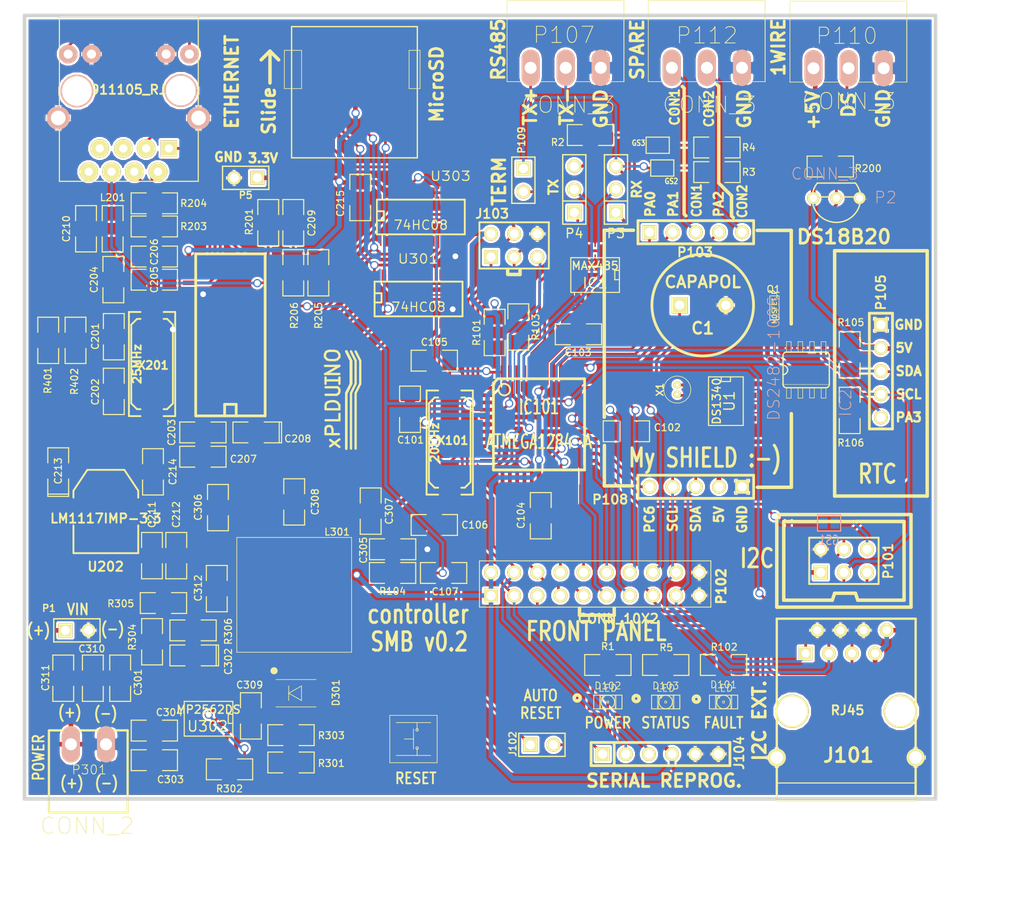
<source format=kicad_pcb>
(kicad_pcb (version 3) (host pcbnew "(2013-jul-07)-stable")
  (title_block (title "Short Main Board - SMB controller") (rev 0) (company "XPLDUINO project") (comment 1 "GNU GPL v2") (comment 2 "Domotic Open Source "))
  (layers (15 Dessus mixed) (0 Dessous mixed) (18 B.Paste user) (19 F.Paste user) (20 B.SilkS user) (21 F.SilkS user) (22 B.Mask user) (23 F.Mask user) (28 Edge.Cuts user))
  (net 0 "")
  (net 1 +12V)
  (net 2 +5V)
  (net 3 /INT_I2C)
  (net 4 /RESET)
  (net 5 /SPARE)
  (net 6 3.3V)
  (net 7 A)
  (net 8 B)
  (net 9 CLK_33)
  (net 10 CS_33)
  (net 11 ETH_CS)
  (net 12 ETH_CS_33)
  (net 13 ETH_INT)
  (net 14 GND)
  (net 15 LED_FAULT)
  (net 16 LED_STATUS)
  (net 17 MISO_33)
  (net 18 MOSI_33)
  (net 19 N-0000011)
  (net 20 N-0000012)
  (net 21 N-0000016)
  (net 22 N-000002)
  (net 23 N-0000021)
  (net 24 N-0000022)
  (net 25 N-0000024)
  (net 26 N-0000025)
  (net 27 N-0000026)
  (net 28 N-000003)
  (net 29 N-0000034)
  (net 30 N-0000035)
  (net 31 N-0000037)
  (net 32 N-000004)
  (net 33 N-0000042)
  (net 34 N-0000046)
  (net 35 N-0000050)
  (net 36 N-0000054)
  (net 37 N-0000055)
  (net 38 N-0000059)
  (net 39 N-0000060)
  (net 40 N-0000061)
  (net 41 N-0000062)
  (net 42 N-0000063)
  (net 43 N-0000065)
  (net 44 N-0000066)
  (net 45 N-0000067)
  (net 46 N-0000068)
  (net 47 N-0000069)
  (net 48 N-0000070)
  (net 49 N-0000072)
  (net 50 N-0000073)
  (net 51 N-0000074)
  (net 52 N-0000079)
  (net 53 N-0000080)
  (net 54 N-0000084)
  (net 55 N-0000085)
  (net 56 N-0000086)
  (net 57 N-0000087)
  (net 58 N-0000089)
  (net 59 N-0000090)
  (net 60 PA0)
  (net 61 PA1)
  (net 62 PA2)
  (net 63 PA3)
  (net 64 PA4)
  (net 65 PA5)
  (net 66 PA6)
  (net 67 PA7)
  (net 68 PB0)
  (net 69 PC2)
  (net 70 PC3)
  (net 71 PC6)
  (net 72 PC7)
  (net 73 PD5)
  (net 74 PD6)
  (net 75 RX0)
  (net 76 RX1)
  (net 77 SCL)
  (net 78 SDA)
  (net 79 SPI_CLK)
  (net 80 SPI_MISO)
  (net 81 SPI_MOSI)
  (net 82 TX0)
  (net 83 TX1)
  (net 84 pre_5V)
  (net 85 uSD_CS)
  (module DM3CS-SF (layer Dessus) (at 69.215 35.433 180)
    (fp_text reference J202 (at -0.4 -0.2 180) (layer F.SilkS) (effects (font (size 0.0004 0.0004) (thickness 0.3048))))
    (fp_text value USD_CONN (at 0 -3.81 180) (layer F.SilkS) (effects (font (size 0.0004 0.0004) (thickness 0.3048))))
    (pad 1 smd rect (at 3.2004 6.4008 180) (size 0.70104 1.50114) (layers Dessus F.Paste F.Mask))
    (pad 2 smd rect (at 2.10058 6.4008 180) (size 0.70104 1.50114) (layers Dessus F.Paste F.Mask) (net 10 CS_33))
    (pad 3 smd rect (at 1.00076 6.4008 180) (size 0.70104 1.50114) (layers Dessus F.Paste F.Mask) (net 18 MOSI_33))
    (pad 4 smd rect (at -0.09906 6.4008 180) (size 0.70104 1.50114) (layers Dessus F.Paste F.Mask) (net 6 3.3V))
    (pad 5 smd rect (at -1.19888 6.4008 180) (size 0.70104 1.50114) (layers Dessus F.Paste F.Mask) (net 9 CLK_33))
    (pad 6 smd rect (at -2.30124 6.4008 180) (size 0.70104 1.50114) (layers Dessus F.Paste F.Mask) (net 14 GND))
    (pad 7 smd rect (at -3.40106 6.4008 180) (size 0.70104 1.50114) (layers Dessus F.Paste F.Mask) (net 17 MISO_33))
    (pad 8 smd rect (at -4.50088 6.4008 180) (size 0.70104 1.50114) (layers Dessus F.Paste F.Mask))
    (pad 0 smd rect (at 6.70052 6.20014 180) (size 1.50114 2.60096) (layers Dessus F.Paste F.Mask))
    (pad 0 smd rect (at -6.59892 6.20014 180) (size 1.00076 2.60096) (layers Dessus F.Paste F.Mask))
    (pad 0 smd rect (at 4.20116 -6.70052 180) (size 1.19888 1.19888) (layers Dessus F.Paste F.Mask))
  )
  (module Q_49U3HMS (layer Dessus) (at 79.673 73.886 270)
    (fp_text reference X101 (at -0.226 -0.337 360) (layer F.SilkS) (effects (font (size 0.889 0.889) (thickness 0.2032))))
    (fp_text value 20MHz (at 0 1.651 270) (layer F.SilkS) (effects (font (size 0.889 0.889) (thickness 0.2032))))
    (pad 1 smd rect (at -4.699 0 270) (size 5.4991 1.99898) (layers Dessus F.Paste F.Mask) (net 21 N-0000016))
    (pad 2 smd rect (at 4.699 0 270) (size 5.4991 1.99898) (layers Dessus F.Paste F.Mask) (net 22 N-000002))
  )
  (module TQFP44 (layer Dessus) (at 89.473 71.886)
    (fp_text reference IC101 (at 0 -1.905) (layer F.SilkS) (effects (font (size 1.524 1.016) (thickness 0.2032))))
    (fp_text value ATMEGA1284-A (at 0 1.905) (layer F.SilkS) (effects (font (size 1.524 1.016) (thickness 0.2032))))
    (pad 39 smd rect (at 0 -5.715) (size 0.4064 1.524) (layers Dessus F.Paste F.Mask) (net 14 GND))
    (pad 40 smd rect (at -0.8001 -5.715) (size 0.4064 1.524) (layers Dessus F.Paste F.Mask) (net 68 PB0))
    (pad 41 smd rect (at -1.6002 -5.715) (size 0.4064 1.524) (layers Dessus F.Paste F.Mask))
    (pad 42 smd rect (at -2.4003 -5.715) (size 0.4064 1.524) (layers Dessus F.Paste F.Mask) (net 3 /INT_I2C))
    (pad 43 smd rect (at -3.2004 -5.715) (size 0.4064 1.524) (layers Dessus F.Paste F.Mask) (net 85 uSD_CS))
    (pad 44 smd rect (at -4.0005 -5.715) (size 0.4064 1.524) (layers Dessus F.Paste F.Mask) (net 11 ETH_CS))
    (pad 38 smd rect (at 0.8001 -5.715) (size 0.4064 1.524) (layers Dessus F.Paste F.Mask) (net 2 +5V))
    (pad 37 smd rect (at 1.6002 -5.715) (size 0.4064 1.524) (layers Dessus F.Paste F.Mask) (net 60 PA0))
    (pad 36 smd rect (at 2.4003 -5.715) (size 0.4064 1.524) (layers Dessus F.Paste F.Mask) (net 61 PA1))
    (pad 35 smd rect (at 3.2004 -5.715) (size 0.4064 1.524) (layers Dessus F.Paste F.Mask) (net 62 PA2))
    (pad 34 smd rect (at 4.0005 -5.715) (size 0.4064 1.524) (layers Dessus F.Paste F.Mask) (net 63 PA3))
    (pad 17 smd rect (at 0 5.715) (size 0.4064 1.524) (layers Dessus F.Paste F.Mask) (net 2 +5V))
    (pad 16 smd rect (at -0.8001 5.715) (size 0.4064 1.524) (layers Dessus F.Paste F.Mask) (net 13 ETH_INT))
    (pad 15 smd rect (at -1.6002 5.715) (size 0.4064 1.524) (layers Dessus F.Paste F.Mask) (net 74 PD6))
    (pad 14 smd rect (at -2.4003 5.715) (size 0.4064 1.524) (layers Dessus F.Paste F.Mask) (net 73 PD5))
    (pad 13 smd rect (at -3.2004 5.715) (size 0.4064 1.524) (layers Dessus F.Paste F.Mask) (net 16 LED_STATUS))
    (pad 12 smd rect (at -4.0005 5.715) (size 0.4064 1.524) (layers Dessus F.Paste F.Mask) (net 83 TX1))
    (pad 18 smd rect (at 0.8001 5.715) (size 0.4064 1.524) (layers Dessus F.Paste F.Mask) (net 14 GND))
    (pad 19 smd rect (at 1.6002 5.715) (size 0.4064 1.524) (layers Dessus F.Paste F.Mask) (net 77 SCL))
    (pad 20 smd rect (at 2.4003 5.715) (size 0.4064 1.524) (layers Dessus F.Paste F.Mask) (net 78 SDA))
    (pad 21 smd rect (at 3.2004 5.715) (size 0.4064 1.524) (layers Dessus F.Paste F.Mask) (net 69 PC2))
    (pad 22 smd rect (at 4.0005 5.715) (size 0.4064 1.524) (layers Dessus F.Paste F.Mask) (net 70 PC3))
    (pad 6 smd rect (at -5.715 0) (size 1.524 0.4064) (layers Dessus F.Paste F.Mask) (net 14 GND))
    (pad 28 smd rect (at 5.715 0) (size 1.524 0.4064) (layers Dessus F.Paste F.Mask) (net 14 GND))
    (pad 7 smd rect (at -5.715 0.8001) (size 1.524 0.4064) (layers Dessus F.Paste F.Mask) (net 21 N-0000016))
    (pad 27 smd rect (at 5.715 0.8001) (size 1.524 0.4064) (layers Dessus F.Paste F.Mask) (net 2 +5V))
    (pad 26 smd rect (at 5.715 1.6002) (size 1.524 0.4064) (layers Dessus F.Paste F.Mask) (net 72 PC7))
    (pad 8 smd rect (at -5.715 1.6002) (size 1.524 0.4064) (layers Dessus F.Paste F.Mask) (net 22 N-000002))
    (pad 9 smd rect (at -5.715 2.4003) (size 1.524 0.4064) (layers Dessus F.Paste F.Mask) (net 75 RX0))
    (pad 25 smd rect (at 5.715 2.4003) (size 1.524 0.4064) (layers Dessus F.Paste F.Mask) (net 71 PC6))
    (pad 24 smd rect (at 5.715 3.2004) (size 1.524 0.4064) (layers Dessus F.Paste F.Mask) (net 33 N-0000042))
    (pad 10 smd rect (at -5.715 3.2004) (size 1.524 0.4064) (layers Dessus F.Paste F.Mask) (net 82 TX0))
    (pad 11 smd rect (at -5.715 4.0005) (size 1.524 0.4064) (layers Dessus F.Paste F.Mask) (net 76 RX1))
    (pad 23 smd rect (at 5.715 4.0005) (size 1.524 0.4064) (layers Dessus F.Paste F.Mask) (net 15 LED_FAULT))
    (pad 29 smd rect (at 5.715 -0.8001) (size 1.524 0.4064) (layers Dessus F.Paste F.Mask))
    (pad 5 smd rect (at -5.715 -0.8001) (size 1.524 0.4064) (layers Dessus F.Paste F.Mask) (net 2 +5V))
    (pad 4 smd rect (at -5.715 -1.6002) (size 1.524 0.4064) (layers Dessus F.Paste F.Mask) (net 4 /RESET))
    (pad 30 smd rect (at 5.715 -1.6002) (size 1.524 0.4064) (layers Dessus F.Paste F.Mask) (net 67 PA7))
    (pad 31 smd rect (at 5.715 -2.4003) (size 1.524 0.4064) (layers Dessus F.Paste F.Mask) (net 66 PA6))
    (pad 3 smd rect (at -5.715 -2.4003) (size 1.524 0.4064) (layers Dessus F.Paste F.Mask) (net 79 SPI_CLK))
    (pad 2 smd rect (at -5.715 -3.2004) (size 1.524 0.4064) (layers Dessus F.Paste F.Mask) (net 80 SPI_MISO))
    (pad 32 smd rect (at 5.715 -3.2004) (size 1.524 0.4064) (layers Dessus F.Paste F.Mask) (net 65 PA5))
    (pad 33 smd rect (at 5.715 -4.0005) (size 1.524 0.4064) (layers Dessus F.Paste F.Mask) (net 64 PA4))
    (pad 1 smd rect (at -5.715 -4.0005) (size 1.524 0.4064) (layers Dessus F.Paste F.Mask) (net 81 SPI_MOSI))
  )
  (module SM1206 (layer Dessus) (at 123.571 64.262 270)
    (fp_text reference R105 (at -3.556 -0.127 360) (layer F.SilkS) (effects (font (size 0.762 0.762) (thickness 0.127))))
    (fp_text value R hide)
    (pad 1 smd rect (at -1.651 0 270) (size 1.524 2.032) (layers Dessus F.Paste F.Mask) (net 2 +5V))
    (pad 2 smd rect (at 1.651 0 270) (size 1.524 2.032) (layers Dessus F.Paste F.Mask) (net 78 SDA))
  )
  (module SM1206 (layer Dessus) (at 123.571 70.358 90)
    (fp_text reference R106 (at -3.556 0.127 180) (layer F.SilkS) (effects (font (size 0.762 0.762) (thickness 0.127))))
    (fp_text value R hide)
    (pad 1 smd rect (at -1.651 0 90) (size 1.524 2.032) (layers Dessus F.Paste F.Mask) (net 2 +5V))
    (pad 2 smd rect (at 1.651 0 90) (size 1.524 2.032) (layers Dessus F.Paste F.Mask) (net 77 SCL))
  )
  (module SM1206 (layer Dessus) (at 87.2 61.2 270)
    (fp_text reference R103 (at 0.0127 -1.9177 270) (layer F.SilkS) (effects (font (size 0.762 0.762) (thickness 0.127))))
    (fp_text value 10k hide)
    (pad 1 smd rect (at -1.651 0 270) (size 1.524 2.032) (layers Dessus F.Paste F.Mask) (net 2 +5V))
    (pad 2 smd rect (at 1.651 0 270) (size 1.524 2.032) (layers Dessus F.Paste F.Mask) (net 85 uSD_CS))
  )
  (module SM1206 (layer Dessus) (at 93.8 62)
    (fp_text reference C103 (at -0.0254 2.0066 180) (layer F.SilkS) (effects (font (size 0.762 0.762) (thickness 0.127))))
    (fp_text value 0.1uF hide)
    (pad 1 smd rect (at -1.651 0) (size 1.524 2.032) (layers Dessus F.Paste F.Mask) (net 2 +5V))
    (pad 2 smd rect (at 1.651 0) (size 1.524 2.032) (layers Dessus F.Paste F.Mask) (net 14 GND))
  )
  (module SM1206 (layer Dessus) (at 109.728 98.298)
    (fp_text reference R102 (at 0.0635 -1.9685 180) (layer F.SilkS) (effects (font (size 0.762 0.762) (thickness 0.127))))
    (fp_text value 3.3kR hide)
    (pad 1 smd rect (at -1.651 0) (size 1.524 2.032) (layers Dessus F.Paste F.Mask) (net 35 N-0000050))
    (pad 2 smd rect (at 1.651 0) (size 1.524 2.032) (layers Dessus F.Paste F.Mask) (net 14 GND))
  )
  (module SM1206 (layer Dessus) (at 89.662 81.915 90)
    (fp_text reference C104 (at 0.04 -2.169 90) (layer F.SilkS) (effects (font (size 0.762 0.762) (thickness 0.127))))
    (fp_text value 0.1uF hide)
    (pad 1 smd rect (at -1.651 0 90) (size 1.524 2.032) (layers Dessus F.Paste F.Mask) (net 14 GND))
    (pad 2 smd rect (at 1.651 0 90) (size 1.524 2.032) (layers Dessus F.Paste F.Mask) (net 2 +5V))
  )
  (module SM1206 (layer Dessus) (at 77.978 82.931 180)
    (fp_text reference C106 (at -4.445 0 180) (layer F.SilkS) (effects (font (size 0.762 0.762) (thickness 0.127))))
    (fp_text value 18pF hide)
    (pad 1 smd rect (at -1.651 0 180) (size 1.524 2.032) (layers Dessus F.Paste F.Mask) (net 22 N-000002))
    (pad 2 smd rect (at 1.651 0 180) (size 1.524 2.032) (layers Dessus F.Paste F.Mask) (net 14 GND))
  )
  (module SM1206 (layer Dessus) (at 77.978 64.897 180)
    (fp_text reference C105 (at 0 2.032 180) (layer F.SilkS) (effects (font (size 0.762 0.762) (thickness 0.127))))
    (fp_text value 18pF hide)
    (pad 1 smd rect (at -1.651 0 180) (size 1.524 2.032) (layers Dessus F.Paste F.Mask) (net 21 N-0000016))
    (pad 2 smd rect (at 1.651 0 180) (size 1.524 2.032) (layers Dessus F.Paste F.Mask) (net 14 GND))
  )
  (module SM1206 (layer Dessus) (at 99.06 72.644)
    (fp_text reference C102 (at 4.4958 -0.4064) (layer F.SilkS) (effects (font (size 0.762 0.762) (thickness 0.127))))
    (fp_text value 0.1uF hide)
    (pad 1 smd rect (at -1.651 0) (size 1.524 2.032) (layers Dessus F.Paste F.Mask) (net 2 +5V))
    (pad 2 smd rect (at 1.651 0) (size 1.524 2.032) (layers Dessus F.Paste F.Mask) (net 14 GND))
  )
  (module SM1206 (layer Dessus) (at 75.311 70.231 90)
    (fp_text reference C101 (at -3.3655 0.0635 180) (layer F.SilkS) (effects (font (size 0.762 0.762) (thickness 0.127))))
    (fp_text value 0.1uF hide)
    (pad 1 smd rect (at -1.651 0 90) (size 1.524 2.032) (layers Dessus F.Paste F.Mask) (net 2 +5V))
    (pad 2 smd rect (at 1.651 0 90) (size 1.524 2.032) (layers Dessus F.Paste F.Mask) (net 14 GND))
  )
  (module PIN_ARRAY_5x1 (layer Dessus) (at 106.68 78.74 180)
    (fp_text reference P108 (at 9.398 -1.397 180) (layer F.SilkS) (effects (font (size 1.016 1.016) (thickness 0.2032))))
    (fp_text value CONN_5 hide)
    (pad 1 thru_hole rect (at -5.08 0 180) (size 1.524 1.524) (drill 1.016) (layers *.Cu *.Mask F.SilkS) (net 14 GND))
    (pad 2 thru_hole circle (at -2.54 0 180) (size 1.524 1.524) (drill 1.016) (layers *.Cu *.Mask F.SilkS) (net 2 +5V))
    (pad 3 thru_hole circle (at 0 0 180) (size 1.524 1.524) (drill 1.016) (layers *.Cu *.Mask F.SilkS) (net 78 SDA))
    (pad 4 thru_hole circle (at 2.54 0 180) (size 1.524 1.524) (drill 1.016) (layers *.Cu *.Mask F.SilkS) (net 77 SCL))
    (pad 5 thru_hole circle (at 5.08 0 180) (size 1.524 1.524) (drill 1.016) (layers *.Cu *.Mask F.SilkS) (net 71 PC6))
  )
  (module PIN_ARRAY_5x1 (layer Dessus) (at 127 66.04 270)
    (fp_text reference P105 (at -8.636 0 270) (layer F.SilkS) (effects (font (size 1.016 1.016) (thickness 0.2032))))
    (fp_text value CONN_5 hide)
    (pad 1 thru_hole rect (at -5.08 0 270) (size 1.524 1.524) (drill 1.016) (layers *.Cu *.Mask F.SilkS) (net 14 GND))
    (pad 2 thru_hole circle (at -2.54 0 270) (size 1.524 1.524) (drill 1.016) (layers *.Cu *.Mask F.SilkS) (net 2 +5V))
    (pad 3 thru_hole circle (at 0 0 270) (size 1.524 1.524) (drill 1.016) (layers *.Cu *.Mask F.SilkS) (net 78 SDA))
    (pad 4 thru_hole circle (at 2.54 0 270) (size 1.524 1.524) (drill 1.016) (layers *.Cu *.Mask F.SilkS) (net 77 SCL))
    (pad 5 thru_hole circle (at 5.08 0 270) (size 1.524 1.524) (drill 1.016) (layers *.Cu *.Mask F.SilkS) (net 63 PA3))
  )
  (module PIN_ARRAY_2X1 (layer Dessus) (at 89.789 107.061)
    (fp_text reference J102 (at -3.2 -0.1 90) (layer F.SilkS) (effects (font (size 0.762 0.762) (thickness 0.1524))))
    (fp_text value RTS_RESET hide)
    (pad 1 thru_hole rect (at -1.27 0) (size 1.524 1.524) (drill 1.016) (layers *.Cu *.Mask F.SilkS) (net 32 N-000004))
    (pad 2 thru_hole circle (at 1.27 0) (size 1.524 1.524) (drill 1.016) (layers *.Cu *.Mask F.SilkS) (net 28 N-000003))
  )
  (module PIN_ARRAY-6X1 (layer Dessus) (at 102.8065 108.077)
    (fp_text reference J104 (at 8.636 -0.127 270) (layer F.SilkS) (effects (font (size 1.016 1.016) (thickness 0.2032))))
    (fp_text value SERIAL_REV hide)
    (pad 1 thru_hole rect (at -6.35 0) (size 1.524 1.524) (drill 1.016) (layers *.Cu *.Mask F.SilkS) (net 28 N-000003))
    (pad 2 thru_hole circle (at -3.81 0) (size 1.524 1.524) (drill 1.016) (layers *.Cu *.Mask F.SilkS) (net 82 TX0))
    (pad 3 thru_hole circle (at -1.27 0) (size 1.524 1.524) (drill 1.016) (layers *.Cu *.Mask F.SilkS) (net 75 RX0))
    (pad 4 thru_hole circle (at 1.27 0) (size 1.524 1.524) (drill 1.016) (layers *.Cu *.Mask F.SilkS) (net 2 +5V))
    (pad 5 thru_hole circle (at 3.81 0) (size 1.524 1.524) (drill 1.016) (layers *.Cu *.Mask F.SilkS) (net 14 GND))
    (pad 6 thru_hole circle (at 6.35 0) (size 1.524 1.524) (drill 1.016) (layers *.Cu *.Mask F.SilkS) (net 14 GND))
  )
  (module LED-1206 (layer Dessus) (at 109.728 102.362 180)
    (fp_text reference D101 (at 0 1.905 360) (layer F.SilkS) (effects (font (size 0.762 0.762) (thickness 0.0889))))
    (fp_text value LED (at 0 1.524 180) (layer F.SilkS) (effects (font (size 0.762 0.762) (thickness 0.0889))))
    (pad 1 smd rect (at -1.41986 0 180) (size 1.59766 1.80086) (layers Dessus F.Paste F.Mask) (net 16 LED_STATUS))
    (pad 2 smd rect (at 1.41986 0 180) (size 1.59766 1.80086) (layers Dessus F.Paste F.Mask) (net 35 N-0000050))
  )
  (module HE10-6 (layer Dessus) (at 122.936 86.868)
    (fp_text reference P101 (at 4.864 0.032 90) (layer F.SilkS) (effects (font (size 1.016 1.016) (thickness 0.2032))))
    (fp_text value I2C_CONN hide)
    (pad 1 thru_hole rect (at -2.54 1.27) (size 1.524 1.524) (drill 1.016) (layers *.Cu *.Mask F.SilkS) (net 2 +5V))
    (pad 2 thru_hole circle (at -2.54 -1.27) (size 1.524 1.524) (drill 1.016) (layers *.Cu *.Mask F.SilkS) (net 14 GND))
    (pad 3 thru_hole circle (at 0 1.27) (size 1.524 1.524) (drill 1.016) (layers *.Cu *.Mask F.SilkS) (net 77 SCL))
    (pad 4 thru_hole circle (at 0 -1.27) (size 1.524 1.524) (drill 1.016) (layers *.Cu *.Mask F.SilkS) (net 78 SDA))
    (pad 5 thru_hole circle (at 2.54 1.27) (size 1.524 1.524) (drill 1.016) (layers *.Cu *.Mask F.SilkS) (net 3 /INT_I2C))
    (pad 6 thru_hole circle (at 2.54 -1.27) (size 1.524 1.524) (drill 1.016) (layers *.Cu *.Mask F.SilkS) (net 5 /SPARE))
  )
  (module GS2 (layer Dessous) (at 121.3104 82.7024 90)
    (fp_text reference GS1 (at -1.905 0 360) (layer B.SilkS) (effects (font (size 1.016 0.762) (thickness 0.127)) (justify mirror)))
    (fp_text value GS2 hide)
    (pad 1 smd rect (at 0 0.635 90) (size 1.27 0.9652) (layers Dessous B.Paste B.Mask) (net 5 /SPARE))
    (pad 2 smd rect (at 0 -0.635 90) (size 1.27 0.9652) (layers Dessous B.Paste B.Mask) (net 33 N-0000042))
  )
  (module SRF1260-150M (layer Dessus) (at 62.6 90.6 180)
    (fp_text reference L301 (at -4.71 6.907 180) (layer F.SilkS) (effects (font (size 0.762 0.762) (thickness 0.127))))
    (fp_text value SRF1260-150M (at 0 -11.50112 180) (layer F.SilkS) (effects (font (size 0.0004 0.0004) (thickness 0.3048))))
    (pad 1 smd rect (at 1.50114 -4.97586 180) (size 2.49936 3.85064) (layers Dessus F.Paste F.Mask) (net 84 pre_5V))
    (pad 2 smd rect (at -1.50114 -4.97586 180) (size 2.49936 3.85064) (layers Dessus F.Paste F.Mask) (net 84 pre_5V))
    (pad 3 smd rect (at -1.50114 4.97586 180) (size 2.49936 3.85064) (layers Dessus F.Paste F.Mask) (net 2 +5V))
    (pad 4 smd rect (at 1.50114 4.97586 180) (size 2.49936 3.85064) (layers Dessus F.Paste F.Mask) (net 2 +5V))
  )
  (module SOT223 (layer Dessus) (at 41.927 81.4535)
    (fp_text reference U202 (at -0.017 6.0495) (layer F.SilkS) (effects (font (size 1.016 1.016) (thickness 0.2032))))
    (fp_text value LM1117IMP-3.3 (at 0 0.762) (layer F.SilkS) (effects (font (size 1.016 1.016) (thickness 0.2032))))
    (pad 4 smd rect (at 0 -3.302) (size 3.6576 2.032) (layers Dessus F.Paste F.Mask) (net 6 3.3V))
    (pad 2 smd rect (at 0 3.302) (size 1.016 2.032) (layers Dessus F.Paste F.Mask) (net 6 3.3V))
    (pad 3 smd rect (at 2.286 3.302) (size 1.016 2.032) (layers Dessus F.Paste F.Mask) (net 2 +5V))
    (pad 1 smd rect (at -2.286 3.302) (size 1.016 2.032) (layers Dessus F.Paste F.Mask) (net 14 GND))
  )
  (module SO8E (layer Dessus) (at 53.2 104.2 180)
    (fp_text reference U302 (at 0.114 -0.829 180) (layer F.SilkS) (effects (font (size 1.143 1.143) (thickness 0.1524))))
    (fp_text value MP2562DS (at 0 1.016 180) (layer F.SilkS) (effects (font (size 0.889 0.889) (thickness 0.1524))))
    (pad 8 smd rect (at -1.905 -2.667 180) (size 0.59944 1.39954) (layers Dessus F.Paste F.Mask) (net 58 N-0000089))
    (pad 1 smd rect (at -1.905 2.667 180) (size 0.59944 1.39954) (layers Dessus F.Paste F.Mask) (net 84 pre_5V))
    (pad 7 smd rect (at -0.635 -2.667 180) (size 0.59944 1.39954) (layers Dessus F.Paste F.Mask) (net 1 +12V))
    (pad 6 smd rect (at 0.635 -2.667 180) (size 0.59944 1.39954) (layers Dessus F.Paste F.Mask) (net 56 N-0000086))
    (pad 5 smd rect (at 1.905 -2.667 180) (size 0.59944 1.39954) (layers Dessus F.Paste F.Mask) (net 14 GND))
    (pad 2 smd rect (at -0.635 2.667 180) (size 0.59944 1.39954) (layers Dessus F.Paste F.Mask) (net 54 N-0000084))
    (pad 3 smd rect (at 0.635 2.667 180) (size 0.59944 1.39954) (layers Dessus F.Paste F.Mask) (net 57 N-0000087))
    (pad 4 smd rect (at 1.905 2.667 180) (size 0.59944 1.39954) (layers Dessus F.Paste F.Mask) (net 59 N-0000090))
  )
  (module SO28 (layer Dessus) (at 55.6 62.067 90)
    (fp_text reference U201 (at 0.2 0.4 90) (layer F.SilkS) (effects (font (size 0.0004 0.0004) (thickness 0.1524))))
    (fp_text value ENC28J60 (at 0 1.27 90) (layer F.SilkS) (effects (font (size 0.0004 0.0004) (thickness 0.1524))))
    (pad 1 smd rect (at -8.255 4.572 90) (size 0.508 1.27) (layers Dessus F.Paste F.Mask) (net 39 N-0000060))
    (pad 2 smd rect (at -6.985 4.572 90) (size 0.508 1.27) (layers Dessus F.Paste F.Mask) (net 14 GND))
    (pad 3 smd rect (at -5.715 4.572 90) (size 0.508 1.27) (layers Dessus F.Paste F.Mask))
    (pad 4 smd rect (at -4.445 4.572 90) (size 0.508 1.27) (layers Dessus F.Paste F.Mask) (net 50 N-0000073))
    (pad 5 smd rect (at -3.175 4.572 90) (size 0.508 1.27) (layers Dessus F.Paste F.Mask))
    (pad 6 smd rect (at -1.905 4.572 90) (size 0.508 1.27) (layers Dessus F.Paste F.Mask) (net 17 MISO_33))
    (pad 7 smd rect (at -0.635 4.572 90) (size 0.508 1.27) (layers Dessus F.Paste F.Mask) (net 18 MOSI_33))
    (pad 8 smd rect (at 0.635 4.572 90) (size 0.508 1.27) (layers Dessus F.Paste F.Mask) (net 9 CLK_33))
    (pad 9 smd rect (at 1.905 4.572 90) (size 0.508 1.27) (layers Dessus F.Paste F.Mask) (net 12 ETH_CS_33))
    (pad 10 smd rect (at 3.175 4.572 90) (size 0.508 1.27) (layers Dessus F.Paste F.Mask) (net 4 /RESET))
    (pad 11 smd rect (at 4.445 4.572 90) (size 0.508 1.27) (layers Dessus F.Paste F.Mask) (net 14 GND))
    (pad 12 smd rect (at 5.715 4.572 90) (size 0.508 1.27) (layers Dessus F.Paste F.Mask) (net 40 N-0000061))
    (pad 13 smd rect (at 6.985 4.572 90) (size 0.508 1.27) (layers Dessus F.Paste F.Mask) (net 45 N-0000067))
    (pad 14 smd rect (at 8.255 4.572 90) (size 0.508 1.27) (layers Dessus F.Paste F.Mask) (net 51 N-0000074))
    (pad 15 smd rect (at 8.255 -4.572 90) (size 0.508 1.27) (layers Dessus F.Paste F.Mask) (net 6 3.3V))
    (pad 16 smd rect (at 6.985 -4.572 90) (size 0.508 1.27) (layers Dessus F.Paste F.Mask) (net 49 N-0000072))
    (pad 17 smd rect (at 5.715 -4.572 90) (size 0.508 1.27) (layers Dessus F.Paste F.Mask) (net 44 N-0000066))
    (pad 18 smd rect (at 4.445 -4.572 90) (size 0.508 1.27) (layers Dessus F.Paste F.Mask) (net 14 GND))
    (pad 19 smd rect (at 3.175 -4.572 90) (size 0.508 1.27) (layers Dessus F.Paste F.Mask) (net 6 3.3V))
    (pad 20 smd rect (at 1.905 -4.572 90) (size 0.508 1.27) (layers Dessus F.Paste F.Mask) (net 6 3.3V))
    (pad 21 smd rect (at 0.635 -4.572 90) (size 0.508 1.27) (layers Dessus F.Paste F.Mask) (net 14 GND))
    (pad 22 smd rect (at -0.635 -4.572 90) (size 0.508 1.27) (layers Dessus F.Paste F.Mask) (net 14 GND))
    (pad 23 smd rect (at -1.905 -4.572 90) (size 0.508 1.27) (layers Dessus F.Paste F.Mask) (net 53 N-0000080))
    (pad 24 smd rect (at -3.175 -4.572 90) (size 0.508 1.27) (layers Dessus F.Paste F.Mask) (net 52 N-0000079))
    (pad 25 smd rect (at -4.445 -4.572 90) (size 0.508 1.27) (layers Dessus F.Paste F.Mask) (net 6 3.3V))
    (pad 26 smd rect (at -5.715 -4.572 90) (size 0.508 1.27) (layers Dessus F.Paste F.Mask) (net 41 N-0000062))
    (pad 27 smd rect (at -6.985 -4.572 90) (size 0.508 1.27) (layers Dessus F.Paste F.Mask) (net 47 N-0000069))
    (pad 28 smd rect (at -8.255 -4.572 90) (size 0.508 1.27) (layers Dessus F.Paste F.Mask) (net 6 3.3V))
  )
  (module SO14E (layer Dessus) (at 76.25 58)
    (fp_text reference U301 (at -0.05 -4.279) (layer F.SilkS) (effects (font (size 1.016 1.143) (thickness 0.127))))
    (fp_text value 74HC08 (at 0 1.016) (layer F.SilkS) (effects (font (size 1.016 1.016) (thickness 0.127))))
    (pad 1 smd rect (at -3.81 2.794) (size 0.508 1.143) (layers Dessus F.Paste F.Mask) (net 17 MISO_33))
    (pad 2 smd rect (at -2.54 2.794) (size 0.508 1.143) (layers Dessus F.Paste F.Mask) (net 17 MISO_33))
    (pad 3 smd rect (at -1.27 2.794) (size 0.508 1.143) (layers Dessus F.Paste F.Mask) (net 80 SPI_MISO))
    (pad 4 smd rect (at 0 2.794) (size 0.508 1.143) (layers Dessus F.Paste F.Mask) (net 50 N-0000073))
    (pad 5 smd rect (at 1.27 2.794) (size 0.508 1.143) (layers Dessus F.Paste F.Mask) (net 50 N-0000073))
    (pad 6 smd rect (at 2.54 2.794) (size 0.508 1.143) (layers Dessus F.Paste F.Mask) (net 13 ETH_INT))
    (pad 7 smd rect (at 3.81 2.794) (size 0.508 1.143) (layers Dessus F.Paste F.Mask) (net 14 GND))
    (pad 8 smd rect (at 3.81 -2.54) (size 0.508 1.143) (layers Dessus F.Paste F.Mask))
    (pad 9 smd rect (at 2.54 -2.54) (size 0.508 1.143) (layers Dessus F.Paste F.Mask))
    (pad 10 smd rect (at 1.27 -2.54) (size 0.508 1.143) (layers Dessus F.Paste F.Mask))
    (pad 11 smd rect (at 0 -2.54) (size 0.508 1.143) (layers Dessus F.Paste F.Mask))
    (pad 12 smd rect (at -1.27 -2.54) (size 0.508 1.143) (layers Dessus F.Paste F.Mask))
    (pad 13 smd rect (at -2.54 -2.54) (size 0.508 1.143) (layers Dessus F.Paste F.Mask))
    (pad 14 smd rect (at -3.81 -2.54) (size 0.508 1.143) (layers Dessus F.Paste F.Mask) (net 2 +5V))
  )
  (module SM1206POL (layer Dessus) (at 51.5 97.25 180)
    (fp_text reference C302 (at -3.872 -0.667 270) (layer F.SilkS) (effects (font (size 0.762 0.762) (thickness 0.127))))
    (fp_text value 150pF hide)
    (pad 1 smd rect (at -1.651 0 180) (size 1.524 2.032) (layers Dessus F.Paste F.Mask) (net 57 N-0000087))
    (pad 2 smd rect (at 1.651 0 180) (size 1.524 2.032) (layers Dessus F.Paste F.Mask) (net 55 N-0000085))
  )
  (module SM1206 (layer Dessus) (at 47 95.75 90)
    (fp_text reference R304 (at 0.5 -2.169 90) (layer F.SilkS) (effects (font (size 0.762 0.762) (thickness 0.127))))
    (fp_text value 158k hide)
    (pad 1 smd rect (at -1.651 0 90) (size 1.524 2.032) (layers Dessus F.Paste F.Mask) (net 55 N-0000085))
    (pad 2 smd rect (at 1.651 0 90) (size 1.524 2.032) (layers Dessus F.Paste F.Mask) (net 14 GND))
  )
  (module SM1206 (layer Dessus) (at 46.99 86.2965 270)
    (fp_text reference C211 (at -4.5085 0 270) (layer F.SilkS) (effects (font (size 0.762 0.762) (thickness 0.127))))
    (fp_text value 10nF hide)
    (pad 1 smd rect (at -1.651 0 270) (size 1.524 2.032) (layers Dessus F.Paste F.Mask) (net 2 +5V))
    (pad 2 smd rect (at 1.651 0 270) (size 1.524 2.032) (layers Dessus F.Paste F.Mask) (net 14 GND))
  )
  (module SM1206 (layer Dessus) (at 62.25 106)
    (fp_text reference R303 (at 4.425 0.045) (layer F.SilkS) (effects (font (size 0.762 0.762) (thickness 0.127))))
    (fp_text value 200k hide)
    (pad 1 smd rect (at -1.651 0) (size 1.524 2.032) (layers Dessus F.Paste F.Mask) (net 56 N-0000086))
    (pad 2 smd rect (at 1.651 0) (size 1.524 2.032) (layers Dessus F.Paste F.Mask) (net 14 GND))
  )
  (module SM1206 (layer Dessus) (at 51.5 94.5)
    (fp_text reference R306 (at 3.872 0.115 90) (layer F.SilkS) (effects (font (size 0.762 0.762) (thickness 0.127))))
    (fp_text value 210k hide)
    (pad 1 smd rect (at -1.651 0) (size 1.524 2.032) (layers Dessus F.Paste F.Mask) (net 59 N-0000090))
    (pad 2 smd rect (at 1.651 0) (size 1.524 2.032) (layers Dessus F.Paste F.Mask) (net 2 +5V))
  )
  (module SM1206 (layer Dessus) (at 48.25 91.5 180)
    (fp_text reference R305 (at 4.689 -0.067 180) (layer F.SilkS) (effects (font (size 0.762 0.762) (thickness 0.127))))
    (fp_text value 40.2k hide)
    (pad 1 smd rect (at -1.651 0 180) (size 1.524 2.032) (layers Dessus F.Paste F.Mask) (net 59 N-0000090))
    (pad 2 smd rect (at 1.651 0 180) (size 1.524 2.032) (layers Dessus F.Paste F.Mask) (net 14 GND))
  )
  (module SM1206 (layer Dessus) (at 55.5 109.75)
    (fp_text reference R302 (at -0.001 2.137) (layer F.SilkS) (effects (font (size 0.762 0.762) (thickness 0.127))))
    (fp_text value 100k hide)
    (pad 1 smd rect (at -1.651 0) (size 1.524 2.032) (layers Dessus F.Paste F.Mask) (net 1 +12V))
    (pad 2 smd rect (at 1.651 0) (size 1.524 2.032) (layers Dessus F.Paste F.Mask) (net 54 N-0000084))
  )
  (module SM1206 (layer Dessus) (at 62.25 109)
    (fp_text reference R301 (at 4.425 0.093) (layer F.SilkS) (effects (font (size 0.762 0.762) (thickness 0.127))))
    (fp_text value 17.4k hide)
    (pad 1 smd rect (at -1.651 0) (size 1.524 2.032) (layers Dessus F.Paste F.Mask) (net 54 N-0000084))
    (pad 2 smd rect (at 1.651 0) (size 1.524 2.032) (layers Dessus F.Paste F.Mask) (net 14 GND))
  )
  (module SM1206 (layer Dessus) (at 73.406 85.598)
    (fp_text reference C305 (at -3.206 0.102 90) (layer F.SilkS) (effects (font (size 0.762 0.762) (thickness 0.127))))
    (fp_text value 4.7uF hide)
    (pad 1 smd rect (at -1.651 0) (size 1.524 2.032) (layers Dessus F.Paste F.Mask) (net 2 +5V))
    (pad 2 smd rect (at 1.651 0) (size 1.524 2.032) (layers Dessus F.Paste F.Mask) (net 14 GND))
  )
  (module SM1206 (layer Dessus) (at 54.229 81.026 90)
    (fp_text reference C306 (at 0.047 -2.168 90) (layer F.SilkS) (effects (font (size 0.762 0.762) (thickness 0.127))))
    (fp_text value 4.7uF hide)
    (pad 1 smd rect (at -1.651 0 90) (size 1.524 2.032) (layers Dessus F.Paste F.Mask) (net 2 +5V))
    (pad 2 smd rect (at 1.651 0 90) (size 1.524 2.032) (layers Dessus F.Paste F.Mask) (net 14 GND))
  )
  (module SM1206 (layer Dessus) (at 70.993 81.407 90)
    (fp_text reference C307 (at 0 2.032 90) (layer F.SilkS) (effects (font (size 0.762 0.762) (thickness 0.127))))
    (fp_text value 4.7uF hide)
    (pad 1 smd rect (at -1.651 0 90) (size 1.524 2.032) (layers Dessus F.Paste F.Mask) (net 2 +5V))
    (pad 2 smd rect (at 1.651 0 90) (size 1.524 2.032) (layers Dessus F.Paste F.Mask) (net 14 GND))
  )
  (module SM1206 (layer Dessus) (at 62.6 80.4 90)
    (fp_text reference C308 (at 0.009 2.297 90) (layer F.SilkS) (effects (font (size 0.762 0.762) (thickness 0.127))))
    (fp_text value 4.7uF hide)
    (pad 1 smd rect (at -1.651 0 90) (size 1.524 2.032) (layers Dessus F.Paste F.Mask) (net 2 +5V))
    (pad 2 smd rect (at 1.651 0 90) (size 1.524 2.032) (layers Dessus F.Paste F.Mask) (net 14 GND))
  )
  (module SM1206 (layer Dessus) (at 43.5 99.75 90)
    (fp_text reference C301 (at -0.453 1.966 270) (layer F.SilkS) (effects (font (size 0.762 0.762) (thickness 0.127))))
    (fp_text value 1uF hide)
    (pad 1 smd rect (at -1.651 0 90) (size 1.524 2.032) (layers Dessus F.Paste F.Mask) (net 1 +12V))
    (pad 2 smd rect (at 1.651 0 90) (size 1.524 2.032) (layers Dessus F.Paste F.Mask) (net 14 GND))
  )
  (module SM1206 (layer Dessus) (at 47.25 108.75)
    (fp_text reference C303 (at 1.772 2.121) (layer F.SilkS) (effects (font (size 0.762 0.762) (thickness 0.127))))
    (fp_text value 1uF hide)
    (pad 1 smd rect (at -1.651 0) (size 1.524 2.032) (layers Dessus F.Paste F.Mask) (net 1 +12V))
    (pad 2 smd rect (at 1.651 0) (size 1.524 2.032) (layers Dessus F.Paste F.Mask) (net 14 GND))
  )
  (module SM1206 (layer Dessus) (at 62.5 55.25 90)
    (fp_text reference R206 (at -4.694 0.111 90) (layer F.SilkS) (effects (font (size 0.762 0.762) (thickness 0.127))))
    (fp_text value 50 hide)
    (pad 1 smd rect (at -1.651 0 90) (size 1.524 2.032) (layers Dessus F.Paste F.Mask) (net 40 N-0000061))
    (pad 2 smd rect (at 1.651 0 90) (size 1.524 2.032) (layers Dessus F.Paste F.Mask) (net 46 N-0000068))
  )
  (module SM1206 (layer Dessus) (at 42.8 62.267 270)
    (fp_text reference C201 (at -0.037 2.033 270) (layer F.SilkS) (effects (font (size 0.762 0.762) (thickness 0.127))))
    (fp_text value 18pF hide)
    (pad 1 smd rect (at -1.651 0 270) (size 1.524 2.032) (layers Dessus F.Paste F.Mask) (net 53 N-0000080))
    (pad 2 smd rect (at 1.651 0 270) (size 1.524 2.032) (layers Dessus F.Paste F.Mask) (net 14 GND))
  )
  (module SM1206 (layer Dessus) (at 42.8 68.267 90)
    (fp_text reference C202 (at -0.059 -2.033 90) (layer F.SilkS) (effects (font (size 0.762 0.762) (thickness 0.127))))
    (fp_text value 18pF hide)
    (pad 1 smd rect (at -1.651 0 90) (size 1.524 2.032) (layers Dessus F.Paste F.Mask) (net 52 N-0000079))
    (pad 2 smd rect (at 1.651 0 90) (size 1.524 2.032) (layers Dessus F.Paste F.Mask) (net 14 GND))
  )
  (module SM1206 (layer Dessus) (at 47.244 56.007 180)
    (fp_text reference C205 (at 0 0 270) (layer F.SilkS) (effects (font (size 0.762 0.762) (thickness 0.127))))
    (fp_text value 0.1uF hide)
    (pad 1 smd rect (at -1.651 0 180) (size 1.524 2.032) (layers Dessus F.Paste F.Mask) (net 6 3.3V))
    (pad 2 smd rect (at 1.651 0 180) (size 1.524 2.032) (layers Dessus F.Paste F.Mask) (net 14 GND))
  )
  (module SM1206 (layer Dessus) (at 47.244 53.467 180)
    (fp_text reference C206 (at 0 0.508 270) (layer F.SilkS) (effects (font (size 0.762 0.762) (thickness 0.127))))
    (fp_text value 0.1uF hide)
    (pad 1 smd rect (at -1.651 0 180) (size 1.524 2.032) (layers Dessus F.Paste F.Mask) (net 6 3.3V))
    (pad 2 smd rect (at 1.651 0 180) (size 1.524 2.032) (layers Dessus F.Paste F.Mask) (net 14 GND))
  )
  (module SM1206 (layer Dessus) (at 52.578 75.438)
    (fp_text reference C207 (at 4.445 0.254) (layer F.SilkS) (effects (font (size 0.762 0.762) (thickness 0.127))))
    (fp_text value 0.1uF hide)
    (pad 1 smd rect (at -1.651 0) (size 1.524 2.032) (layers Dessus F.Paste F.Mask) (net 6 3.3V))
    (pad 2 smd rect (at 1.651 0) (size 1.524 2.032) (layers Dessus F.Paste F.Mask) (net 14 GND))
  )
  (module SM1206 (layer Dessus) (at 42.75 56 90)
    (fp_text reference C204 (at -0.007 -2.11 270) (layer F.SilkS) (effects (font (size 0.762 0.762) (thickness 0.127))))
    (fp_text value 0.1uF hide)
    (pad 1 smd rect (at -1.651 0 90) (size 1.524 2.032) (layers Dessus F.Paste F.Mask) (net 14 GND))
    (pad 2 smd rect (at 1.651 0 90) (size 1.524 2.032) (layers Dessus F.Paste F.Mask) (net 6 3.3V))
  )
  (module SM1206 (layer Dessus) (at 52.578 72.771 180)
    (fp_text reference C203 (at 3.429 0 270) (layer F.SilkS) (effects (font (size 0.762 0.762) (thickness 0.127))))
    (fp_text value 0.1uF hide)
    (pad 1 smd rect (at -1.651 0 180) (size 1.524 2.032) (layers Dessus F.Paste F.Mask) (net 14 GND))
    (pad 2 smd rect (at 1.651 0 180) (size 1.524 2.032) (layers Dessus F.Paste F.Mask) (net 6 3.3V))
  )
  (module SM1206 (layer Dessus) (at 59.75 49.75 90)
    (fp_text reference R201 (at 0.093 -2.092 90) (layer F.SilkS) (effects (font (size 0.762 0.762) (thickness 0.127))))
    (fp_text value 2k32 hide)
    (pad 1 smd rect (at -1.651 0 90) (size 1.524 2.032) (layers Dessus F.Paste F.Mask) (net 51 N-0000074))
    (pad 2 smd rect (at 1.651 0 90) (size 1.524 2.032) (layers Dessus F.Paste F.Mask) (net 14 GND))
  )
  (module SM1206 (layer Dessus) (at 65.25 55.25 90)
    (fp_text reference R205 (at -4.694 0.028 90) (layer F.SilkS) (effects (font (size 0.762 0.762) (thickness 0.127))))
    (fp_text value 50 hide)
    (pad 1 smd rect (at -1.651 0 90) (size 1.524 2.032) (layers Dessus F.Paste F.Mask) (net 45 N-0000067))
    (pad 2 smd rect (at 1.651 0 90) (size 1.524 2.032) (layers Dessus F.Paste F.Mask) (net 46 N-0000068))
  )
  (module SM1206 (layer Dessus) (at 49.657 86.2965 270)
    (fp_text reference C212 (at -4.5085 0 270) (layer F.SilkS) (effects (font (size 0.762 0.762) (thickness 0.127))))
    (fp_text value 100nF hide)
    (pad 1 smd rect (at -1.651 0 270) (size 1.524 2.032) (layers Dessus F.Paste F.Mask) (net 2 +5V))
    (pad 2 smd rect (at 1.651 0 270) (size 1.524 2.032) (layers Dessus F.Paste F.Mask) (net 14 GND))
  )
  (module SM1206 (layer Dessus) (at 62.5 49.75 90)
    (fp_text reference C209 (at -0.034 2.016 90) (layer F.SilkS) (effects (font (size 0.762 0.762) (thickness 0.127))))
    (fp_text value 100nF hide)
    (pad 1 smd rect (at -1.651 0 90) (size 1.524 2.032) (layers Dessus F.Paste F.Mask) (net 46 N-0000068))
    (pad 2 smd rect (at 1.651 0 90) (size 1.524 2.032) (layers Dessus F.Paste F.Mask) (net 14 GND))
  )
  (module SM1206 (layer Dessus) (at 39.751 50.419 270)
    (fp_text reference C210 (at 0 2.159 450) (layer F.SilkS) (effects (font (size 0.762 0.762) (thickness 0.127))))
    (fp_text value 100nF hide)
    (pad 1 smd rect (at -1.651 0 270) (size 1.524 2.032) (layers Dessus F.Paste F.Mask) (net 43 N-0000065))
    (pad 2 smd rect (at 1.651 0 270) (size 1.524 2.032) (layers Dessus F.Paste F.Mask) (net 14 GND))
  )
  (module SM1206 (layer Dessus) (at 42.672 50.419 90)
    (fp_text reference L201 (at 3.429 0 180) (layer F.SilkS) (effects (font (size 0.762 0.762) (thickness 0.127))))
    (fp_text value 4.7uH hide)
    (pad 1 smd rect (at -1.651 0 90) (size 1.524 2.032) (layers Dessus F.Paste F.Mask) (net 6 3.3V))
    (pad 2 smd rect (at 1.651 0 90) (size 1.524 2.032) (layers Dessus F.Paste F.Mask) (net 43 N-0000065))
  )
  (module SM1206 (layer Dessus) (at 47.244 50.165)
    (fp_text reference R203 (at 4.318 0) (layer F.SilkS) (effects (font (size 0.762 0.762) (thickness 0.127))))
    (fp_text value 50 hide)
    (pad 1 smd rect (at -1.651 0) (size 1.524 2.032) (layers Dessus F.Paste F.Mask) (net 43 N-0000065))
    (pad 2 smd rect (at 1.651 0) (size 1.524 2.032) (layers Dessus F.Paste F.Mask) (net 49 N-0000072))
  )
  (module SM1206 (layer Dessus) (at 47.244 47.625)
    (fp_text reference R204 (at 4.318 0) (layer F.SilkS) (effects (font (size 0.762 0.762) (thickness 0.127))))
    (fp_text value 50 hide)
    (pad 1 smd rect (at -1.651 0) (size 1.524 2.032) (layers Dessus F.Paste F.Mask) (net 43 N-0000065))
    (pad 2 smd rect (at 1.651 0) (size 1.524 2.032) (layers Dessus F.Paste F.Mask) (net 44 N-0000066))
  )
  (module SM1206 (layer Dessus) (at 35.6 62.667 90)
    (fp_text reference R401 (at -4.389 -0.04 90) (layer F.SilkS) (effects (font (size 0.762 0.762) (thickness 0.127))))
    (fp_text value 270R hide)
    (pad 1 smd rect (at -1.651 0 90) (size 1.524 2.032) (layers Dessus F.Paste F.Mask) (net 47 N-0000069))
    (pad 2 smd rect (at 1.651 0 90) (size 1.524 2.032) (layers Dessus F.Paste F.Mask) (net 48 N-0000070))
  )
  (module SM1206 (layer Dessus) (at 38.6 62.667 90)
    (fp_text reference R402 (at -4.516 -0.119 90) (layer F.SilkS) (effects (font (size 0.762 0.762) (thickness 0.127))))
    (fp_text value 270R hide)
    (pad 1 smd rect (at -1.651 0 90) (size 1.524 2.032) (layers Dessus F.Paste F.Mask) (net 41 N-0000062))
    (pad 2 smd rect (at 1.651 0 90) (size 1.524 2.032) (layers Dessus F.Paste F.Mask) (net 42 N-0000063))
  )
  (module SM1206 (layer Dessus) (at 40.5 99.75 90)
    (fp_text reference C310 (at 3.23 -0.114 180) (layer F.SilkS) (effects (font (size 0.762 0.762) (thickness 0.127))))
    (fp_text value 1uF hide)
    (pad 1 smd rect (at -1.651 0 90) (size 1.524 2.032) (layers Dessus F.Paste F.Mask) (net 1 +12V))
    (pad 2 smd rect (at 1.651 0 90) (size 1.524 2.032) (layers Dessus F.Paste F.Mask) (net 14 GND))
  )
  (module SM1206 (layer Dessus) (at 47.1 77.1 90)
    (fp_text reference C214 (at 0.011 2.176 90) (layer F.SilkS) (effects (font (size 0.762 0.762) (thickness 0.127))))
    (fp_text value 100nF hide)
    (pad 1 smd rect (at -1.651 0 90) (size 1.524 2.032) (layers Dessus F.Paste F.Mask) (net 6 3.3V))
    (pad 2 smd rect (at 1.651 0 90) (size 1.524 2.032) (layers Dessus F.Paste F.Mask) (net 14 GND))
  )
  (module SM1206 (layer Dessus) (at 47.25 105.5)
    (fp_text reference C304 (at 1.645 -1.995) (layer F.SilkS) (effects (font (size 0.762 0.762) (thickness 0.127))))
    (fp_text value 1uF hide)
    (pad 1 smd rect (at -1.651 0) (size 1.524 2.032) (layers Dessus F.Paste F.Mask) (net 1 +12V))
    (pad 2 smd rect (at 1.651 0) (size 1.524 2.032) (layers Dessus F.Paste F.Mask) (net 14 GND))
  )
  (module SM1206 (layer Dessus) (at 84.6 61.8 270)
    (fp_text reference R101 (at 0 1.9685 270) (layer F.SilkS) (effects (font (size 0.762 0.762) (thickness 0.127))))
    (fp_text value 10k hide)
    (pad 1 smd rect (at -1.651 0 270) (size 1.524 2.032) (layers Dessus F.Paste F.Mask) (net 2 +5V))
    (pad 2 smd rect (at 1.651 0 270) (size 1.524 2.032) (layers Dessus F.Paste F.Mask) (net 11 ETH_CS))
  )
  (module SM1206 (layer Dessus) (at 79 88.2 180)
    (fp_text reference C107 (at -0.156 -2.0485 180) (layer F.SilkS) (effects (font (size 0.762 0.762) (thickness 0.127))))
    (fp_text value 0.1uF hide)
    (pad 1 smd rect (at -1.651 0 180) (size 1.524 2.032) (layers Dessus F.Paste F.Mask) (net 32 N-000004))
    (pad 2 smd rect (at 1.651 0 180) (size 1.524 2.032) (layers Dessus F.Paste F.Mask) (net 4 /RESET))
  )
  (module SM1206 (layer Dessus) (at 73.4 88.2)
    (fp_text reference R104 (at 0 2) (layer F.SilkS) (effects (font (size 0.762 0.762) (thickness 0.127))))
    (fp_text value 10k hide)
    (pad 1 smd rect (at -1.651 0) (size 1.524 2.032) (layers Dessus F.Paste F.Mask) (net 2 +5V))
    (pad 2 smd rect (at 1.651 0) (size 1.524 2.032) (layers Dessus F.Paste F.Mask) (net 4 /RESET))
  )
  (module SM1206 (layer Dessus) (at 37.25 99.75 90)
    (fp_text reference C311 (at 0.055 -1.944 90) (layer F.SilkS) (effects (font (size 0.762 0.762) (thickness 0.127))))
    (fp_text value 1uF hide)
    (pad 1 smd rect (at -1.651 0 90) (size 1.524 2.032) (layers Dessus F.Paste F.Mask) (net 1 +12V))
    (pad 2 smd rect (at 1.651 0 90) (size 1.524 2.032) (layers Dessus F.Paste F.Mask) (net 14 GND))
  )
  (module SM1206 (layer Dessus) (at 54.102 89.916 270)
    (fp_text reference C312 (at -0.0635 2.032 270) (layer F.SilkS) (effects (font (size 0.762 0.762) (thickness 0.127))))
    (fp_text value 4.7uF hide)
    (pad 1 smd rect (at -1.651 0 270) (size 1.524 2.032) (layers Dessus F.Paste F.Mask) (net 2 +5V))
    (pad 2 smd rect (at 1.651 0 270) (size 1.524 2.032) (layers Dessus F.Paste F.Mask) (net 14 GND))
  )
  (module SM1206 (layer Dessus) (at 57.8485 103.886 90)
    (fp_text reference C309 (at 3.397 -0.142 180) (layer F.SilkS) (effects (font (size 0.762 0.762) (thickness 0.127))))
    (fp_text value 100nF hide)
    (pad 1 smd rect (at -1.651 0 90) (size 1.524 2.032) (layers Dessus F.Paste F.Mask) (net 58 N-0000089))
    (pad 2 smd rect (at 1.651 0 90) (size 1.524 2.032) (layers Dessus F.Paste F.Mask) (net 84 pre_5V))
  )
  (module SM1206 (layer Dessus) (at 69.85 46.99 90)
    (fp_text reference C215 (at -0.645 -2.182 90) (layer F.SilkS) (effects (font (size 0.762 0.762) (thickness 0.127))))
    (fp_text value 0.1uF hide)
    (pad 1 smd rect (at -1.651 0 90) (size 1.524 2.032) (layers Dessus F.Paste F.Mask) (net 14 GND))
    (pad 2 smd rect (at 1.651 0 90) (size 1.524 2.032) (layers Dessus F.Paste F.Mask) (net 6 3.3V))
  )
  (module SKQGAKE010 (layer Dessus) (at 75.692 106.426)
    (fp_text reference SW101 (at -0.09906 -3.70078) (layer F.SilkS) (effects (font (size 0.0004 0.0004) (thickness 0.3048))))
    (fp_text value SKQGAKE010 (at 0 4.50088) (layer F.SilkS) (effects (font (size 0.0004 0.0004) (thickness 0.3048))))
    (pad 1 smd rect (at -3.0988 -1.84912) (size 1.80086 1.09982) (layers Dessus F.Paste F.Mask) (net 4 /RESET))
    (pad 2 smd rect (at 3.0988 -1.84912) (size 1.80086 1.09982) (layers Dessus F.Paste F.Mask) (net 4 /RESET))
    (pad 3 smd rect (at 3.0988 1.84912) (size 1.80086 1.09982) (layers Dessus F.Paste F.Mask) (net 14 GND))
    (pad 4 smd rect (at -3.0988 1.84912) (size 1.80086 1.09982) (layers Dessus F.Paste F.Mask) (net 14 GND))
  )
  (module Q_49U3HMS (layer Dessus) (at 47 65.267 270)
    (fp_text reference X201 (at 0.138 -0.117 360) (layer F.SilkS) (effects (font (size 0.889 0.889) (thickness 0.2032))))
    (fp_text value 25MHz (at 0 1.651 270) (layer F.SilkS) (effects (font (size 0.889 0.889) (thickness 0.2032))))
    (pad 1 smd rect (at -4.699 0 270) (size 5.4991 1.99898) (layers Dessus F.Paste F.Mask) (net 53 N-0000080))
    (pad 2 smd rect (at 4.699 0 270) (size 5.4991 1.99898) (layers Dessus F.Paste F.Mask) (net 52 N-0000079))
  )
  (module pin_array_3x2 (layer Dessus) (at 86.741 52.2478)
    (fp_text reference J103 (at -2.413 -3.4798) (layer F.SilkS) (effects (font (size 1.016 1.016) (thickness 0.2032))))
    (fp_text value ICSP hide)
    (pad 1 thru_hole rect (at -2.54 1.27) (size 1.524 1.524) (drill 1.016) (layers *.Cu *.Mask F.SilkS) (net 80 SPI_MISO))
    (pad 2 thru_hole circle (at -2.54 -1.27) (size 1.524 1.524) (drill 1.016) (layers *.Cu *.Mask F.SilkS) (net 2 +5V))
    (pad 3 thru_hole circle (at 0 1.27) (size 1.524 1.524) (drill 1.016) (layers *.Cu *.Mask F.SilkS) (net 79 SPI_CLK))
    (pad 4 thru_hole circle (at 0 -1.27) (size 1.524 1.524) (drill 1.016) (layers *.Cu *.Mask F.SilkS) (net 81 SPI_MOSI))
    (pad 5 thru_hole circle (at 2.54 1.27) (size 1.524 1.524) (drill 1.016) (layers *.Cu *.Mask F.SilkS) (net 4 /RESET))
    (pad 6 thru_hole circle (at 2.54 -1.27) (size 1.524 1.524) (drill 1.016) (layers *.Cu *.Mask F.SilkS) (net 14 GND))
  )
  (module PIN_ARRAY_2X1 (layer Dessus) (at 38.75 94.5)
    (fp_text reference P1 (at -3.063 -2.425) (layer F.SilkS) (effects (font (size 0.762 0.762) (thickness 0.1524))))
    (fp_text value CONN_2 hide)
    (pad 1 thru_hole rect (at -1.27 0) (size 1.524 1.524) (drill 1.016) (layers *.Cu *.Mask F.SilkS) (net 1 +12V))
    (pad 2 thru_hole circle (at 1.27 0) (size 1.524 1.524) (drill 1.016) (layers *.Cu *.Mask F.SilkS) (net 14 GND))
  )
  (module MOL_CONN_2_MINI (layer Dessus) (at 40 107)
    (fp_text reference P301 (at 0.1 2.8) (layer F.SilkS) (effects (font (thickness 0.0889))))
    (fp_text value CONN_2 (at -0.122 8.951) (layer F.SilkS) (effects (font (size 1.778 1.778) (thickness 0.0889))))
    (pad 1 thru_hole oval (at -1.905 0) (size 1.9812 3.9624) (drill 1.320799) (layers *.Cu *.SilkS *.Mask F.Paste) (net 1 +12V))
    (pad 2 thru_hole oval (at 1.945 0) (size 1.9812 3.9624) (drill 1.320799) (layers *.Cu *.SilkS *.Mask F.Paste) (net 14 GND))
  )
  (module HR911105_RJ45 (layer Dessus) (at 44.45 35.052 180)
    (fp_text reference J401 (at -0.0508 6.59892 180) (layer F.SilkS) (effects (font (size 0.0004 0.0004) (thickness 0.3048))))
    (fp_text value HR911105_RJ45 (at 0.14224 -0.1016 180) (layer F.SilkS) (effects (font (size 1.00076 1.00076) (thickness 0.2032))))
    (pad Hole thru_hole circle (at 5.69976 -0.24892 180) (size 3.59918 3.59918) (drill 3.251199) (layers *.Cu *.SilkS *.Mask))
    (pad Hole thru_hole circle (at -5.69976 -0.20066 180) (size 3.59918 3.59918) (drill 3.251199) (layers *.Cu *.SilkS *.Mask))
    (pad 1 thru_hole rect (at -4.39928 -6.55066 180) (size 1.778 1.778) (drill 0.899159) (layers *.Cu *.Mask F.SilkS) (net 44 N-0000066))
    (pad 2 thru_hole circle (at -3.2004 -9.10082 180) (size 2.032 2.032) (drill 0.899159) (layers *.Cu *.Mask F.SilkS) (net 49 N-0000072))
    (pad 3 thru_hole circle (at -1.89992 -6.55066 180) (size 2.032 2.032) (drill 0.899159) (layers *.Cu *.Mask F.SilkS) (net 45 N-0000067))
    (pad 4 thru_hole circle (at -0.59944 -9.10082 180) (size 2.032 2.032) (drill 0.899159) (layers *.Cu *.Mask F.SilkS) (net 43 N-0000065))
    (pad 5 thru_hole circle (at 0.59944 -6.55066 180) (size 2.032 2.032) (drill 0.899159) (layers *.Cu *.Mask F.SilkS))
    (pad 6 thru_hole circle (at 1.89992 -9.10082 180) (size 2.032 2.032) (drill 0.899159) (layers *.Cu *.Mask F.SilkS) (net 40 N-0000061))
    (pad 7 thru_hole circle (at 3.2004 -6.55066 180) (size 2.032 2.032) (drill 0.899159) (layers *.Cu *.Mask F.SilkS))
    (pad 8 thru_hole circle (at 4.39928 -9.10082 180) (size 2.032 2.032) (drill 0.899159) (layers *.Cu *.Mask F.SilkS))
    (pad 9 thru_hole circle (at -6.64972 3.79984 180) (size 2.032 2.032) (drill 1.00076) (layers *.Cu *.SilkS *.Mask) (net 48 N-0000070))
    (pad 10 thru_hole circle (at -4.09956 3.79984 180) (size 2.032 2.032) (drill 1.00076) (layers *.Cu *.SilkS *.Mask) (net 14 GND))
    (pad 11 thru_hole circle (at 4.09956 3.79984 180) (size 2.032 2.032) (drill 1.00076) (layers *.Cu *.SilkS *.Mask) (net 14 GND))
    (pad 12 thru_hole circle (at 6.64972 3.79984 180) (size 2.032 2.032) (drill 1.00076) (layers *.Cu *.SilkS *.Mask) (net 42 N-0000063))
    (pad 0 thru_hole circle (at -7.65048 -3.2004 180) (size 2.54 2.54) (drill 1.6002) (layers *.Cu *.SilkS *.Mask) (net 14 GND))
    (pad 0 thru_hole circle (at 7.74954 -3.2004 180) (size 2.54 2.54) (drill 1.6002) (layers *.Cu *.SilkS *.Mask) (net 14 GND))
  )
  (module B290-13-F (layer Dessus) (at 62.8 101.4 180)
    (fp_text reference D301 (at -4.383 0.054 270) (layer F.SilkS) (effects (font (size 0.762 0.762) (thickness 0.127))))
    (fp_text value B280-13-F (at 0 4.30022 180) (layer F.SilkS) (effects (font (size 0.0004 0.0004) (thickness 0.3048))))
    (pad 1 smd rect (at -2.14884 0 180) (size 1.99898 2.30124) (layers Dessus F.Paste F.Mask) (net 14 GND))
    (pad 2 smd rect (at 2.14884 0 180) (size 1.99898 2.30124) (layers Dessus F.Paste F.Mask) (net 84 pre_5V))
  )
  (module LED-1206 (layer Dessus) (at 97.028 102.362 180)
    (fp_text reference D102 (at 0 1.778 360) (layer F.SilkS) (effects (font (size 0.762 0.762) (thickness 0.0889))))
    (fp_text value LED (at 0 1.524 180) (layer F.SilkS) (effects (font (size 0.762 0.762) (thickness 0.0889))))
    (pad 1 smd rect (at -1.41986 0 180) (size 1.59766 1.80086) (layers Dessus F.Paste F.Mask) (net 2 +5V))
    (pad 2 smd rect (at 1.41986 0 180) (size 1.59766 1.80086) (layers Dessus F.Paste F.Mask) (net 38 N-0000059))
  )
  (module SM1206 (layer Dessus) (at 97.028 98.298)
    (fp_text reference R1 (at 0 -2.032 180) (layer F.SilkS) (effects (font (size 0.762 0.762) (thickness 0.127))))
    (fp_text value 3.3kR hide)
    (pad 1 smd rect (at -1.651 0) (size 1.524 2.032) (layers Dessus F.Paste F.Mask) (net 38 N-0000059))
    (pad 2 smd rect (at 1.651 0) (size 1.524 2.032) (layers Dessus F.Paste F.Mask) (net 14 GND))
  )
  (module SM1206 (layer Dessus) (at 95.123 40.132 180)
    (fp_text reference R2 (at 3.6 -0.8 180) (layer F.SilkS) (effects (font (size 0.762 0.762) (thickness 0.127))))
    (fp_text value R hide)
    (pad 1 smd rect (at -1.651 0 180) (size 1.524 2.032) (layers Dessus F.Paste F.Mask) (net 8 B))
    (pad 2 smd rect (at 1.651 0 180) (size 1.524 2.032) (layers Dessus F.Paste F.Mask) (net 20 N-0000012))
  )
  (module GS2 (layer Dessus) (at 103 43.75 90)
    (fp_text reference GS2 (at -1.45 1 180) (layer F.SilkS) (effects (font (size 0.6 0.5) (thickness 0.125))))
    (fp_text value GS2 hide)
    (pad 1 smd rect (at 0 -0.635 90) (size 1.27 0.9652) (layers Dessus F.Paste F.Mask) (net 7 A))
    (pad 2 smd rect (at 0 0.635 90) (size 1.27 0.9652) (layers Dessus F.Paste F.Mask) (net 37 N-0000055))
  )
  (module GS2 (layer Dessus) (at 102.5 41.25 90)
    (fp_text reference GS3 (at 0.25 -2.1 180) (layer F.SilkS) (effects (font (size 0.6 0.5) (thickness 0.125))))
    (fp_text value GS2 hide)
    (pad 1 smd rect (at 0 -0.635 90) (size 1.27 0.9652) (layers Dessus F.Paste F.Mask) (net 8 B))
    (pad 2 smd rect (at 0 0.635 90) (size 1.27 0.9652) (layers Dessus F.Paste F.Mask) (net 36 N-0000054))
  )
  (module SM1206 (layer Dessus) (at 109 44.2)
    (fp_text reference R3 (at 3.5 0) (layer F.SilkS) (effects (font (size 0.762 0.762) (thickness 0.127))))
    (fp_text value R hide)
    (pad 1 smd rect (at -1.651 0) (size 1.524 2.032) (layers Dessus F.Paste F.Mask) (net 37 N-0000055))
    (pad 2 smd rect (at 1.651 0) (size 1.524 2.032) (layers Dessus F.Paste F.Mask) (net 2 +5V))
  )
  (module SM1206 (layer Dessus) (at 109 41.5)
    (fp_text reference R4 (at 3.5 0) (layer F.SilkS) (effects (font (size 0.762 0.762) (thickness 0.127))))
    (fp_text value R hide)
    (pad 1 smd rect (at -1.651 0) (size 1.524 2.032) (layers Dessus F.Paste F.Mask) (net 36 N-0000054))
    (pad 2 smd rect (at 1.651 0) (size 1.524 2.032) (layers Dessus F.Paste F.Mask) (net 14 GND))
  )
  (module SO14E (layer Dessus) (at 76.5 49)
    (fp_text reference U303 (at 3.256 -4.3595) (layer F.SilkS) (effects (font (size 1.016 1.143) (thickness 0.127))))
    (fp_text value 74HC08 (at 0 1.016) (layer F.SilkS) (effects (font (size 1.016 1.016) (thickness 0.127))))
    (pad 1 smd rect (at -3.81 2.794) (size 0.508 1.143) (layers Dessus F.Paste F.Mask) (net 79 SPI_CLK))
    (pad 2 smd rect (at -2.54 2.794) (size 0.508 1.143) (layers Dessus F.Paste F.Mask) (net 79 SPI_CLK))
    (pad 3 smd rect (at -1.27 2.794) (size 0.508 1.143) (layers Dessus F.Paste F.Mask) (net 9 CLK_33))
    (pad 4 smd rect (at 0 2.794) (size 0.508 1.143) (layers Dessus F.Paste F.Mask) (net 81 SPI_MOSI))
    (pad 5 smd rect (at 1.27 2.794) (size 0.508 1.143) (layers Dessus F.Paste F.Mask) (net 81 SPI_MOSI))
    (pad 6 smd rect (at 2.54 2.794) (size 0.508 1.143) (layers Dessus F.Paste F.Mask) (net 18 MOSI_33))
    (pad 7 smd rect (at 3.81 2.794) (size 0.508 1.143) (layers Dessus F.Paste F.Mask) (net 14 GND))
    (pad 8 smd rect (at 3.81 -2.54) (size 0.508 1.143) (layers Dessus F.Paste F.Mask) (net 10 CS_33))
    (pad 9 smd rect (at 2.54 -2.54) (size 0.508 1.143) (layers Dessus F.Paste F.Mask) (net 85 uSD_CS))
    (pad 10 smd rect (at 1.27 -2.54) (size 0.508 1.143) (layers Dessus F.Paste F.Mask) (net 85 uSD_CS))
    (pad 11 smd rect (at 0 -2.54) (size 0.508 1.143) (layers Dessus F.Paste F.Mask) (net 12 ETH_CS_33))
    (pad 12 smd rect (at -1.27 -2.54) (size 0.508 1.143) (layers Dessus F.Paste F.Mask) (net 11 ETH_CS))
    (pad 13 smd rect (at -2.54 -2.54) (size 0.508 1.143) (layers Dessus F.Paste F.Mask) (net 11 ETH_CS))
    (pad 14 smd rect (at -3.81 -2.54) (size 0.508 1.143) (layers Dessus F.Paste F.Mask) (net 6 3.3V))
  )
  (module SM1206POL (layer Dessus) (at 58.42 72.771 180)
    (fp_text reference C208 (at -4.572 -0.6985 180) (layer F.SilkS) (effects (font (size 0.762 0.762) (thickness 0.127))))
    (fp_text value 10uF hide)
    (pad 1 smd rect (at -1.651 0 180) (size 1.524 2.032) (layers Dessus F.Paste F.Mask) (net 39 N-0000060))
    (pad 2 smd rect (at 1.651 0 180) (size 1.524 2.032) (layers Dessus F.Paste F.Mask) (net 14 GND))
  )
  (module SM1206POL (layer Dessus) (at 36.7 77 90)
    (fp_text reference C213 (at 0 0 90) (layer F.SilkS) (effects (font (size 0.762 0.762) (thickness 0.127))))
    (fp_text value 10uF hide)
    (pad 1 smd rect (at -1.651 0 90) (size 1.524 2.032) (layers Dessus F.Paste F.Mask) (net 6 3.3V))
    (pad 2 smd rect (at 1.651 0 90) (size 1.524 2.032) (layers Dessus F.Paste F.Mask) (net 14 GND))
  )
  (module 1wire-SO08 (layer Dessus) (at 118.7958 65.913)
    (fp_text reference IC2 (at 4.318 3.6195 90) (layer B.SilkS) (effects (font (size 1.27 1.27) (thickness 0.0889))))
    (fp_text value DS2482-100S (at -3.556 -1.27 90) (layer B.SilkS) (effects (font (size 1.27 1.27) (thickness 0.0889))))
    (pad 1 smd rect (at -1.905 3.0734) (size 0.6604 2.032) (layers Dessus F.Paste F.Mask) (net 2 +5V))
    (pad 2 smd rect (at -0.635 3.0734) (size 0.6604 2.032) (layers Dessus F.Paste F.Mask) (net 19 N-0000011))
    (pad 3 smd rect (at 0.635 3.0734) (size 0.6604 2.032) (layers Dessus F.Paste F.Mask) (net 14 GND))
    (pad 4 smd rect (at 1.905 3.0734) (size 0.6604 2.032) (layers Dessus F.Paste F.Mask) (net 77 SCL))
    (pad 5 smd rect (at 1.905 -3.0734) (size 0.6604 2.032) (layers Dessus F.Paste F.Mask) (net 78 SDA))
    (pad 6 smd rect (at 0.635 -3.0734) (size 0.6604 2.032) (layers Dessus F.Paste F.Mask) (net 31 N-0000037))
    (pad 7 smd rect (at -0.635 -3.0734) (size 0.6604 2.032) (layers Dessus F.Paste F.Mask) (net 14 GND))
    (pad 8 smd rect (at -1.905 -3.0734) (size 0.6604 2.032) (layers Dessus F.Paste F.Mask) (net 14 GND))
  )
  (module SM1206 (layer Dessus) (at 121.4374 43.5864)
    (fp_text reference R200 (at 4.1626 0.2136) (layer F.SilkS) (effects (font (size 0.762 0.762) (thickness 0.127))))
    (fp_text value 4.7k hide)
    (pad 1 smd rect (at -1.651 0) (size 1.524 2.032) (layers Dessus F.Paste F.Mask) (net 2 +5V))
    (pad 2 smd rect (at 1.651 0) (size 1.524 2.032) (layers Dessus F.Paste F.Mask) (net 19 N-0000011))
  )
  (module MOL_CONN_3_MINI (layer Dessus) (at 96.25 32.75 180)
    (fp_text reference P107 (at 4.05 3.6 180) (layer F.SilkS) (effects (font (size 1.778 1.778) (thickness 0.0889))))
    (fp_text value CONN_3 (at 3.556 -4.064 180) (layer F.SilkS) (effects (font (size 1.778 1.778) (thickness 0.0889))))
    (pad 1 thru_hole oval (at 0 0 180) (size 1.9812 3.9624) (drill 1.320799) (layers *.Cu *.SilkS *.Mask F.Paste) (net 14 GND))
    (pad 2 thru_hole oval (at 3.85 0 180) (size 1.9812 3.9624) (drill 1.320799) (layers *.Cu *.SilkS *.Mask F.Paste) (net 7 A))
    (pad 3 thru_hole oval (at 7.7 0 180) (size 1.9812 3.9624) (drill 1.320799) (layers *.Cu *.SilkS *.Mask F.Paste) (net 8 B))
  )
  (module PIN_ARRAY_2X1 (layer Dessus) (at 87.757 45.085 270)
    (fp_text reference P109 (at -4.4 0.2 270) (layer F.SilkS) (effects (font (size 0.762 0.762) (thickness 0.1524))))
    (fp_text value CONN_3 hide)
    (pad 1 thru_hole rect (at -1.27 0 270) (size 1.524 1.524) (drill 1.016) (layers *.Cu *.Mask F.SilkS) (net 7 A))
    (pad 2 thru_hole circle (at 1.27 0 270) (size 1.524 1.524) (drill 1.016) (layers *.Cu *.Mask F.SilkS) (net 20 N-0000012))
  )
  (module MOL_CONN_3_MINI (layer Dessus) (at 127.3 32.8 180)
    (fp_text reference P110 (at 4.05 3.55 180) (layer F.SilkS) (effects (font (size 1.778 1.778) (thickness 0.0889))))
    (fp_text value CONN_3 (at 3.8052 -3.6236 180) (layer F.SilkS) (effects (font (size 1.778 1.778) (thickness 0.0889))))
    (pad 1 thru_hole oval (at 0 0 180) (size 1.9812 3.9624) (drill 1.320799) (layers *.Cu *.SilkS *.Mask F.Paste) (net 14 GND))
    (pad 2 thru_hole oval (at 3.85 0 180) (size 1.9812 3.9624) (drill 1.320799) (layers *.Cu *.SilkS *.Mask F.Paste) (net 19 N-0000011))
    (pad 3 thru_hole oval (at 7.7 0 180) (size 1.9812 3.9624) (drill 1.320799) (layers *.Cu *.SilkS *.Mask F.Paste) (net 2 +5V))
  )
  (module pin_array_10x2 (layer Dessus) (at 98.171 89.408)
    (fp_text reference P102 (at 11.303 0.254 90) (layer F.SilkS) (effects (font (size 1.016 1.016) (thickness 0.27432))))
    (fp_text value CONN_10X2 (at 0 3.81) (layer F.SilkS) (effects (font (size 1.016 1.016) (thickness 0.2032))))
    (pad 1 thru_hole rect (at -13.97 1.27) (size 1.524 1.524) (drill 1.016) (layers *.Cu *.Mask F.SilkS) (net 2 +5V))
    (pad 2 thru_hole circle (at -13.97 -1.27) (size 1.524 1.524) (drill 1.016) (layers *.Cu *.Mask F.SilkS) (net 2 +5V))
    (pad 3 thru_hole circle (at -11.43 1.27) (size 1.524 1.524) (drill 1.016) (layers *.Cu *.Mask F.SilkS) (net 75 RX0))
    (pad 4 thru_hole circle (at -11.43 -1.27) (size 1.524 1.524) (drill 1.016) (layers *.Cu *.Mask F.SilkS) (net 82 TX0))
    (pad 5 thru_hole circle (at -8.89 1.27) (size 1.524 1.524) (drill 1.016) (layers *.Cu *.Mask F.SilkS) (net 4 /RESET))
    (pad 6 thru_hole circle (at -8.89 -1.27) (size 1.524 1.524) (drill 1.016) (layers *.Cu *.Mask F.SilkS) (net 16 LED_STATUS))
    (pad 7 thru_hole circle (at -6.35 1.27) (size 1.524 1.524) (drill 1.016) (layers *.Cu *.Mask F.SilkS) (net 73 PD5))
    (pad 8 thru_hole circle (at -6.35 -1.27) (size 1.524 1.524) (drill 1.016) (layers *.Cu *.Mask F.SilkS) (net 74 PD6))
    (pad 9 thru_hole circle (at -3.81 1.27) (size 1.524 1.524) (drill 1.016) (layers *.Cu *.Mask F.SilkS) (net 69 PC2))
    (pad 10 thru_hole circle (at -3.81 -1.27) (size 1.524 1.524) (drill 1.016) (layers *.Cu *.Mask F.SilkS) (net 70 PC3))
    (pad 11 thru_hole circle (at -1.27 1.27) (size 1.524 1.524) (drill 1.016) (layers *.Cu *.Mask F.SilkS) (net 72 PC7))
    (pad 12 thru_hole circle (at -1.27 -1.27) (size 1.524 1.524) (drill 1.016) (layers *.Cu *.Mask F.SilkS) (net 66 PA6))
    (pad 13 thru_hole circle (at 1.27 1.27) (size 1.524 1.524) (drill 1.016) (layers *.Cu *.Mask F.SilkS) (net 67 PA7))
    (pad 14 thru_hole circle (at 1.27 -1.27) (size 1.524 1.524) (drill 1.016) (layers *.Cu *.Mask F.SilkS) (net 65 PA5))
    (pad 15 thru_hole circle (at 3.81 1.27) (size 1.524 1.524) (drill 1.016) (layers *.Cu *.Mask F.SilkS) (net 15 LED_FAULT))
    (pad 16 thru_hole circle (at 3.81 -1.27) (size 1.524 1.524) (drill 1.016) (layers *.Cu *.Mask F.SilkS) (net 64 PA4))
    (pad 17 thru_hole circle (at 6.35 1.27) (size 1.524 1.524) (drill 1.016) (layers *.Cu *.Mask F.SilkS) (net 78 SDA))
    (pad 18 thru_hole circle (at 6.35 -1.27) (size 1.524 1.524) (drill 1.016) (layers *.Cu *.Mask F.SilkS) (net 77 SCL))
    (pad 19 thru_hole circle (at 8.89 1.27) (size 1.524 1.524) (drill 1.016) (layers *.Cu *.Mask F.SilkS) (net 14 GND))
    (pad 20 thru_hole circle (at 8.89 -1.27) (size 1.524 1.524) (drill 1.016) (layers *.Cu *.Mask F.SilkS) (net 14 GND))
  )
  (module 1wire-TO92- (layer Dessus) (at 122.1105 47.0535 180)
    (fp_text reference P2 (at -5.3975 0.0635 180) (layer B.SilkS) (effects (font (size 1.27 1.27) (thickness 0.0889))))
    (fp_text value CONN_3 (at 1.27 2.667 180) (layer B.SilkS) (effects (font (size 1.27 1.27) (thickness 0.0889))))
    (pad 1 thru_hole circle (at -2.54 0 180) (size 1.3208 2.6416) (drill 0.812799) (layers *.Cu F.Paste F.SilkS F.Mask) (net 14 GND))
    (pad 2 thru_hole circle (at 0 0 180) (size 1.3208 2.6416) (drill 0.812799) (layers *.Cu F.Paste F.SilkS F.Mask) (net 19 N-0000011))
    (pad 3 thru_hole circle (at 2.54 0 180) (size 1.3208 2.6416) (drill 0.812799) (layers *.Cu F.Paste F.SilkS F.Mask) (net 2 +5V))
  )
  (module LED-1206 (layer Dessus) (at 103.378 102.362 180)
    (fp_text reference D103 (at 0 1.778 360) (layer F.SilkS) (effects (font (size 0.762 0.762) (thickness 0.0889))))
    (fp_text value LED (at 0 1.524 180) (layer F.SilkS) (effects (font (size 0.762 0.762) (thickness 0.0889))))
    (pad 1 smd rect (at -1.41986 0 180) (size 1.59766 1.80086) (layers Dessus F.Paste F.Mask) (net 15 LED_FAULT))
    (pad 2 smd rect (at 1.41986 0 180) (size 1.59766 1.80086) (layers Dessus F.Paste F.Mask) (net 34 N-0000046))
  )
  (module SM1206 (layer Dessus) (at 103.378 98.298)
    (fp_text reference R5 (at 0.0635 -1.905 180) (layer F.SilkS) (effects (font (size 0.762 0.762) (thickness 0.127))))
    (fp_text value 3.3kR hide)
    (pad 1 smd rect (at -1.651 0) (size 1.524 2.032) (layers Dessus F.Paste F.Mask) (net 34 N-0000046))
    (pad 2 smd rect (at 1.651 0) (size 1.524 2.032) (layers Dessus F.Paste F.Mask) (net 14 GND))
  )
  (module PIN_ARRAY_5x1 (layer Dessus) (at 106.68 50.8)
    (fp_text reference P103 (at -0.08 2.2) (layer F.SilkS) (effects (font (size 1.016 1.016) (thickness 0.2032))))
    (fp_text value CONN_5 hide)
    (pad 1 thru_hole rect (at -5.08 0) (size 1.524 1.524) (drill 1.016) (layers *.Cu *.Mask F.SilkS) (net 60 PA0))
    (pad 2 thru_hole circle (at -2.54 0) (size 1.524 1.524) (drill 1.016) (layers *.Cu *.Mask F.SilkS) (net 61 PA1))
    (pad 3 thru_hole circle (at 0 0) (size 1.524 1.524) (drill 1.016) (layers *.Cu *.Mask F.SilkS) (net 27 N-0000026))
    (pad 4 thru_hole circle (at 2.54 0) (size 1.524 1.524) (drill 1.016) (layers *.Cu *.Mask F.SilkS) (net 62 PA2))
    (pad 5 thru_hole circle (at 5.08 0) (size 1.524 1.524) (drill 1.016) (layers *.Cu *.Mask F.SilkS) (net 26 N-0000025))
  )
  (module MOL_CONN_3_MINI (layer Dessus) (at 111.75 32.75 180)
    (fp_text reference P112 (at 3.85 3.55 180) (layer F.SilkS) (effects (font (size 1.778 1.778) (thickness 0.0889))))
    (fp_text value CONN_3 (at 3.556 -4.064 180) (layer F.SilkS) (effects (font (size 1.778 1.778) (thickness 0.0889))))
    (pad 1 thru_hole oval (at 0 0 180) (size 1.9812 3.9624) (drill 1.3208) (layers *.Cu *.SilkS *.Mask F.Paste) (net 14 GND))
    (pad 2 thru_hole oval (at 3.85 0 180) (size 1.9812 3.9624) (drill 1.3208) (layers *.Cu *.SilkS *.Mask F.Paste) (net 26 N-0000025))
    (pad 3 thru_hole oval (at 7.7 0 180) (size 1.9812 3.9624) (drill 1.3208) (layers *.Cu *.SilkS *.Mask F.Paste) (net 27 N-0000026))
  )
  (module RJ45_BASIC (layer Dessus) (at 123.19 103.378)
    (fp_text reference J101 (at 0.254 4.826) (layer F.SilkS) (effects (font (size 1.524 1.524) (thickness 0.3048))))
    (fp_text value RJ45 (at 0.14224 -0.1016) (layer F.SilkS) (effects (font (size 1.00076 1.00076) (thickness 0.2032))))
    (pad Hole thru_hole circle (at 5.93852 0) (size 3.64998 3.64998) (drill 3.2512) (layers *.Cu *.Mask F.SilkS))
    (pad Hole thru_hole circle (at -5.9309 0) (size 3.64998 3.64998) (drill 3.2512) (layers *.Cu *.Mask F.SilkS))
    (pad 1 thru_hole rect (at -4.445 -6.35) (size 1.50114 1.50114) (drill 0.89916) (layers *.Cu *.Mask F.SilkS) (net 78 SDA))
    (pad 2 thru_hole circle (at -3.175 -8.89) (size 1.50114 1.50114) (drill 0.89916) (layers *.Cu *.Mask F.SilkS) (net 14 GND))
    (pad 3 thru_hole circle (at -1.905 -6.35) (size 1.50114 1.50114) (drill 0.89916) (layers *.Cu *.Mask F.SilkS) (net 77 SCL))
    (pad 4 thru_hole circle (at -0.635 -8.89) (size 1.50114 1.50114) (drill 0.89916) (layers *.Cu *.Mask F.SilkS) (net 14 GND))
    (pad 5 thru_hole circle (at 0.635 -6.35) (size 1.50114 1.50114) (drill 0.89916) (layers *.Cu *.Mask F.SilkS) (net 3 /INT_I2C))
    (pad 6 thru_hole circle (at 1.905 -8.89) (size 1.50114 1.50114) (drill 0.89916) (layers *.Cu *.Mask F.SilkS) (net 14 GND))
    (pad 7 thru_hole circle (at 3.175 -6.35) (size 1.50114 1.50114) (drill 0.89916) (layers *.Cu *.Mask F.SilkS) (net 2 +5V))
    (pad 8 thru_hole circle (at 4.445 -8.89) (size 1.50114 1.50114) (drill 0.89916) (layers *.Cu *.Mask F.SilkS) (net 2 +5V))
    (pad 9 thru_hole circle (at -7.62 5.08) (size 2 2) (drill 1.4) (layers *.Cu *.Mask F.SilkS) (net 14 GND))
    (pad 9 thru_hole circle (at 7.62 5.08) (size 2 2) (drill 1.4) (layers *.Cu *.Mask F.SilkS) (net 14 GND))
  )
  (module SO8E (layer Dessus) (at 109.982 69.342 270)
    (fp_text reference U1 (at 0 -0.381 270) (layer F.SilkS) (effects (font (size 1.143 1.143) (thickness 0.1524))))
    (fp_text value DS1340 (at 0 1.016 270) (layer F.SilkS) (effects (font (size 0.889 0.889) (thickness 0.1524))))
    (pad 8 smd rect (at -1.905 -2.667 270) (size 0.59944 1.39954) (layers Dessus F.Paste F.Mask) (net 2 +5V))
    (pad 1 smd rect (at -1.905 2.667 270) (size 0.59944 1.39954) (layers Dessus F.Paste F.Mask) (net 23 N-0000021))
    (pad 7 smd rect (at -0.635 -2.667 270) (size 0.59944 1.39954) (layers Dessus F.Paste F.Mask))
    (pad 6 smd rect (at 0.635 -2.667 270) (size 0.59944 1.39954) (layers Dessus F.Paste F.Mask) (net 77 SCL))
    (pad 5 smd rect (at 1.905 -2.667 270) (size 0.59944 1.39954) (layers Dessus F.Paste F.Mask) (net 78 SDA))
    (pad 2 smd rect (at -0.635 2.667 270) (size 0.59944 1.39954) (layers Dessus F.Paste F.Mask) (net 25 N-0000024))
    (pad 3 smd rect (at 0.635 2.667 270) (size 0.59944 1.39954) (layers Dessus F.Paste F.Mask) (net 24 N-0000022))
    (pad 4 smd rect (at 1.905 2.667 270) (size 0.59944 1.39954) (layers Dessus F.Paste F.Mask) (net 14 GND))
  )
  (module PIN_ARRAY_3X1 (layer Dessus) (at 97.917 46.101 90)
    (fp_text reference P3 (at -4.826 0 180) (layer F.SilkS) (effects (font (size 1.016 1.016) (thickness 0.1524))))
    (fp_text value CONN_3 hide)
    (pad 1 thru_hole rect (at -2.54 0 90) (size 1.524 1.524) (drill 1.016) (layers *.Cu *.Mask F.SilkS) (net 29 N-0000034))
    (pad 2 thru_hole circle (at 0 0 90) (size 1.524 1.524) (drill 1.016) (layers *.Cu *.Mask F.SilkS) (net 76 RX1))
    (pad 3 thru_hole circle (at 2.54 0 90) (size 1.524 1.524) (drill 1.016) (layers *.Cu *.Mask F.SilkS) (net 7 A))
  )
  (module PIN_ARRAY_3X1 (layer Dessus) (at 93.345 46.101 90)
    (fp_text reference P4 (at -4.826 0 180) (layer F.SilkS) (effects (font (size 1.016 1.016) (thickness 0.1524))))
    (fp_text value CONN_3 hide)
    (pad 1 thru_hole rect (at -2.54 0 90) (size 1.524 1.524) (drill 1.016) (layers *.Cu *.Mask F.SilkS) (net 30 N-0000035))
    (pad 2 thru_hole circle (at 0 0 90) (size 1.524 1.524) (drill 1.016) (layers *.Cu *.Mask F.SilkS) (net 83 TX1))
    (pad 3 thru_hole circle (at 2.54 0 90) (size 1.524 1.524) (drill 1.016) (layers *.Cu *.Mask F.SilkS) (net 8 B))
  )
  (module SOT23 (layer Dessus) (at 115.316 59.055 90)
    (fp_text reference Q1 (at 1.99898 -0.09906 180) (layer F.SilkS) (effects (font (size 0.762 0.762) (thickness 0.11938))))
    (fp_text value MOSFET_P (at 0.0635 0 90) (layer F.SilkS) (effects (font (size 0.50038 0.50038) (thickness 0.09906))))
    (pad 3 smd rect (at 0 -1.09982 90) (size 0.8001 1.00076) (layers Dessus F.Paste F.Mask) (net 2 +5V))
    (pad 2 smd rect (at 0.9525 1.09982 90) (size 0.8001 1.00076) (layers Dessus F.Paste F.Mask) (net 19 N-0000011))
    (pad 1 smd rect (at -0.9525 1.09982 90) (size 0.8001 1.00076) (layers Dessus F.Paste F.Mask) (net 31 N-0000037))
  )
  (module C2V10 (layer Dessus) (at 107.442 58.801)
    (fp_text reference C1 (at 0 2.54) (layer F.SilkS) (effects (font (size 1.27 1.27) (thickness 0.254))))
    (fp_text value CAPAPOL (at 0 -2.54) (layer F.SilkS) (effects (font (size 1.27 1.27) (thickness 0.254))))
    (pad 1 thru_hole rect (at -2.54 0) (size 1.778 1.778) (drill 1.016) (layers *.Cu *.Mask F.SilkS) (net 24 N-0000022))
    (pad 2 thru_hole circle (at 2.54 0) (size 1.778 1.778) (drill 1.016) (layers *.Cu *.Mask F.SilkS) (net 14 GND))
  )
  (module quartz_0.7 (layer Dessus) (at 104.648 68.072 90)
    (fp_text reference X1 (at 0 -1.905 90) (layer F.SilkS) (effects (font (size 0.762 0.762) (thickness 0.1524))))
    (fp_text value CRYSTAL hide)
    (pad 1 thru_hole circle (at -0.508 0 90) (size 0.8 0.8) (drill 0.3) (layers *.Cu *.Mask F.SilkS) (net 25 N-0000024))
    (pad 2 thru_hole circle (at 0.508 0 90) (size 0.8 0.8) (drill 0.3) (layers *.Cu *.Mask F.SilkS) (net 23 N-0000021))
  )
  (module SO8E (layer Dessus) (at 95.631 55.499 180)
    (fp_text reference IC1 (at 0 -0.889 180) (layer F.SilkS) (effects (font (size 1.143 1.143) (thickness 0.1524))))
    (fp_text value MAX485 (at 0 1.016 180) (layer F.SilkS) (effects (font (size 0.889 0.889) (thickness 0.1524))))
    (pad 8 smd rect (at -1.905 -2.667 180) (size 0.59944 1.39954) (layers Dessus F.Paste F.Mask) (net 2 +5V))
    (pad 1 smd rect (at -1.905 2.667 180) (size 0.59944 1.39954) (layers Dessus F.Paste F.Mask) (net 29 N-0000034))
    (pad 7 smd rect (at -0.635 -2.667 180) (size 0.59944 1.39954) (layers Dessus F.Paste F.Mask) (net 8 B))
    (pad 6 smd rect (at 0.635 -2.667 180) (size 0.59944 1.39954) (layers Dessus F.Paste F.Mask) (net 7 A))
    (pad 5 smd rect (at 1.905 -2.667 180) (size 0.59944 1.39954) (layers Dessus F.Paste F.Mask) (net 14 GND))
    (pad 2 smd rect (at -0.635 2.667 180) (size 0.59944 1.39954) (layers Dessus F.Paste F.Mask) (net 68 PB0))
    (pad 3 smd rect (at 0.635 2.667 180) (size 0.59944 1.39954) (layers Dessus F.Paste F.Mask) (net 68 PB0))
    (pad 4 smd rect (at 1.905 2.667 180) (size 0.59944 1.39954) (layers Dessus F.Paste F.Mask) (net 30 N-0000035))
  )
  (module PIN_ARRAY_2X1 (layer Dessus) (at 57.277 44.831 180)
    (fp_text reference P5 (at 0 -1.905 180) (layer F.SilkS) (effects (font (size 0.762 0.762) (thickness 0.1524))))
    (fp_text value CONN_2 hide)
    (pad 1 thru_hole rect (at -1.27 0 180) (size 1.524 1.524) (drill 1.016) (layers *.Cu *.Mask F.SilkS) (net 6 3.3V))
    (pad 2 thru_hole circle (at 1.27 0 180) (size 1.524 1.524) (drill 1.016) (layers *.Cu *.Mask F.SilkS) (net 14 GND))
  )
  (module logo_xplduino (layer Dessus) (at 68.58 69.215 90)
    (fp_text reference logo_xplduino hide)
    (fp_text value VAL** hide)
  )
  (gr_text GND (at 55.372 42.545) (layer F.SilkS) (effects (font (size 1 1) (thickness 0.25))))
  (gr_text 3.3V (at 59.182 42.672) (layer F.SilkS) (effects (font (size 1 1) (thickness 0.25))))
  (gr_text TX (at 91.059 45.847 90) (layer F.SilkS) (effects (font (size 1 1) (thickness 0.25))))
  (gr_text RX (at 100.203 46.101 90) (layer F.SilkS) (effects (font (size 1 1) (thickness 0.25))))
  (gr_text "CON2\n" (at 108.1278 37.2364 90) (layer F.SilkS) (effects (font (size 1 1) (thickness 0.225))))
  (gr_text CON1 (at 104.3686 37.0586 90) (layer F.SilkS) (effects (font (size 1 1) (thickness 0.225))))
  (gr_line (start 109.2 34.8) (end 109.2 45.4) (angle 90) (layer F.SilkS) (width 0.381))
  (gr_line (start 109 34.6) (end 109.2 34.8) (angle 90) (layer F.SilkS) (width 0.381))
  (gr_line (start 110.6 49) (end 110.8 49.2) (angle 90) (layer F.SilkS) (width 0.381))
  (gr_line (start 110.6 48.6) (end 110.6 49) (angle 90) (layer F.SilkS) (width 0.381))
  (gr_line (start 110.6 46.8) (end 110.6 48.6) (angle 90) (layer F.SilkS) (width 0.381))
  (gr_line (start 109.2 45.4) (end 110.6 46.8) (angle 90) (layer F.SilkS) (width 0.381))
  (gr_line (start 105.4 35) (end 105.2 34.8) (angle 90) (layer F.SilkS) (width 0.381))
  (gr_line (start 105.4 48.8) (end 105.4 35) (angle 90) (layer F.SilkS) (width 0.381))
  (gr_line (start 105.6 49) (end 105.4 48.8) (angle 90) (layer F.SilkS) (width 0.381))
  (gr_text TX+ (at 88.5 37 90) (layer F.SilkS) (effects (font (size 1.4 1.4) (thickness 0.3048))))
  (gr_text GND (at 112 37.25 90) (layer F.SilkS) (effects (font (size 1.4 1.4) (thickness 0.3048))))
  (gr_text I2C (at 113.4 86.6) (layer F.SilkS) (effects (font (size 2.032 1.524) (thickness 0.3048))))
  (gr_line (start 121.92 52.832) (end 132.08 52.832) (angle 90) (layer F.SilkS) (width 0.381))
  (gr_line (start 121.92 79.756) (end 121.92 52.832) (angle 90) (layer F.SilkS) (width 0.381))
  (gr_line (start 132.08 79.756) (end 121.92 79.756) (angle 90) (layer F.SilkS) (width 0.381))
  (gr_line (start 132.08 52.832) (end 132.08 79.756) (angle 90) (layer F.SilkS) (width 0.381))
  (gr_text DS18B20 (at 122.936 51.308) (layer F.SilkS) (effects (font (size 1.524 1.524) (thickness 0.3048))))
  (gr_text PA3 (at 130.048 71.12) (layer F.SilkS) (effects (font (size 1 1) (thickness 0.25))))
  (gr_text SCL (at 130.048 68.58) (layer F.SilkS) (effects (font (size 1 1) (thickness 0.25))))
  (gr_text SDA (at 130.048 66.04) (layer F.SilkS) (effects (font (size 1 1) (thickness 0.25))))
  (gr_text 5V (at 129.54 63.5) (layer F.SilkS) (effects (font (size 1 1) (thickness 0.25))))
  (gr_text GND (at 130.048 60.96) (layer F.SilkS) (effects (font (size 1 1) (thickness 0.25))))
  (gr_text PA0 (at 101.6762 47.7012 90) (layer F.SilkS) (effects (font (size 1 1) (thickness 0.25))))
  (gr_text PA1 (at 104.1908 47.7012 90) (layer F.SilkS) (effects (font (size 1 1) (thickness 0.25))))
  (gr_text CON2 (at 111.7854 47.3964 90) (layer F.SilkS) (effects (font (size 1 0.9) (thickness 0.225))))
  (gr_text PA2 (at 109.1946 47.7012 90) (layer F.SilkS) (effects (font (size 1 1) (thickness 0.25))))
  (gr_text CON1 (at 106.7816 47.2948 90) (layer F.SilkS) (effects (font (size 1 0.9) (thickness 0.225))))
  (gr_text GND (at 111.76 82.296 90) (layer F.SilkS) (effects (font (size 1 1) (thickness 0.25))))
  (gr_text 5V (at 109.22 81.788 90) (layer F.SilkS) (effects (font (size 1 1) (thickness 0.25))))
  (gr_text SDA (at 106.68 82.296 90) (layer F.SilkS) (effects (font (size 1 1) (thickness 0.25))))
  (gr_text SCL (at 104.14 82.296 90) (layer F.SilkS) (effects (font (size 1 1) (thickness 0.25))))
  (gr_text PC6 (at 101.6 82.296 90) (layer F.SilkS) (effects (font (size 1 1) (thickness 0.25))))
  (gr_line (start 117.1702 78.7908) (end 117.1702 70.7136) (angle 90) (layer F.SilkS) (width 0.381))
  (gr_line (start 117.0432 78.7908) (end 117.1702 78.7908) (angle 90) (layer F.SilkS) (width 0.381))
  (gr_line (start 113.4364 78.7908) (end 117.0432 78.7908) (angle 90) (layer F.SilkS) (width 0.381))
  (gr_line (start 96.647 74.1934) (end 96.647 78.6384) (angle 90) (layer F.SilkS) (width 0.381))
  (gr_line (start 96.647 78.6384) (end 99.7458 78.6384) (angle 90) (layer F.SilkS) (width 0.381))
  (gr_text "My SHIELD :-)" (at 107.696 75.565) (layer F.SilkS) (effects (font (size 2.032 1.524) (thickness 0.3048))))
  (gr_line (start 117.1575 50.5968) (end 117.1575 60.8584) (angle 90) (layer F.SilkS) (width 0.381))
  (gr_line (start 113.4237 50.5968) (end 117.1575 50.5968) (angle 90) (layer F.SilkS) (width 0.381))
  (gr_line (start 96.6343 50.5841) (end 99.8093 50.5841) (angle 90) (layer F.SilkS) (width 0.381))
  (gr_line (start 96.6343 50.673) (end 96.6343 50.5841) (angle 90) (layer F.SilkS) (width 0.381))
  (gr_line (start 96.6343 71.1073) (end 96.6343 50.673) (angle 90) (layer F.SilkS) (width 0.381))
  (gr_line (start 97.8789 50.5841) (end 99.8347 50.5841) (angle 90) (layer F.SilkS) (width 0.381))
  (gr_text SPARE (at 100.25 30.75 90) (layer F.SilkS) (effects (font (size 1.4 1.4) (thickness 0.3048))))
  (gr_text POWER (at 97.028 104.648) (layer F.SilkS) (effects (font (size 1.2 1) (thickness 0.2))))
  (gr_text FAULT (at 109.728 104.648) (layer F.SilkS) (effects (font (size 1.2 1) (thickness 0.2))))
  (gr_circle (center 100.1395 101.981) (end 100.2665 102.0445) (layer F.SilkS) (width 0.381))
  (gr_circle (center 106.7435 102.0445) (end 106.807 102.1715) (layer F.SilkS) (width 0.381))
  (gr_text controller (at 76.2 92.71) (layer F.SilkS) (effects (font (size 2.032 1.524) (thickness 0.3048))))
  (gr_text "SMB v0.2" (at 76.327 95.758) (layer F.SilkS) (effects (font (size 2.032 1.524) (thickness 0.3048))))
  (gr_line (start 93.9165 92.837) (end 93.9165 92.075) (angle 90) (layer F.SilkS) (width 0.381))
  (gr_line (start 97.7265 92.837) (end 97.7265 92.075) (angle 90) (layer F.SilkS) (width 0.381))
  (gr_line (start 93.9165 92.837) (end 97.7265 92.837) (angle 90) (layer F.SilkS) (width 0.381))
  (gr_circle (center 93.6625 101.9175) (end 93.726 102.0445) (layer F.SilkS) (width 0.381))
  (gr_circle (center 60.3885 98.933) (end 60.452 99.1235) (layer F.SilkS) (width 0.381))
  (gr_line (start 87.3887 54.9275) (end 87.3887 55.4355) (angle 90) (layer F.SilkS) (width 0.381))
  (gr_line (start 86.0298 55.3847) (end 86.0298 54.8767) (angle 90) (layer F.SilkS) (width 0.381))
  (gr_line (start 87.376 55.4355) (end 86.0425 55.4355) (angle 90) (layer F.SilkS) (width 0.381))
  (gr_text DS (at 123.444 36.83 90) (layer F.SilkS) (effects (font (size 1.4 1.4) (thickness 0.3048))))
  (gr_text +5V (at 119.5324 37.4142 90) (layer F.SilkS) (effects (font (size 1.4 1.4) (thickness 0.3048))))
  (gr_text GND (at 127.254 37.211 90) (layer F.SilkS) (effects (font (size 1.4 1.4) (thickness 0.3048))))
  (gr_text "1WIRE\n" (at 115.75 30.5 90) (layer F.SilkS) (effects (font (size 1.4 1.4) (thickness 0.3048))))
  (gr_text "FRONT PANEL" (at 95.758 94.615) (layer F.SilkS) (effects (font (size 2.032 1.524) (thickness 0.3048))))
  (gr_text RS485 (at 85 30.75 90) (layer F.SilkS) (effects (font (size 1.4 1.4) (thickness 0.3048))))
  (gr_text TERM (at 85.09 45.212 90) (layer F.SilkS) (effects (font (size 1.4 1.4) (thickness 0.3048))))
  (gr_text GND (at 96.25 37.25 90) (layer F.SilkS) (effects (font (size 1.4 1.4) (thickness 0.3048))))
  (gr_text TX- (at 92.5 37 90) (layer F.SilkS) (effects (font (size 1.4 1.4) (thickness 0.3048))))
  (gr_line (start 59.944 30.9118) (end 58.9788 31.877) (angle 90) (layer F.SilkS) (width 0.381))
  (gr_line (start 59.944 30.9245) (end 60.8965 31.877) (angle 90) (layer F.SilkS) (width 0.381))
  (gr_line (start 59.944 34.417) (end 59.944 31.115) (angle 90) (layer F.SilkS) (width 0.381))
  (gr_text Slide (at 59.817 37.465 90) (layer F.SilkS) (effects (font (size 1.4 1.4) (thickness 0.3048))))
  (gr_text MicroSD (at 78.232 34.544 90) (layer F.SilkS) (effects (font (size 1.4 1.4) (thickness 0.3048))))
  (gr_text ETHERNET (at 55.753 34.29 90) (layer F.SilkS) (effects (font (size 1.4 1.4) (thickness 0.3048))))
  (gr_text VIN (at 38.862 92.202) (layer F.SilkS) (effects (font (size 1.2 1) (thickness 0.2))))
  (gr_text "(-)" (at 42.672 94.488 180) (layer F.SilkS) (effects (font (size 1.2 1) (thickness 0.2))))
  (gr_text "(+)" (at 34.544 94.615 180) (layer F.SilkS) (effects (font (size 1.2 1) (thickness 0.2))))
  (gr_text "(-)" (at 42 111.4 180) (layer F.SilkS) (effects (font (size 1.2 1) (thickness 0.2))))
  (gr_text "(+)" (at 38.2 111.4 180) (layer F.SilkS) (effects (font (size 1.2 1) (thickness 0.2))))
  (gr_text "(-)" (at 41.91 103.759 180) (layer F.SilkS) (effects (font (size 1.2 1) (thickness 0.2))))
  (gr_text "(+)" (at 37.973 103.632 180) (layer F.SilkS) (effects (font (size 1.2 1) (thickness 0.2))))
  (gr_text POWER (at 34.544 108.458 90) (layer F.SilkS) (effects (font (size 1.2 1) (thickness 0.2))))
  (gr_text STATUS (at 103.378 104.648) (layer F.SilkS) (effects (font (size 1.2 1) (thickness 0.2))))
  (gr_text RESET (at 75.946 110.744) (layer F.SilkS) (effects (font (size 1.2 1) (thickness 0.2))))
  (gr_text "AUTO\nRESET" (at 89.662 102.616) (layer F.SilkS) (effects (font (size 1.2 1) (thickness 0.2))))
  (gr_text "SERIAL REPROG." (at 103.2 111) (layer F.SilkS) (effects (font (size 1.4 1.4) (thickness 0.3048))))
  (gr_text "I2C EXT." (at 113.665 104.394 90) (layer F.SilkS) (effects (font (size 1.4 1.4) (thickness 0.3048))))
  (gr_text RTC (at 126.619 77.343) (layer F.SilkS) (effects (font (size 2.032 1.524) (thickness 0.3048))))
  (gr_line (start 133 113) (end 33 113) (angle 90) (layer Edge.Cuts) (width 0.381))
  (gr_line (start 133 27) (end 133 113) (angle 90) (layer Edge.Cuts) (width 0.381))
  (gr_line (start 133 27) (end 33 27) (angle 90) (layer Edge.Cuts) (width 0.381))
  (gr_line (start 33 113) (end 33 27) (angle 90) (layer Edge.Cuts) (width 0.381))
  (segment (start 35.25 94.75) (end 35.25 100.75) (width 0.508) (layer Dessus) (net 1))
  (segment (start 35.25 100.75) (end 35.901 101.401) (width 0.508) (layer Dessus) (net 1))
  (segment (start 37.25 101.401) (end 35.901 101.401) (width 0.508) (layer Dessus) (net 1))
  (segment (start 35.5 94.5) (end 37.48 94.5) (width 0.508) (layer Dessus) (net 1))
  (segment (start 35.25 94.75) (end 35.5 94.5) (width 0.508) (layer Dessus) (net 1))
  (segment (start 119.5705 47.0535) (end 119.5705 57.9755) (width 0.508) (layer Dessous) (net 2))
  (segment (start 125.095 63.5) (end 127 63.5) (width 0.508) (layer Dessous) (net 2))
  (segment (start 119.5705 57.9755) (end 125.095 63.5) (width 0.508) (layer Dessous) (net 2))
  (segment (start 114.21618 59.055) (end 114.21618 44.2) (width 0.508) (layer Dessus) (net 2))
  (segment (start 114.21618 44.2) (end 114.3 44.2) (width 0.508) (layer Dessus) (net 2))
  (segment (start 116.8908 68.9864) (end 116.8908 66.7258) (width 0.508) (layer Dessus) (net 2))
  (segment (start 114.554 59.39282) (end 114.21618 59.055) (width 0.508) (layer Dessus) (net 2))
  (segment (start 114.554 64.389) (end 114.554 59.39282) (width 0.508) (layer Dessus) (net 2))
  (segment (start 116.8908 66.7258) (end 114.554 64.389) (width 0.508) (layer Dessus) (net 2))
  (segment (start 85.852 74.676) (end 87.122 74.676) (width 0.508) (layer Dessous) (net 2))
  (segment (start 87.757 74.041) (end 89.4715 74.041) (width 0.508) (layer Dessous) (net 2))
  (segment (start 87.122 74.676) (end 87.757 74.041) (width 0.508) (layer Dessous) (net 2))
  (segment (start 83.82 72.644) (end 83.82 74.168) (width 0.508) (layer Dessous) (net 2))
  (segment (start 84.328 74.676) (end 85.852 74.676) (width 0.508) (layer Dessous) (net 2))
  (segment (start 83.82 74.168) (end 84.328 74.676) (width 0.508) (layer Dessous) (net 2))
  (segment (start 84.201 90.678) (end 84.201 88.138) (width 0.508) (layer Dessous) (net 2))
  (segment (start 84.201 78.486) (end 84.963 77.724) (width 0.508) (layer Dessous) (net 2))
  (segment (start 84.201 78.486) (end 84.201 88.138) (width 0.508) (layer Dessous) (net 2))
  (segment (start 87.63 77.724) (end 88.646 77.724) (width 0.508) (layer Dessous) (net 2))
  (segment (start 84.963 77.724) (end 87.63 77.724) (width 0.508) (layer Dessous) (net 2))
  (segment (start 89.4715 75.7555) (end 89.4715 76.8985) (width 0.508) (layer Dessous) (net 2))
  (segment (start 88.646 77.724) (end 89.4715 76.8985) (width 0.508) (layer Dessous) (net 2))
  (segment (start 69.596 88.265) (end 69.469 88.392) (width 0.508) (layer Dessus) (net 2))
  (segment (start 71.755 90.678) (end 84.201 90.678) (width 0.508) (layer Dessous) (net 2))
  (segment (start 69.469 88.392) (end 71.755 90.678) (width 0.508) (layer Dessous) (net 2))
  (via (at 69.469 88.392) (size 0.889) (layers Dessus Dessous) (net 2))
  (segment (start 89.4715 74.422) (end 89.4715 74.422) (width 0.508) (layer Dessous) (net 2))
  (segment (start 83.058 70.866) (end 83.82 70.866) (width 0.508) (layer Dessous) (net 2))
  (segment (start 77.0255 71.6915) (end 77.0255 71.5645) (width 0.508) (layer Dessous) (net 2))
  (segment (start 77.724 70.866) (end 83.058 70.866) (width 0.508) (layer Dessous) (net 2))
  (segment (start 77.0255 71.5645) (end 77.724 70.866) (width 0.508) (layer Dessous) (net 2))
  (segment (start 76.835 71.882) (end 75.311 71.882) (width 0.508) (layer Dessus) (net 2))
  (via (at 77.0255 71.6915) (size 0.889) (layers Dessus Dessous) (net 2))
  (segment (start 76.835 71.882) (end 77.0255 71.6915) (width 0.508) (layer Dessus) (net 2))
  (segment (start 84.963 66.548) (end 84.963 67.564) (width 0.508) (layer Dessous) (net 2))
  (segment (start 83.82 68.707) (end 83.82 72.644) (width 0.508) (layer Dessous) (net 2))
  (segment (start 84.963 67.564) (end 83.82 68.707) (width 0.508) (layer Dessous) (net 2))
  (segment (start 84.963 60.0149) (end 84.6 59.6519) (width 0.508) (layer Dessous) (net 2))
  (segment (start 84.963 66.548) (end 84.963 60.0149) (width 0.508) (layer Dessous) (net 2))
  (segment (start 104.0765 108.077) (end 104.0765 109.4867) (width 0.508) (layer Dessus) (net 2))
  (segment (start 104.0765 109.4867) (end 105.4989 110.9091) (width 0.508) (layer Dessus) (net 2))
  (segment (start 84.201 90.678) (end 84.201 108.331) (width 0.508) (layer Dessous) (net 2))
  (segment (start 104.0765 109.2835) (end 104.0765 108.077) (width 0.508) (layer Dessous) (net 2))
  (segment (start 102.616 110.744) (end 104.0765 109.2835) (width 0.508) (layer Dessous) (net 2))
  (segment (start 86.614 110.744) (end 102.616 110.744) (width 0.508) (layer Dessous) (net 2))
  (segment (start 84.201 108.331) (end 86.614 110.744) (width 0.508) (layer Dessous) (net 2))
  (segment (start 101.5685 105.5685) (end 101.5685 105.569) (width 0.508) (layer Dessus) (net 2))
  (segment (start 98.44786 102.44786) (end 101.5685 105.5685) (width 0.508) (layer Dessus) (net 2))
  (segment (start 98.44786 102.362) (end 98.44786 102.44786) (width 0.508) (layer Dessus) (net 2))
  (segment (start 101.5685 105.569) (end 104.0765 108.077) (width 0.508) (layer Dessus) (net 2))
  (segment (start 112.649 67.437) (end 113.919 67.437) (width 0.508) (layer Dessus) (net 2))
  (segment (start 115.4684 68.9864) (end 116.8908 68.9864) (width 0.508) (layer Dessus) (net 2))
  (segment (start 113.919 67.437) (end 115.4684 68.9864) (width 0.508) (layer Dessus) (net 2))
  (segment (start 110.651 44.2) (end 113.411 44.2) (width 0.508) (layer Dessus) (net 2))
  (segment (start 113.411 44.2) (end 114.3 44.2) (width 0.508) (layer Dessus) (net 2))
  (segment (start 114.3 44.2) (end 119.1728 44.2) (width 0.508) (layer Dessus) (net 2))
  (segment (start 119.1728 44.2) (end 119.7864 43.5864) (width 0.508) (layer Dessus) (net 2))
  (segment (start 92.149 62) (end 92.149 60.632) (width 0.508) (layer Dessus) (net 2))
  (segment (start 97.536 59.182) (end 97.536 58.166) (width 0.508) (layer Dessus) (net 2))
  (segment (start 96.774 59.944) (end 97.536 59.182) (width 0.508) (layer Dessus) (net 2))
  (segment (start 92.837 59.944) (end 96.774 59.944) (width 0.508) (layer Dessus) (net 2))
  (segment (start 92.149 60.632) (end 92.837 59.944) (width 0.508) (layer Dessus) (net 2))
  (segment (start 126.365 101.2444) (end 126.365 97.028) (width 0.508) (layer Dessus) (net 2))
  (segment (start 116.7003 110.9091) (end 126.365 101.2444) (width 0.508) (layer Dessus) (net 2))
  (segment (start 105.4989 110.9091) (end 116.7003 110.9091) (width 0.508) (layer Dessus) (net 2))
  (segment (start 95.188 72.6861) (end 89.4715 72.6861) (width 0.508) (layer Dessus) (net 2))
  (segment (start 89.535 72.771) (end 89.4715 72.771) (width 0.508) (layer Dessus) (net 2))
  (segment (start 89.535 72.7496) (end 89.535 72.771) (width 0.508) (layer Dessus) (net 2))
  (segment (start 89.4715 72.6861) (end 89.535 72.7496) (width 0.508) (layer Dessus) (net 2))
  (segment (start 88.9929 71.0859) (end 89.2469 71.0859) (width 0.508) (layer Dessus) (net 2))
  (segment (start 89.2469 71.0859) (end 89.4715 71.3105) (width 0.508) (layer Dessus) (net 2))
  (segment (start 89.4715 71.3105) (end 89.4715 72.771) (width 0.508) (layer Dessus) (net 2))
  (segment (start 83.758 71.0859) (end 88.9929 71.0859) (width 0.508) (layer Dessus) (net 2))
  (segment (start 89.4715 72.771) (end 89.4715 74.549) (width 0.508) (layer Dessus) (net 2))
  (segment (start 90.2731 66.171) (end 90.2731 67.4269) (width 0.508) (layer Dessus) (net 2))
  (segment (start 89.4715 68.3715) (end 89.4715 74.041) (width 0.508) (layer Dessous) (net 2))
  (segment (start 89.4 68.3) (end 89.4715 68.3715) (width 0.508) (layer Dessous) (net 2))
  (via (at 89.4 68.3) (size 0.889) (layers Dessus Dessous) (net 2))
  (segment (start 90.2731 67.4269) (end 89.4 68.3) (width 0.508) (layer Dessus) (net 2))
  (segment (start 89.4715 74.041) (end 89.4715 74.168) (width 0.508) (layer Dessous) (net 2))
  (segment (start 89.4715 74.168) (end 89.4715 74.422) (width 0.508) (layer Dessous) (net 2))
  (segment (start 89.4715 74.422) (end 89.4715 75.7555) (width 0.508) (layer Dessous) (net 2))
  (via (at 89.4715 75.7555) (size 0.889) (layers Dessus Dessous) (net 2))
  (segment (start 84.6 60.149) (end 86.6 60.149) (width 0.508) (layer Dessus) (net 2))
  (segment (start 86.6 60.149) (end 87.2 59.549) (width 0.508) (layer Dessus) (net 2))
  (segment (start 90.2731 66.171) (end 90.2731 65.031744) (width 0.508) (layer Dessus) (net 2))
  (segment (start 92.149 63.155844) (end 92.149 62) (width 0.508) (layer Dessus) (net 2))
  (segment (start 90.2731 65.031744) (end 92.149 63.155844) (width 0.508) (layer Dessus) (net 2))
  (segment (start 84.6 60.149) (end 84.6 58.6) (width 0.508) (layer Dessus) (net 2))
  (via (at 84.6 58.6) (size 0.889) (layers Dessus Dessous) (net 2))
  (segment (start 84.6 58.6) (end 84.6 59.6519) (width 0.508) (layer Dessous) (net 2))
  (segment (start 84.6 59.6519) (end 84.6 59.6) (width 0.508) (layer Dessous) (net 2))
  (segment (start 84.6 59.6) (end 84.6 59.6519) (width 0.508) (layer Dessous) (net 2))
  (segment (start 72.44 55.46) (end 72.44 56.184) (width 0.508) (layer Dessus) (net 2))
  (segment (start 72.44 56.184) (end 73.3552 57.0992) (width 0.508) (layer Dessus) (net 2))
  (segment (start 81.3562 56.5658) (end 81.3562 55.8038) (width 0.508) (layer Dessus) (net 2))
  (segment (start 80.8228 57.0992) (end 81.3562 56.5658) (width 0.508) (layer Dessus) (net 2))
  (segment (start 73.3552 57.0992) (end 80.8228 57.0992) (width 0.508) (layer Dessus) (net 2))
  (segment (start 84.6 59.6519) (end 83.566 59.6519) (width 0.508) (layer Dessous) (net 2))
  (segment (start 82.1436 58.2295) (end 82.1436 52.1716) (width 0.508) (layer Dessous) (net 2))
  (segment (start 82.1436 52.1716) (end 83.3374 50.9778) (width 0.508) (layer Dessous) (net 2))
  (segment (start 83.3374 50.9778) (end 84.201 50.9778) (width 0.508) (layer Dessous) (net 2))
  (segment (start 83.566 59.6519) (end 82.1436 58.2295) (width 0.508) (layer Dessous) (net 2))
  (segment (start 81.3562 55.8038) (end 81.3562 51.9684) (width 0.508) (layer Dessus) (net 2))
  (segment (start 82.3468 50.9778) (end 84.201 50.9778) (width 0.508) (layer Dessus) (net 2))
  (segment (start 81.3562 51.9684) (end 82.3468 50.9778) (width 0.508) (layer Dessus) (net 2))
  (segment (start 109.22 78.74) (end 109.22 76.2) (width 0.508) (layer Dessus) (net 2))
  (segment (start 109.22 74.549) (end 109.982 73.787) (width 0.508) (layer Dessus) (net 2))
  (segment (start 109.982 73.787) (end 116.84 73.787) (width 0.508) (layer Dessus) (net 2))
  (segment (start 109.22 76.2) (end 109.22 74.549) (width 0.508) (layer Dessus) (net 2))
  (segment (start 119.7864 43.5864) (end 119.7864 33.1889) (width 0.508) (layer Dessus) (net 2))
  (segment (start 119.7864 33.1889) (end 119.427 32.8295) (width 0.508) (layer Dessus) (net 2))
  (segment (start 116.84 73.787) (end 116.84 86.614) (width 0.508) (layer Dessus) (net 2))
  (segment (start 118.364 88.138) (end 120.396 88.138) (width 0.508) (layer Dessus) (net 2))
  (segment (start 116.84 86.614) (end 118.364 88.138) (width 0.508) (layer Dessus) (net 2))
  (segment (start 123.571 72.009) (end 116.84 72.009) (width 0.508) (layer Dessus) (net 2))
  (segment (start 116.84 72.009) (end 117.094 72.009) (width 0.508) (layer Dessus) (net 2))
  (segment (start 117.094 72.009) (end 116.84 72.009) (width 0.508) (layer Dessus) (net 2))
  (segment (start 116.84 73.787) (end 116.84 72.009) (width 0.508) (layer Dessus) (net 2))
  (segment (start 116.84 72.009) (end 116.84 69.0372) (width 0.508) (layer Dessus) (net 2))
  (segment (start 116.84 69.0372) (end 116.8908 68.9864) (width 0.508) (layer Dessus) (net 2))
  (segment (start 89.473 77.601) (end 89.473 79.821) (width 0.508) (layer Dessus) (net 2))
  (segment (start 89.473 79.821) (end 89.662 80.01) (width 0.508) (layer Dessus) (net 2))
  (segment (start 89.473 77.601) (end 89.473 75.757) (width 0.508) (layer Dessus) (net 2))
  (segment (start 89.473 75.757) (end 89.4715 75.7555) (width 0.508) (layer Dessus) (net 2))
  (segment (start 123.571 62.611) (end 124.333 63.373) (width 0.508) (layer Dessus) (net 2))
  (segment (start 126.873 63.373) (end 127 63.5) (width 0.508) (layer Dessus) (net 2))
  (segment (start 124.333 63.373) (end 126.873 63.373) (width 0.508) (layer Dessus) (net 2))
  (segment (start 119.5705 47.0535) (end 119.5705 43.8023) (width 0.508) (layer Dessus) (net 2))
  (segment (start 119.5705 43.8023) (end 119.7864 43.5864) (width 0.508) (layer Dessus) (net 2))
  (segment (start 127.0635 63.5635) (end 129.7305 63.5635) (width 0.508) (layer Dessus) (net 2))
  (segment (start 129.667 94.488) (end 131.191 92.964) (width 0.508) (layer Dessus) (net 2))
  (segment (start 131.191 92.964) (end 131.191 65.024) (width 0.508) (layer Dessus) (net 2))
  (segment (start 131.191 65.024) (end 129.7305 63.5635) (width 0.508) (layer Dessus) (net 2))
  (segment (start 129.667 94.488) (end 127.635 94.488) (width 0.508) (layer Dessus) (net 2))
  (segment (start 89.4715 74.549) (end 89.4715 74.549) (width 0.508) (layer Dessus) (net 2))
  (segment (start 89.4715 75.7555) (end 89.4715 74.549) (width 0.508) (layer Dessus) (net 2))
  (segment (start 84.201 50.9778) (end 83.693 50.9778) (width 0.508) (layer Dessous) (net 2))
  (segment (start 83.693 50.9778) (end 84.201 50.9778) (width 0.508) (layer Dessus) (net 2))
  (segment (start 126.365 97.028) (end 126.6825 97.028) (width 0.508) (layer Dessous) (net 2))
  (segment (start 127.635 96.0755) (end 127.635 94.488) (width 0.508) (layer Dessous) (net 2))
  (segment (start 126.6825 97.028) (end 127.635 96.0755) (width 0.508) (layer Dessous) (net 2))
  (segment (start 95.188 72.6861) (end 97.3669 72.6861) (width 0.508) (layer Dessus) (net 2))
  (segment (start 97.3669 72.6861) (end 97.409 72.644) (width 0.508) (layer Dessus) (net 2))
  (segment (start 49.657 84.6455) (end 52.2605 84.6455) (width 0.508) (layer Dessus) (net 2))
  (segment (start 52.2605 84.6455) (end 54.229 82.677) (width 0.508) (layer Dessus) (net 2))
  (segment (start 70.993 83.058) (end 71.755 83.058) (width 0.508) (layer Dessus) (net 2))
  (segment (start 71.755 83.058) (end 75.311 79.502) (width 0.508) (layer Dessus) (net 2))
  (segment (start 75.311 79.4) (end 75.311 78.289) (width 0.508) (layer Dessus) (net 2))
  (segment (start 75.311 79.502) (end 75.311 79.4) (width 0.508) (layer Dessus) (net 2))
  (segment (start 75.311 78.289) (end 75.311 71.882) (width 0.508) (layer Dessus) (net 2))
  (segment (start 56.8325 88.2015) (end 54.5465 88.2015) (width 0.508) (layer Dessus) (net 2))
  (segment (start 53.151 94.5) (end 57.1155 94.5) (width 0.508) (layer Dessus) (net 2))
  (segment (start 57.1155 88.4845) (end 56.8325 88.2015) (width 0.508) (layer Dessus) (net 2))
  (segment (start 57.1155 94.5) (end 57.1155 88.4845) (width 0.508) (layer Dessus) (net 2))
  (segment (start 54.5465 88.2015) (end 54.483 88.265) (width 0.508) (layer Dessus) (net 2))
  (segment (start 70.4 83.051) (end 70.619 83.051) (width 0.508) (layer Dessus) (net 2))
  (segment (start 46.99 84.6455) (end 49.657 84.6455) (width 0.508) (layer Dessus) (net 2))
  (segment (start 44.213 84.7555) (end 46.88 84.7555) (width 0.508) (layer Dessus) (net 2))
  (segment (start 46.88 84.7555) (end 46.99 84.6455) (width 0.508) (layer Dessus) (net 2))
  (segment (start 123.825 97.028) (end 123.825 98.806) (width 0.3) (layer Dessus) (net 3))
  (segment (start 113.665 90.424) (end 113.538 90.424) (width 0.3) (layer Dessous) (net 3))
  (via (at 113.665 90.424) (size 0.889) (layers Dessus Dessous) (net 3))
  (segment (start 114.681 91.44) (end 113.665 90.424) (width 0.3) (layer Dessus) (net 3))
  (segment (start 114.681 98.679) (end 114.681 91.44) (width 0.3) (layer Dessus) (net 3))
  (segment (start 115.824 99.822) (end 114.681 98.679) (width 0.3) (layer Dessus) (net 3))
  (segment (start 122.809 99.822) (end 115.824 99.822) (width 0.3) (layer Dessus) (net 3))
  (segment (start 123.825 98.806) (end 122.809 99.822) (width 0.3) (layer Dessus) (net 3))
  (segment (start 113.538 66.675) (end 112.522 65.659) (width 0.3) (layer Dessous) (net 3))
  (segment (start 87.0727 66.171) (end 87.0727 68.4037) (width 0.3) (layer Dessus) (net 3))
  (segment (start 96.52 65.659) (end 111.76 65.659) (width 0.3) (layer Dessous) (net 3))
  (segment (start 92.71 69.469) (end 96.52 65.659) (width 0.3) (layer Dessous) (net 3))
  (via (at 92.71 69.469) (size 0.889) (layers Dessus Dessous) (net 3))
  (segment (start 92.583 69.342) (end 92.71 69.469) (width 0.3) (layer Dessus) (net 3))
  (segment (start 88.011 69.342) (end 92.583 69.342) (width 0.3) (layer Dessus) (net 3))
  (segment (start 87.0727 68.4037) (end 88.011 69.342) (width 0.3) (layer Dessus) (net 3))
  (segment (start 111.76 65.659) (end 112.522 65.659) (width 0.3) (layer Dessous) (net 3))
  (segment (start 113.538 90.424) (end 113.538 66.675) (width 0.3) (layer Dessous) (net 3))
  (segment (start 123.825 97.028) (end 123.825 92.6338) (width 0.3) (layer Dessus) (net 3))
  (segment (start 123.825 92.6338) (end 125.476 90.9828) (width 0.3) (layer Dessus) (net 3))
  (segment (start 125.476 90.9828) (end 125.476 88.138) (width 0.3) (layer Dessus) (net 3))
  (segment (start 77.349 102.489) (end 77.349 104.57088) (width 0.3) (layer Dessus) (net 4))
  (segment (start 77.349 88.2) (end 77.349 96.139) (width 0.3) (layer Dessus) (net 4))
  (segment (start 77.349 96.139) (end 77.349 102.489) (width 0.3) (layer Dessus) (net 4))
  (segment (start 77.349 104.57088) (end 77.343 104.57688) (width 0.3) (layer Dessus) (net 4))
  (segment (start 78.7908 104.57688) (end 81.46288 104.57688) (width 0.3) (layer Dessus) (net 4))
  (segment (start 86.614 109.728) (end 94.742 109.728) (width 0.3) (layer Dessus) (net 4))
  (segment (start 81.46288 104.57688) (end 86.614 109.728) (width 0.3) (layer Dessus) (net 4))
  (segment (start 72.5932 104.57688) (end 77.343 104.57688) (width 0.3) (layer Dessus) (net 4))
  (segment (start 77.343 104.57688) (end 78.7908 104.57688) (width 0.3) (layer Dessus) (net 4))
  (segment (start 97.79 109.093) (end 97.79 109.22) (width 0.3) (layer Dessus) (net 4))
  (segment (start 97.79 109.093) (end 97.79 104.79) (width 0.3) (layer Dessus) (net 4))
  (segment (start 97.79 104.79) (end 97 104) (width 0.3) (layer Dessus) (net 4))
  (segment (start 89.281 93.681) (end 89.281 90.678) (width 0.3) (layer Dessus) (net 4))
  (segment (start 97 104) (end 97 95.7) (width 0.3) (layer Dessus) (net 4))
  (segment (start 97 95.7) (end 96.8 95.5) (width 0.3) (layer Dessus) (net 4))
  (segment (start 96.8 95.5) (end 91.1 95.5) (width 0.3) (layer Dessus) (net 4))
  (segment (start 91.1 95.5) (end 89.281 93.681) (width 0.3) (layer Dessus) (net 4))
  (segment (start 97.79 109.22) (end 97.282 109.728) (width 0.3) (layer Dessus) (net 4))
  (segment (start 97.282 109.728) (end 94.742 109.728) (width 0.3) (layer Dessus) (net 4))
  (segment (start 72.644 78.613) (end 78.9 84.869) (width 0.3) (layer Dessous) (net 4))
  (segment (start 78.9 84.869) (end 78.9 88.2) (width 0.3) (layer Dessous) (net 4))
  (segment (start 83.758 70.2858) (end 85.5142 70.2858) (width 0.3) (layer Dessus) (net 4))
  (segment (start 86.3 69.5) (end 86.3 68.3) (width 0.3) (layer Dessous) (net 4))
  (segment (start 86.2 69.6) (end 86.3 69.5) (width 0.3) (layer Dessous) (net 4))
  (via (at 86.2 69.6) (size 0.889) (layers Dessus Dessous) (net 4))
  (segment (start 85.5142 70.2858) (end 86.2 69.6) (width 0.3) (layer Dessus) (net 4))
  (segment (start 77.349 88.2) (end 78.9 88.2) (width 0.3) (layer Dessus) (net 4))
  (via (at 78.9 88.2) (size 0.889) (layers Dessus Dessous) (net 4))
  (segment (start 75.051 88.2) (end 77.349 88.2) (width 0.3) (layer Dessus) (net 4))
  (segment (start 72.644 69.596) (end 72.644 76.0095) (width 0.3) (layer Dessous) (net 4))
  (segment (start 72.644 76.0095) (end 72.644 78.613) (width 0.3) (layer Dessous) (net 4))
  (segment (start 86.3 62.3697) (end 86.3 62.0233) (width 0.3) (layer Dessous) (net 4))
  (segment (start 89.5858 53.8226) (end 89.281 53.5178) (width 0.3) (layer Dessous) (net 4))
  (segment (start 89.535 58.7883) (end 89.5858 53.8226) (width 0.3) (layer Dessous) (net 4))
  (segment (start 86.3 62.0233) (end 89.535 58.7883) (width 0.3) (layer Dessous) (net 4))
  (segment (start 86.3 64.516) (end 86.3 62.3697) (width 0.3) (layer Dessous) (net 4))
  (segment (start 60.172 58.892) (end 63.972 58.892) (width 0.3) (layer Dessus) (net 4))
  (segment (start 81.788 69.596) (end 82.4778 70.2858) (width 0.3) (layer Dessus) (net 4))
  (via (at 81.788 69.596) (size 0.889) (layers Dessus Dessous) (net 4))
  (segment (start 82.4778 70.2858) (end 83.758 70.2858) (width 0.3) (layer Dessus) (net 4))
  (segment (start 86.3 68.3) (end 86.3 64.516) (width 0.3) (layer Dessous) (net 4))
  (segment (start 81.788 69.596) (end 72.644 69.596) (width 0.3) (layer Dessous) (net 4))
  (segment (start 72.644 69.596) (end 72.644 69.469) (width 0.3) (layer Dessous) (net 4))
  (segment (start 72.644 63.754) (end 67.818 58.928) (width 0.3) (layer Dessous) (net 4))
  (segment (start 72.644 69.469) (end 72.644 63.754) (width 0.3) (layer Dessous) (net 4))
  (segment (start 64.008 58.928) (end 67.818 58.928) (width 0.3) (layer Dessous) (net 4))
  (segment (start 63.972 58.892) (end 64.008 58.928) (width 0.3) (layer Dessus) (net 4))
  (via (at 64.008 58.928) (size 0.889) (layers Dessus Dessous) (net 4))
  (segment (start 89.281 90.678) (end 89.281 90.3605) (width 0.3) (layer Dessous) (net 4))
  (segment (start 125.476 85.598) (end 125.476 84.1248) (width 0.3) (layer Dessous) (net 5))
  (segment (start 124.0536 82.7024) (end 121.9454 82.7024) (width 0.3) (layer Dessous) (net 5))
  (segment (start 125.476 84.1248) (end 124.0536 82.7024) (width 0.3) (layer Dessous) (net 5))
  (segment (start 58.547 44.831) (end 67.183 44.831) (width 0.508) (layer Dessus) (net 6))
  (segment (start 67.183 44.831) (end 67.564 45.212) (width 0.508) (layer Dessus) (net 6))
  (segment (start 67.564 42.9895) (end 67.564 40.767) (width 0.508) (layer Dessous) (net 6))
  (segment (start 67.564 40.767) (end 69.342 38.989) (width 0.508) (layer Dessous) (net 6))
  (segment (start 69.342 38.989) (end 69.342 37.719) (width 0.508) (layer Dessous) (net 6))
  (segment (start 69.342 38.989) (end 69.342 37.719) (width 0.508) (layer Dessous) (net 6))
  (via (at 69.342 37.719) (size 0.889) (layers Dessus Dessous) (net 6))
  (segment (start 69.342 37.719) (end 69.31406 37.69106) (width 0.508) (layer Dessus) (net 6))
  (segment (start 69.31406 37.69106) (end 69.31406 29.0322) (width 0.508) (layer Dessus) (net 6))
  (segment (start 67.564 45.212) (end 67.564 42.9895) (width 0.508) (layer Dessous) (net 6))
  (segment (start 63.754 52.75) (end 64.979 52.75) (width 0.508) (layer Dessous) (net 6))
  (segment (start 67.564 50.165) (end 67.564 45.212) (width 0.508) (layer Dessous) (net 6))
  (segment (start 64.979 52.75) (end 67.564 50.165) (width 0.508) (layer Dessous) (net 6))
  (segment (start 69.85 45.339) (end 71.569 45.339) (width 0.508) (layer Dessus) (net 6))
  (segment (start 71.569 45.339) (end 72.69 46.46) (width 0.508) (layer Dessus) (net 6))
  (segment (start 69.85 45.339) (end 67.691 45.339) (width 0.508) (layer Dessus) (net 6))
  (segment (start 67.691 45.339) (end 67.564 45.212) (width 0.508) (layer Dessus) (net 6))
  (via (at 67.564 45.212) (size 0.889) (layers Dessus Dessous) (net 6))
  (segment (start 51.028 52.778) (end 51 52.75) (width 0.508) (layer Dessus) (net 6))
  (via (at 51 52.75) (size 0.889) (layers Dessus Dessous) (net 6))
  (segment (start 51 52.75) (end 63.754 52.75) (width 0.508) (layer Dessous) (net 6))
  (segment (start 51.028 52.778) (end 51.028 53.812) (width 0.508) (layer Dessus) (net 6))
  (segment (start 42.75 54.349) (end 42.75 52.148) (width 0.508) (layer Dessus) (net 6))
  (segment (start 42.75 52.148) (end 42.672 52.07) (width 0.508) (layer Dessus) (net 6))
  (segment (start 47.1 78.751) (end 49.649 78.751) (width 0.508) (layer Dessus) (net 6))
  (segment (start 50.927 77.473) (end 50.927 75.057) (width 0.508) (layer Dessus) (net 6))
  (segment (start 49.649 78.751) (end 50.927 77.473) (width 0.508) (layer Dessus) (net 6))
  (segment (start 51.028 70.322) (end 51.028 72.416) (width 0.508) (layer Dessus) (net 6))
  (segment (start 51.028 72.416) (end 50.927 72.517) (width 0.508) (layer Dessus) (net 6))
  (segment (start 52.705 65.6) (end 52.705 71.295) (width 0.508) (layer Dessus) (net 6))
  (segment (start 52.705 71.295) (end 52.4 71.6) (width 0.508) (layer Dessus) (net 6))
  (segment (start 50.927 72.517) (end 51.483 72.517) (width 0.508) (layer Dessus) (net 6))
  (segment (start 51.483 72.517) (end 52.4 71.6) (width 0.508) (layer Dessus) (net 6))
  (segment (start 52.6 66.272) (end 52.705 66.272) (width 0.508) (layer Dessus) (net 6))
  (segment (start 52.4 71.6) (end 52.6 71.4) (width 0.508) (layer Dessus) (net 6))
  (segment (start 51.028 60.162) (end 52.705 60.162) (width 0.508) (layer Dessus) (net 6))
  (segment (start 52.705 60.162) (end 52.705 60.071) (width 0.508) (layer Dessus) (net 6))
  (segment (start 48.895 53.467) (end 48.895 53.34) (width 0.508) (layer Dessus) (net 6))
  (segment (start 42.926 51.816) (end 42.672 52.07) (width 0.508) (layer Dessus) (net 6))
  (segment (start 47.371 51.816) (end 42.926 51.816) (width 0.508) (layer Dessus) (net 6))
  (segment (start 48.895 53.34) (end 47.371 51.816) (width 0.508) (layer Dessus) (net 6))
  (segment (start 48.895 53.467) (end 48.895 56.007) (width 0.508) (layer Dessus) (net 6))
  (segment (start 51.028 66.512) (end 52.36 66.512) (width 0.508) (layer Dessus) (net 6))
  (segment (start 52.36 66.512) (end 52.705 66.167) (width 0.508) (layer Dessus) (net 6))
  (segment (start 52.705 66.167) (end 52.705 66.272) (width 0.508) (layer Dessus) (net 6))
  (segment (start 52.161 58.892) (end 51.028 58.892) (width 0.508) (layer Dessus) (net 6))
  (segment (start 52.705 59.436) (end 52.161 58.892) (width 0.508) (layer Dessus) (net 6))
  (segment (start 52.705 66.272) (end 52.705 65.6) (width 0.508) (layer Dessus) (net 6))
  (segment (start 52.705 65.6) (end 52.705 60.071) (width 0.508) (layer Dessus) (net 6))
  (segment (start 52.705 60.071) (end 52.705 59.436) (width 0.508) (layer Dessus) (net 6))
  (segment (start 50.927 75.057) (end 50.927 72.517) (width 0.508) (layer Dessus) (net 6))
  (segment (start 51.028 58.892) (end 50.0655 58.892) (width 0.508) (layer Dessus) (net 6))
  (segment (start 48.895 57.7215) (end 48.895 56.007) (width 0.508) (layer Dessus) (net 6))
  (segment (start 50.0655 58.892) (end 48.895 57.7215) (width 0.508) (layer Dessus) (net 6))
  (segment (start 51.028 53.812) (end 49.24 53.812) (width 0.508) (layer Dessus) (net 6))
  (segment (start 49.24 53.812) (end 48.895 53.467) (width 0.508) (layer Dessus) (net 6))
  (segment (start 97.917 43.561) (end 100.965 43.561) (width 0.3) (layer Dessous) (net 7))
  (segment (start 101.154 43.75) (end 102.365 43.75) (width 0.3) (layer Dessus) (net 7))
  (segment (start 100.965 43.561) (end 101.154 43.75) (width 0.3) (layer Dessus) (net 7))
  (via (at 100.965 43.561) (size 0.889) (layers Dessus Dessous) (net 7))
  (segment (start 94.996 58.166) (end 94.996 57.023) (width 0.3) (layer Dessus) (net 7))
  (segment (start 99.314 44.958) (end 97.917 43.561) (width 0.3) (layer Dessus) (net 7))
  (segment (start 99.314 52.705) (end 99.314 44.958) (width 0.3) (layer Dessus) (net 7))
  (segment (start 94.996 57.023) (end 99.314 52.705) (width 0.3) (layer Dessus) (net 7))
  (segment (start 87.757 43.815) (end 87.757 37.084) (width 0.3) (layer Dessous) (net 7))
  (segment (start 88.844 35.997) (end 92.4 35.997) (width 0.3) (layer Dessous) (net 7))
  (segment (start 87.757 37.084) (end 88.844 35.997) (width 0.3) (layer Dessous) (net 7))
  (segment (start 97.917 43.561) (end 97.917 36.957) (width 0.3) (layer Dessous) (net 7))
  (segment (start 97.917 36.957) (end 96.957 35.997) (width 0.3) (layer Dessous) (net 7))
  (segment (start 96.957 35.997) (end 92.4 35.997) (width 0.3) (layer Dessous) (net 7))
  (segment (start 92.4 35.997) (end 92.4 32.75) (width 0.3) (layer Dessous) (net 7))
  (segment (start 101.865 41.25) (end 99.949 41.25) (width 0.3) (layer Dessus) (net 8))
  (segment (start 100.076 41.275) (end 99.949 41.275) (width 0.3) (layer Dessus) (net 8))
  (segment (start 99.974 41.275) (end 100.076 41.275) (width 0.3) (layer Dessus) (net 8))
  (segment (start 99.949 41.25) (end 99.974 41.275) (width 0.3) (layer Dessus) (net 8))
  (segment (start 96.266 58.166) (end 96.266 56.642) (width 0.3) (layer Dessus) (net 8))
  (segment (start 98.933 40.132) (end 96.774 40.132) (width 0.3) (layer Dessus) (net 8))
  (segment (start 99.949 41.148) (end 98.933 40.132) (width 0.3) (layer Dessus) (net 8))
  (segment (start 99.949 52.959) (end 99.949 41.275) (width 0.3) (layer Dessus) (net 8))
  (segment (start 99.949 41.275) (end 99.949 41.148) (width 0.3) (layer Dessus) (net 8))
  (segment (start 96.266 56.642) (end 99.949 52.959) (width 0.3) (layer Dessus) (net 8))
  (segment (start 93.345 43.561) (end 94.234 43.561) (width 0.3) (layer Dessus) (net 8))
  (segment (start 96.774 41.021) (end 96.774 40.132) (width 0.3) (layer Dessus) (net 8))
  (segment (start 94.234 43.561) (end 96.774 41.021) (width 0.3) (layer Dessus) (net 8))
  (segment (start 97.451 41) (end 97.451 39.92) (width 0.3) (layer Dessus) (net 8))
  (segment (start 88.55 37.115) (end 88.55 32.75) (width 0.3) (layer Dessus) (net 8))
  (segment (start 89.916 38.481) (end 88.55 37.115) (width 0.3) (layer Dessus) (net 8))
  (segment (start 96.012 38.481) (end 89.916 38.481) (width 0.3) (layer Dessus) (net 8))
  (segment (start 97.451 39.92) (end 96.012 38.481) (width 0.3) (layer Dessus) (net 8))
  (segment (start 71.374 52.451) (end 71.374 52.0065) (width 0.3) (layer Dessous) (net 9))
  (segment (start 71.3105 40.5765) (end 71.247 40.513) (width 0.3) (layer Dessous) (net 9))
  (segment (start 71.3105 51.943) (end 71.3105 40.5765) (width 0.3) (layer Dessous) (net 9))
  (segment (start 71.374 52.0065) (end 71.3105 51.943) (width 0.3) (layer Dessous) (net 9))
  (segment (start 70.41388 29.0322) (end 70.41388 30.53588) (width 0.3) (layer Dessus) (net 9))
  (segment (start 70.41388 30.53588) (end 70.612 30.734) (width 0.3) (layer Dessus) (net 9))
  (segment (start 70.612 30.734) (end 70.612 39.878) (width 0.3) (layer Dessus) (net 9))
  (segment (start 70.612 39.878) (end 71.247 40.513) (width 0.3) (layer Dessus) (net 9))
  (via (at 71.247 40.513) (size 0.889) (layers Dessus Dessous) (net 9))
  (segment (start 69.1515 58.1025) (end 69.1515 54.6735) (width 0.3) (layer Dessus) (net 9))
  (segment (start 69.1515 54.6735) (end 70.4 53.425) (width 0.3) (layer Dessus) (net 9))
  (segment (start 60.172 61.432) (end 65.405 61.432) (width 0.3) (layer Dessus) (net 9))
  (segment (start 65.822 61.432) (end 69.1515 58.1025) (width 0.3) (layer Dessus) (net 9))
  (segment (start 65.405 61.432) (end 65.822 61.432) (width 0.3) (layer Dessus) (net 9))
  (segment (start 70.4 53.425) (end 71.374 52.451) (width 0.3) (layer Dessus) (net 9))
  (segment (start 74.795 53.205) (end 75.23 52.77) (width 0.3) (layer Dessus) (net 9))
  (segment (start 72.128 53.205) (end 74.795 53.205) (width 0.3) (layer Dessus) (net 9))
  (segment (start 71.374 52.451) (end 72.128 53.205) (width 0.3) (layer Dessus) (net 9))
  (via (at 71.374 52.451) (size 0.889) (layers Dessus Dessous) (net 9))
  (segment (start 75.23 52.77) (end 75.23 51.794) (width 0.3) (layer Dessus) (net 9))
  (segment (start 75.23 52.77) (end 75.23 51.794) (width 0.3) (layer Dessus) (net 9))
  (segment (start 67.11442 29.0322) (end 67.11442 30.42158) (width 0.3) (layer Dessus) (net 10))
  (segment (start 66.929 41.679) (end 67.11442 41.86442) (width 0.3) (layer Dessus) (net 10))
  (segment (start 66.929 30.607) (end 66.929 41.679) (width 0.3) (layer Dessus) (net 10))
  (segment (start 67.11442 30.42158) (end 66.929 30.607) (width 0.3) (layer Dessus) (net 10))
  (segment (start 75.311 43.625) (end 79.693 43.625) (width 0.3) (layer Dessus) (net 10))
  (segment (start 67.11442 41.86442) (end 68.875 43.625) (width 0.3) (layer Dessus) (net 10))
  (segment (start 68.875 43.625) (end 75.311 43.625) (width 0.3) (layer Dessus) (net 10))
  (segment (start 79.693 43.625) (end 80.31 44.242) (width 0.3) (layer Dessus) (net 10))
  (segment (start 80.31 44.242) (end 80.31 46.46) (width 0.3) (layer Dessus) (net 10))
  (segment (start 85.4725 66.171) (end 83.824 66.171) (width 0.3) (layer Dessus) (net 11))
  (segment (start 78.232 45.847) (end 77.1525 44.7675) (width 0.3) (layer Dessous) (net 11))
  (segment (start 78.232 64.389) (end 78.232 45.847) (width 0.3) (layer Dessous) (net 11))
  (segment (start 79.883 66.04) (end 78.232 64.389) (width 0.3) (layer Dessous) (net 11))
  (segment (start 83.693 66.04) (end 79.883 66.04) (width 0.3) (layer Dessous) (net 11))
  (via (at 83.693 66.04) (size 0.889) (layers Dessus Dessous) (net 11))
  (segment (start 83.824 66.171) (end 83.693 66.04) (width 0.3) (layer Dessus) (net 11))
  (segment (start 85.4725 66.171) (end 85.4725 64.3235) (width 0.3) (layer Dessus) (net 11))
  (segment (start 85.4725 64.3235) (end 84.6 63.451) (width 0.3) (layer Dessus) (net 11))
  (segment (start 76.2 44.7675) (end 77.1525 44.7675) (width 0.3) (layer Dessous) (net 11))
  (via (at 76.2 44.7675) (size 0.889) (layers Dessus Dessous) (net 11))
  (segment (start 75.23 45.7375) (end 76.2 44.7675) (width 0.3) (layer Dessus) (net 11))
  (segment (start 75.23 46.46) (end 75.23 45.7375) (width 0.3) (layer Dessus) (net 11))
  (segment (start 73.96 46.46) (end 75.23 46.46) (width 0.3) (layer Dessus) (net 11))
  (segment (start 73.914 48.006) (end 75.692 48.006) (width 0.3) (layer Dessus) (net 12))
  (segment (start 75.819 48.006) (end 76.5 47.325) (width 0.3) (layer Dessus) (net 12))
  (segment (start 75.692 48.006) (end 75.819 48.006) (width 0.3) (layer Dessus) (net 12))
  (segment (start 76.5 47.325) (end 76.5 46.46) (width 0.3) (layer Dessus) (net 12))
  (segment (start 73.4695 48.4505) (end 73.914 48.006) (width 0.3) (layer Dessus) (net 12))
  (segment (start 76.5 47.325) (end 76.5 46.46) (width 0.3) (layer Dessus) (net 12))
  (segment (start 76.5 47.325) (end 76.5 46.46) (width 0.3) (layer Dessus) (net 12))
  (segment (start 72.04075 49.87925) (end 73.4695 48.4505) (width 0.3) (layer Dessus) (net 12))
  (segment (start 67.818 54.102) (end 67.818 57.404) (width 0.3) (layer Dessus) (net 12))
  (segment (start 67.818 57.404) (end 67.31 57.912) (width 0.3) (layer Dessus) (net 12))
  (segment (start 67.818 54.102) (end 69.088 52.832) (width 0.3) (layer Dessus) (net 12))
  (segment (start 60.172 60.162) (end 64.643 60.162) (width 0.3) (layer Dessus) (net 12))
  (segment (start 64.643 60.162) (end 65.06 60.162) (width 0.3) (layer Dessus) (net 12))
  (segment (start 65.06 60.162) (end 67.31 57.912) (width 0.3) (layer Dessus) (net 12))
  (segment (start 69.088 52.832) (end 72.04075 49.87925) (width 0.3) (layer Dessus) (net 12))
  (segment (start 77.978 73.787) (end 77.978 75.057) (width 0.3) (layer Dessous) (net 13))
  (segment (start 78.867 75.946) (end 87.884 75.946) (width 0.3) (layer Dessous) (net 13))
  (segment (start 77.978 75.057) (end 78.867 75.946) (width 0.3) (layer Dessous) (net 13))
  (segment (start 88.6729 77.601) (end 88.6729 76.2904) (width 0.3) (layer Dessus) (net 13))
  (via (at 87.884 75.946) (size 0.889) (layers Dessus Dessous) (net 13))
  (segment (start 88.3285 75.946) (end 87.884 75.946) (width 0.3) (layer Dessus) (net 13))
  (segment (start 88.6729 76.2904) (end 88.3285 75.946) (width 0.3) (layer Dessus) (net 13))
  (segment (start 78 67.25) (end 78 71.75) (width 0.3) (layer Dessus) (net 13))
  (via (at 77.978 73.787) (size 0.889) (layers Dessus Dessous) (net 13))
  (segment (start 78 71.75) (end 77.978 73.787) (width 0.3) (layer Dessus) (net 13))
  (segment (start 78 62.75) (end 78.79 61.96) (width 0.3) (layer Dessus) (net 13))
  (segment (start 78.79 61.96) (end 78.79 60.794) (width 0.3) (layer Dessus) (net 13))
  (segment (start 78 67.25) (end 78 62.75) (width 0.3) (layer Dessus) (net 13))
  (segment (start 115.57 108.458) (end 130.81 108.458) (width 0.508) (layer Dessous) (net 14))
  (segment (start 80.31 51.794) (end 80.31 53.421) (width 0.508) (layer Dessus) (net 14))
  (via (at 80.2894 53.4416) (size 0.889) (layers Dessus Dessous) (net 14))
  (segment (start 80.31 53.421) (end 80.2894 53.4416) (width 0.508) (layer Dessus) (net 14))
  (segment (start 119.4308 68.9864) (end 119.4308 66.4464) (width 0.508) (layer Dessus) (net 14))
  (segment (start 118.1608 65.1764) (end 118.1608 62.8396) (width 0.508) (layer Dessus) (net 14))
  (segment (start 119.4308 66.4464) (end 118.1608 65.1764) (width 0.508) (layer Dessus) (net 14))
  (segment (start 118.1608 62.8396) (end 116.8908 62.8396) (width 0.508) (layer Dessus) (net 14))
  (segment (start 75.057 85.598) (end 77.216 85.598) (width 0.508) (layer Dessus) (net 14))
  (via (at 77.216 85.598) (size 0.889) (layers Dessus Dessous) (net 14))
  (segment (start 80.06 60.794) (end 80.06 59.31) (width 0.508) (layer Dessus) (net 14))
  (via (at 80 59.25) (size 0.889) (layers Dessus Dessous) (net 14))
  (segment (start 80.06 59.31) (end 80 59.25) (width 0.508) (layer Dessus) (net 14))
  (segment (start 59.75 48.099) (end 62.5 48.099) (width 0.508) (layer Dessus) (net 14))
  (segment (start 51.028 57.622) (end 52.578 57.622) (width 0.508) (layer Dessus) (net 14))
  (via (at 52.6 57.6) (size 0.889) (layers Dessus Dessous) (net 14))
  (segment (start 52.578 57.622) (end 52.6 57.6) (width 0.508) (layer Dessus) (net 14))
  (segment (start 51.028 61.432) (end 49.312 61.432) (width 0.508) (layer Dessus) (net 14))
  (via (at 49.276 61.468) (size 0.889) (layers Dessus Dessous) (net 14))
  (segment (start 49.312 61.432) (end 49.276 61.468) (width 0.508) (layer Dessus) (net 14))
  (segment (start 95.188 75.8865) (end 95.6985 75.8865) (width 0.3) (layer Dessus) (net 15))
  (segment (start 100.711 80.899) (end 100.711 89.408) (width 0.3) (layer Dessus) (net 15))
  (segment (start 95.6985 75.8865) (end 100.711 80.899) (width 0.3) (layer Dessus) (net 15))
  (segment (start 100.711 89.408) (end 101.981 90.678) (width 0.3) (layer Dessus) (net 15))
  (segment (start 109.8296 92.4306) (end 111.2266 92.4306) (width 0.3) (layer Dessus) (net 15))
  (segment (start 114.046 95.25) (end 114.046 96.3676) (width 0.3) (layer Dessus) (net 15))
  (segment (start 111.2266 92.4306) (end 114.046 95.25) (width 0.3) (layer Dessus) (net 15))
  (segment (start 101.981 90.678) (end 101.981 91.2622) (width 0.3) (layer Dessus) (net 15))
  (segment (start 103.1494 92.4306) (end 109.8296 92.4306) (width 0.3) (layer Dessus) (net 15))
  (segment (start 101.981 91.2622) (end 103.1494 92.4306) (width 0.3) (layer Dessus) (net 15))
  (segment (start 104.79786 102.362) (end 104.79786 103.27386) (width 0.3) (layer Dessus) (net 15))
  (segment (start 114.046 103.632) (end 114.046 96.3676) (width 0.3) (layer Dessus) (net 15))
  (segment (start 104.79786 103.27386) (end 106.68 105.156) (width 0.3) (layer Dessus) (net 15))
  (segment (start 106.68 105.156) (end 112.522 105.156) (width 0.3) (layer Dessus) (net 15))
  (segment (start 112.522 105.156) (end 114.046 103.632) (width 0.3) (layer Dessus) (net 15))
  (segment (start 100.711 89.408) (end 101.981 90.678) (width 0.3) (layer Dessus) (net 15))
  (segment (start 89.281 88.138) (end 89.281 88.281) (width 0.3) (layer Dessus) (net 16))
  (segment (start 90.6 93.4) (end 91.2 94) (width 0.3) (layer Dessus) (net 16))
  (segment (start 90.6 89.6) (end 90.6 93.4) (width 0.3) (layer Dessus) (net 16))
  (segment (start 89.281 88.281) (end 90.6 89.6) (width 0.3) (layer Dessus) (net 16))
  (segment (start 92.2 94) (end 92.2 93.98) (width 0.3) (layer Dessus) (net 16))
  (segment (start 91.2 94) (end 92.2 94) (width 0.3) (layer Dessus) (net 16))
  (segment (start 110.3249 93.98) (end 110.4265 93.98) (width 0.3) (layer Dessus) (net 16))
  (segment (start 112.7125 100.79736) (end 111.14786 102.362) (width 0.3) (layer Dessus) (net 16))
  (segment (start 112.7125 96.266) (end 112.7125 100.79736) (width 0.3) (layer Dessus) (net 16))
  (segment (start 92.2 93.98) (end 110.3249 93.98) (width 0.3) (layer Dessus) (net 16))
  (segment (start 110.4265 93.98) (end 112.7125 96.266) (width 0.3) (layer Dessus) (net 16))
  (segment (start 86.2726 83.82) (end 86.2726 85.1296) (width 0.3) (layer Dessus) (net 16))
  (segment (start 86.2726 85.1296) (end 89.281 88.138) (width 0.3) (layer Dessus) (net 16))
  (segment (start 86.2726 80.645) (end 86.2726 83.82) (width 0.3) (layer Dessus) (net 16))
  (segment (start 86.2726 77.601) (end 86.2726 80.645) (width 0.3) (layer Dessus) (net 16))
  (segment (start 86.2726 80.645) (end 86.2726 80.9386) (width 0.3) (layer Dessus) (net 16))
  (segment (start 72.5 43.307) (end 72.5 41.673) (width 0.3) (layer Dessous) (net 17))
  (segment (start 72.5 41.673) (end 72.644 41.529) (width 0.3) (layer Dessous) (net 17))
  (segment (start 72.61606 29.0322) (end 72.61606 41.50106) (width 0.3) (layer Dessus) (net 17))
  (segment (start 72.61606 41.50106) (end 72.644 41.529) (width 0.3) (layer Dessus) (net 17))
  (via (at 72.644 41.529) (size 0.889) (layers Dessus Dessous) (net 17))
  (segment (start 72.5 58.784) (end 72.898 59.182) (width 0.3) (layer Dessous) (net 17))
  (via (at 72.898 59.182) (size 0.889) (layers Dessus Dessous) (net 17))
  (segment (start 72.898 59.182) (end 72.44 59.64) (width 0.3) (layer Dessus) (net 17))
  (segment (start 72.44 59.64) (end 72.44 60.794) (width 0.3) (layer Dessus) (net 17))
  (segment (start 72.5 43.25) (end 72.5 43.307) (width 0.3) (layer Dessous) (net 17))
  (segment (start 72.5 43.307) (end 72.5 58) (width 0.3) (layer Dessous) (net 17))
  (segment (start 72.644 41.529) (end 72.644 41.779) (width 0.3) (layer Dessous) (net 17))
  (segment (start 72.5 58) (end 72.5 58.784) (width 0.3) (layer Dessous) (net 17))
  (segment (start 60.172 63.972) (end 68.528 63.972) (width 0.3) (layer Dessus) (net 17))
  (segment (start 68.528 63.972) (end 70.25 62.25) (width 0.3) (layer Dessus) (net 17))
  (segment (start 70.25 62.25) (end 71.5 61) (width 0.3) (layer Dessus) (net 17))
  (segment (start 71.5 61) (end 71.706 60.794) (width 0.3) (layer Dessus) (net 17))
  (segment (start 71.706 60.794) (end 72.44 60.794) (width 0.3) (layer Dessus) (net 17))
  (segment (start 72.44 60.794) (end 73.71 60.794) (width 0.3) (layer Dessus) (net 17))
  (segment (start 74.4728 54.4) (end 77.2 54.4) (width 0.3) (layer Dessus) (net 18))
  (segment (start 77.2 54.4) (end 79.04 52.56) (width 0.3) (layer Dessus) (net 18))
  (segment (start 79.04 52.56) (end 79.04 51.794) (width 0.3) (layer Dessus) (net 18))
  (segment (start 71.4 54.4) (end 71.2275 54.4) (width 0.3) (layer Dessous) (net 18))
  (segment (start 69.85 53.0225) (end 69.85 41.656) (width 0.3) (layer Dessous) (net 18))
  (segment (start 71.2275 54.4) (end 69.85 53.0225) (width 0.3) (layer Dessous) (net 18))
  (segment (start 67.945 39.624) (end 67.945 39.751) (width 0.3) (layer Dessus) (net 18))
  (segment (start 68.58 40.386) (end 69.85 41.656) (width 0.3) (layer Dessus) (net 18))
  (via (at 69.85 41.656) (size 0.889) (layers Dessus Dessous) (net 18))
  (segment (start 67.945 39.751) (end 68.58 40.386) (width 0.3) (layer Dessus) (net 18))
  (segment (start 68.21424 29.0322) (end 68.21424 30.59176) (width 0.3) (layer Dessus) (net 18))
  (segment (start 67.945 39.624) (end 67.945 39.624) (width 0.3) (layer Dessus) (net 18))
  (segment (start 67.945 30.861) (end 67.945 39.624) (width 0.3) (layer Dessus) (net 18))
  (segment (start 68.21424 30.59176) (end 67.945 30.861) (width 0.3) (layer Dessus) (net 18))
  (segment (start 69.85 41.656) (end 70.1 41.656) (width 0.3) (layer Dessous) (net 18))
  (segment (start 66.548 62.702) (end 66.584 62.702) (width 0.3) (layer Dessus) (net 18))
  (segment (start 66.584 62.702) (end 71.4 57.886) (width 0.3) (layer Dessus) (net 18))
  (segment (start 60.172 62.702) (end 66.548 62.702) (width 0.3) (layer Dessus) (net 18))
  (via (at 71.4 54.4) (size 0.889) (layers Dessus Dessous) (net 18))
  (segment (start 71.4 54.4) (end 74.4728 54.4) (width 0.3) (layer Dessus) (net 18))
  (segment (start 71.4 57.886) (end 71.4 55.4) (width 0.3) (layer Dessus) (net 18))
  (segment (start 71.4 55.4) (end 71.4 54.4) (width 0.3) (layer Dessus) (net 18))
  (segment (start 71.4 55.4) (end 71.4 55.15) (width 0.3) (layer Dessus) (net 18))
  (segment (start 79.04 52.56) (end 79.04 51.794) (width 0.3) (layer Dessus) (net 18))
  (segment (start 115.3287 58.166) (end 116.35232 58.166) (width 0.3) (layer Dessus) (net 19))
  (segment (start 116.35232 58.166) (end 116.41582 58.1025) (width 0.3) (layer Dessus) (net 19))
  (segment (start 118.1608 68.9864) (end 118.1608 66.9544) (width 0.3) (layer Dessus) (net 19))
  (segment (start 122.1105 47.7774) (end 122.1105 47.0535) (width 0.3) (layer Dessus) (net 19))
  (segment (start 115.3287 54.5592) (end 122.1105 47.7774) (width 0.3) (layer Dessus) (net 19))
  (segment (start 115.3287 64.1223) (end 115.3287 58.166) (width 0.3) (layer Dessus) (net 19))
  (segment (start 115.3287 58.166) (end 115.3287 54.5592) (width 0.3) (layer Dessus) (net 19))
  (segment (start 118.1608 66.9544) (end 115.3287 64.1223) (width 0.3) (layer Dessus) (net 19))
  (segment (start 122.1105 47.0535) (end 122.1105 44.5643) (width 0.3) (layer Dessus) (net 19))
  (segment (start 122.1105 44.5643) (end 123.0884 43.5864) (width 0.3) (layer Dessus) (net 19))
  (segment (start 123.277 32.8295) (end 123.277 43.3978) (width 0.3) (layer Dessus) (net 19))
  (segment (start 123.277 43.3978) (end 123.0884 43.5864) (width 0.3) (layer Dessus) (net 19))
  (segment (start 87.757 46.355) (end 88.9 46.355) (width 0.3) (layer Dessus) (net 20))
  (segment (start 90.043 42.037) (end 91.08 41) (width 0.3) (layer Dessus) (net 20))
  (segment (start 90.043 45.212) (end 90.043 42.037) (width 0.3) (layer Dessus) (net 20))
  (segment (start 88.9 46.355) (end 90.043 45.212) (width 0.3) (layer Dessus) (net 20))
  (segment (start 91.08 41) (end 94.149 41) (width 0.3) (layer Dessus) (net 20))
  (segment (start 79.673 69.187) (end 79.673 64.941) (width 0.3) (layer Dessus) (net 21))
  (segment (start 79.673 64.941) (end 79.629 64.897) (width 0.3) (layer Dessus) (net 21))
  (segment (start 79.673 69.187) (end 79.673 71.686) (width 0.3) (layer Dessus) (net 21))
  (segment (start 80.6731 72.6861) (end 83.758 72.6861) (width 0.3) (layer Dessus) (net 21))
  (segment (start 79.673 71.686) (end 80.6731 72.6861) (width 0.3) (layer Dessus) (net 21))
  (segment (start 79.673 78.585) (end 79.673 76.077) (width 0.3) (layer Dessus) (net 22))
  (segment (start 79.673 76.077) (end 82.2638 73.4862) (width 0.3) (layer Dessus) (net 22))
  (segment (start 79.629 82.931) (end 79.629 78.629) (width 0.3) (layer Dessus) (net 22))
  (segment (start 79.629 78.629) (end 79.673 78.585) (width 0.3) (layer Dessus) (net 22))
  (segment (start 83.758 73.4862) (end 82.2638 73.4862) (width 0.3) (layer Dessus) (net 22))
  (segment (start 104.648 67.564) (end 107.188 67.564) (width 0.3) (layer Dessus) (net 23))
  (segment (start 107.188 67.564) (end 107.315 67.437) (width 0.3) (layer Dessus) (net 23))
  (segment (start 104.902 58.801) (end 104.902 62.357) (width 0.3) (layer Dessus) (net 24))
  (segment (start 103.632 69.977) (end 107.315 69.977) (width 0.3) (layer Dessus) (net 24))
  (segment (start 102.362 68.707) (end 103.632 69.977) (width 0.3) (layer Dessus) (net 24))
  (segment (start 102.362 64.897) (end 102.362 68.707) (width 0.3) (layer Dessus) (net 24))
  (segment (start 104.902 62.357) (end 102.362 64.897) (width 0.3) (layer Dessus) (net 24))
  (segment (start 107.315 68.707) (end 104.775 68.707) (width 0.3) (layer Dessus) (net 25))
  (segment (start 104.775 68.707) (end 104.648 68.58) (width 0.3) (layer Dessus) (net 25))
  (segment (start 107.9 32.75) (end 107.9 33.1) (width 0.3) (layer Dessous) (net 26))
  (segment (start 109.2 48.24) (end 111.76 50.8) (width 0.3) (layer Dessous) (net 26))
  (segment (start 109.2 34.4) (end 109.2 48.24) (width 0.3) (layer Dessous) (net 26))
  (segment (start 107.9 33.1) (end 109.2 34.4) (width 0.3) (layer Dessous) (net 26))
  (segment (start 104.05 32.75) (end 104.05 32.85) (width 0.3) (layer Dessous) (net 27))
  (segment (start 105.4 49.52) (end 106.68 50.8) (width 0.3) (layer Dessous) (net 27))
  (segment (start 105.4 34.2) (end 105.4 49.52) (width 0.3) (layer Dessous) (net 27))
  (segment (start 104.05 32.85) (end 105.4 34.2) (width 0.3) (layer Dessous) (net 27))
  (segment (start 91.059 107.061) (end 95.4405 107.061) (width 0.3) (layer Dessus) (net 28))
  (segment (start 95.4405 107.061) (end 96.4565 108.077) (width 0.3) (layer Dessus) (net 28))
  (segment (start 97.536 52.832) (end 98.044 52.832) (width 0.3) (layer Dessus) (net 29))
  (segment (start 98.759998 49.483998) (end 97.917 48.641) (width 0.3) (layer Dessus) (net 29))
  (segment (start 98.759998 52.116002) (end 98.759998 49.483998) (width 0.3) (layer Dessus) (net 29))
  (segment (start 98.044 52.832) (end 98.759998 52.116002) (width 0.3) (layer Dessus) (net 29))
  (segment (start 93.726 52.832) (end 93.726 49.022) (width 0.3) (layer Dessus) (net 30))
  (segment (start 93.726 49.022) (end 93.345 48.641) (width 0.3) (layer Dessus) (net 30))
  (segment (start 119.4308 62.8396) (end 119.4308 61.0108) (width 0.3) (layer Dessus) (net 31))
  (segment (start 118.4275 60.0075) (end 116.41582 60.0075) (width 0.3) (layer Dessus) (net 31))
  (segment (start 119.4308 61.0108) (end 118.4275 60.0075) (width 0.3) (layer Dessus) (net 31))
  (segment (start 80.651 88.2) (end 80.651 99.193) (width 0.3) (layer Dessus) (net 32))
  (segment (start 80.651 99.193) (end 88.519 107.061) (width 0.3) (layer Dessus) (net 32))
  (segment (start 101.5492 80.645) (end 113.9952 80.645) (width 0.3) (layer Dessus) (net 33))
  (segment (start 95.188 75.0864) (end 95.9906 75.0864) (width 0.3) (layer Dessus) (net 33))
  (segment (start 113.9952 80.645) (end 115.316 81.9658) (width 0.3) (layer Dessus) (net 33))
  (segment (start 95.9906 75.0864) (end 101.5492 80.645) (width 0.3) (layer Dessus) (net 33))
  (segment (start 116.0526 82.7024) (end 120.6754 82.7024) (width 0.3) (layer Dessous) (net 33))
  (via (at 115.316 81.9658) (size 0.889) (layers Dessus Dessous) (net 33))
  (segment (start 115.316 81.9658) (end 116.0526 82.7024) (width 0.3) (layer Dessous) (net 33))
  (segment (start 101.727 98.298) (end 101.727 102.13086) (width 0.3) (layer Dessus) (net 34))
  (segment (start 101.727 102.13086) (end 101.95814 102.362) (width 0.3) (layer Dessus) (net 34))
  (segment (start 108.077 98.298) (end 108.077 102.13086) (width 0.3) (layer Dessus) (net 35))
  (segment (start 108.077 102.13086) (end 108.30814 102.362) (width 0.3) (layer Dessus) (net 35))
  (segment (start 103.135 41.25) (end 107.099 41.25) (width 0.3) (layer Dessus) (net 36))
  (segment (start 107.099 41.25) (end 107.349 41.5) (width 0.3) (layer Dessus) (net 36))
  (segment (start 103.635 43.75) (end 106.899 43.75) (width 0.3) (layer Dessus) (net 37))
  (segment (start 106.899 43.75) (end 107.349 44.2) (width 0.3) (layer Dessus) (net 37))
  (segment (start 95.377 98.298) (end 95.377 102.13086) (width 0.3) (layer Dessus) (net 38))
  (segment (start 95.377 102.13086) (end 95.60814 102.362) (width 0.3) (layer Dessus) (net 38))
  (segment (start 60.172 70.322) (end 60.172 72.346) (width 0.3) (layer Dessus) (net 39))
  (segment (start 60.172 72.346) (end 60.051 72.467) (width 0.3) (layer Dessus) (net 39))
  (segment (start 42.55008 44.15282) (end 42.55008 52.45608) (width 0.3) (layer Dessous) (net 40))
  (segment (start 58.583 56.352) (end 60.172 56.352) (width 0.3) (layer Dessus) (net 40))
  (segment (start 58.547 56.388) (end 58.583 56.352) (width 0.3) (layer Dessus) (net 40))
  (via (at 58.547 56.388) (size 0.889) (layers Dessus Dessous) (net 40))
  (segment (start 46.482 56.388) (end 58.547 56.388) (width 0.3) (layer Dessous) (net 40))
  (segment (start 42.55008 52.45608) (end 46.482 56.388) (width 0.3) (layer Dessous) (net 40))
  (segment (start 60.172 56.352) (end 61.951 56.352) (width 0.3) (layer Dessus) (net 40))
  (segment (start 61.951 56.352) (end 62.5 56.901) (width 0.3) (layer Dessus) (net 40))
  (segment (start 62.352 56.352) (end 62.5 56.5) (width 0.3) (layer Dessus) (net 40))
  (segment (start 38.6 72.4) (end 38.6 64.318) (width 0.3) (layer Dessus) (net 41))
  (segment (start 51.028 67.782) (end 49.018 67.782) (width 0.3) (layer Dessus) (net 41))
  (segment (start 39.6 73.4) (end 38.6 72.4) (width 0.3) (layer Dessus) (net 41))
  (segment (start 48.6 73.4) (end 39.6 73.4) (width 0.3) (layer Dessus) (net 41))
  (segment (start 48.8 73.2) (end 48.6 73.4) (width 0.3) (layer Dessus) (net 41))
  (segment (start 48.8 68) (end 48.8 73.2) (width 0.3) (layer Dessus) (net 41))
  (segment (start 49.018 67.782) (end 48.8 68) (width 0.3) (layer Dessus) (net 41))
  (segment (start 37.80028 31.25216) (end 37.80028 30.39872) (width 0.3) (layer Dessus) (net 42))
  (segment (start 37.338 59.754) (end 38.6 61.016) (width 0.3) (layer Dessus) (net 42))
  (segment (start 37.338 41.91) (end 37.338 59.754) (width 0.3) (layer Dessus) (net 42))
  (segment (start 42.164 37.084) (end 37.338 41.91) (width 0.3) (layer Dessus) (net 42))
  (segment (start 42.164 30.226) (end 42.164 37.084) (width 0.3) (layer Dessus) (net 42))
  (segment (start 41.275 29.337) (end 42.164 30.226) (width 0.3) (layer Dessus) (net 42))
  (segment (start 38.862 29.337) (end 41.275 29.337) (width 0.3) (layer Dessus) (net 42))
  (segment (start 37.80028 30.39872) (end 38.862 29.337) (width 0.3) (layer Dessus) (net 42))
  (segment (start 45.593 50.165) (end 45.593 48.768) (width 0.3) (layer Dessus) (net 43))
  (segment (start 42.672 48.768) (end 45.593 48.768) (width 0.3) (layer Dessus) (net 43))
  (segment (start 45.593 48.768) (end 45.593 47.625) (width 0.3) (layer Dessus) (net 43))
  (segment (start 45.04944 44.15282) (end 45.04944 44.41444) (width 0.3) (layer Dessus) (net 43))
  (segment (start 45.04944 44.41444) (end 46.101 45.466) (width 0.3) (layer Dessus) (net 43))
  (segment (start 46.101 45.466) (end 46.101 47.117) (width 0.3) (layer Dessus) (net 43))
  (segment (start 46.101 47.117) (end 45.593 47.625) (width 0.3) (layer Dessus) (net 43))
  (segment (start 39.751 48.768) (end 42.672 48.768) (width 0.3) (layer Dessus) (net 43))
  (segment (start 52.578 47.625) (end 52.578 43.18) (width 0.3) (layer Dessus) (net 44))
  (segment (start 51.00066 41.60266) (end 48.84928 41.60266) (width 0.3) (layer Dessus) (net 44))
  (segment (start 52.578 43.18) (end 51.00066 41.60266) (width 0.3) (layer Dessus) (net 44))
  (segment (start 51.028 56.352) (end 53.249 56.352) (width 0.3) (layer Dessus) (net 44))
  (segment (start 52.578 47.625) (end 50.927 47.625) (width 0.3) (layer Dessus) (net 44))
  (segment (start 54.483 49.53) (end 52.578 47.625) (width 0.3) (layer Dessus) (net 44))
  (segment (start 54.483 55.118) (end 54.483 49.53) (width 0.3) (layer Dessus) (net 44))
  (segment (start 53.249 56.352) (end 54.483 55.118) (width 0.3) (layer Dessus) (net 44))
  (segment (start 51.028 56.352) (end 52.487 56.352) (width 0.3) (layer Dessus) (net 44))
  (segment (start 51.435 47.625) (end 51.181 47.625) (width 0.3) (layer Dessus) (net 44))
  (segment (start 51.181 47.625) (end 50.927 47.625) (width 0.3) (layer Dessus) (net 44))
  (segment (start 50.927 47.625) (end 48.895 47.625) (width 0.3) (layer Dessus) (net 44))
  (segment (start 46.34992 41.60266) (end 46.34992 40.89908) (width 0.3) (layer Dessus) (net 45))
  (segment (start 50.546 40.132) (end 53.213 42.799) (width 0.3) (layer Dessus) (net 45))
  (segment (start 47.117 40.132) (end 50.546 40.132) (width 0.3) (layer Dessus) (net 45))
  (segment (start 46.34992 40.89908) (end 47.117 40.132) (width 0.3) (layer Dessus) (net 45))
  (segment (start 60.172 55.082) (end 58.892 55.082) (width 0.3) (layer Dessus) (net 45))
  (segment (start 55.753 51.943) (end 55.753 49.784) (width 0.3) (layer Dessus) (net 45))
  (segment (start 55.753 49.784) (end 53.213 47.244) (width 0.3) (layer Dessus) (net 45))
  (segment (start 53.213 47.244) (end 53.213 42.799) (width 0.3) (layer Dessus) (net 45))
  (segment (start 58.892 55.082) (end 55.753 51.943) (width 0.3) (layer Dessus) (net 45))
  (segment (start 60.172 55.082) (end 63.431 55.082) (width 0.3) (layer Dessus) (net 45))
  (segment (start 63.431 55.082) (end 65.25 56.901) (width 0.3) (layer Dessus) (net 45))
  (segment (start 62.5 53.599) (end 65.25 53.599) (width 0.3) (layer Dessus) (net 46))
  (segment (start 62.5 51.401) (end 62.5 53.599) (width 0.3) (layer Dessus) (net 46))
  (segment (start 62.099 53.198) (end 62.5 53.599) (width 0.3) (layer Dessus) (net 46))
  (segment (start 49.4 74) (end 39.2 74) (width 0.3) (layer Dessus) (net 47))
  (segment (start 35.6 64.4) (end 37.8 66.6) (width 0.3) (layer Dessus) (net 47))
  (segment (start 35.6 64.318) (end 35.6 64.4) (width 0.3) (layer Dessus) (net 47))
  (segment (start 37.8 66.6) (end 37.8 72.6) (width 0.3) (layer Dessus) (net 47))
  (segment (start 49.6 73.2) (end 49.6 73.8) (width 0.3) (layer Dessus) (net 47))
  (segment (start 39.2 74) (end 38.6 73.4) (width 0.3) (layer Dessus) (net 47))
  (segment (start 49.6 73.8) (end 49.4 74) (width 0.3) (layer Dessus) (net 47))
  (segment (start 49.6 69.2) (end 49.6 73.2) (width 0.3) (layer Dessus) (net 47))
  (segment (start 38.6 73.4) (end 38.4 73.2) (width 0.3) (layer Dessus) (net 47))
  (segment (start 51.028 69.052) (end 49.748 69.052) (width 0.3) (layer Dessus) (net 47))
  (segment (start 38.4 73.2) (end 37.8 72.6) (width 0.3) (layer Dessus) (net 47))
  (segment (start 49.748 69.052) (end 49.6 69.2) (width 0.3) (layer Dessus) (net 47))
  (segment (start 34.671 31.1785) (end 34.671 29.845) (width 0.3) (layer Dessus) (net 48))
  (segment (start 51.09972 28.93822) (end 51.09972 31.25216) (width 0.3) (layer Dessus) (net 48))
  (segment (start 50.419 28.2575) (end 51.09972 28.93822) (width 0.3) (layer Dessus) (net 48))
  (segment (start 36.2585 28.2575) (end 50.419 28.2575) (width 0.3) (layer Dessus) (net 48))
  (segment (start 34.671 29.845) (end 36.2585 28.2575) (width 0.3) (layer Dessus) (net 48))
  (segment (start 34.671 60.087) (end 35.6 61.016) (width 0.3) (layer Dessus) (net 48))
  (segment (start 34.671 31.1785) (end 34.671 60.087) (width 0.3) (layer Dessus) (net 48))
  (segment (start 51.028 55.082) (end 52.614 55.082) (width 0.3) (layer Dessus) (net 49))
  (segment (start 52.451 50.165) (end 48.895 50.165) (width 0.3) (layer Dessus) (net 49))
  (segment (start 53.34 51.054) (end 52.451 50.165) (width 0.3) (layer Dessus) (net 49))
  (segment (start 53.34 54.356) (end 53.34 51.054) (width 0.3) (layer Dessus) (net 49))
  (segment (start 52.614 55.082) (end 53.34 54.356) (width 0.3) (layer Dessus) (net 49))
  (segment (start 48.895 50.165) (end 47.498 50.165) (width 0.3) (layer Dessus) (net 49))
  (segment (start 46.99 44.81322) (end 47.6504 44.15282) (width 0.3) (layer Dessus) (net 49))
  (segment (start 46.99 49.657) (end 46.99 44.81322) (width 0.3) (layer Dessus) (net 49))
  (segment (start 47.498 50.165) (end 46.99 49.657) (width 0.3) (layer Dessus) (net 49))
  (segment (start 47.244 44.55922) (end 47.6504 44.15282) (width 0.3) (layer Dessus) (net 49))
  (segment (start 60.172 66.512) (end 68.87 66.512) (width 0.3) (layer Dessus) (net 50))
  (segment (start 68.87 66.512) (end 73.132 62.25) (width 0.3) (layer Dessus) (net 50))
  (segment (start 74 62.25) (end 76 62.25) (width 0.3) (layer Dessus) (net 50))
  (segment (start 76 62.25) (end 76.25 62) (width 0.3) (layer Dessus) (net 50))
  (segment (start 76.25 60.794) (end 76.25 62) (width 0.3) (layer Dessus) (net 50))
  (segment (start 73.132 62.25) (end 74 62.25) (width 0.3) (layer Dessus) (net 50))
  (segment (start 76.25 60.794) (end 77.52 60.794) (width 0.3) (layer Dessus) (net 50))
  (segment (start 59.75 51.401) (end 59.75 53.39) (width 0.3) (layer Dessus) (net 51))
  (segment (start 59.75 53.39) (end 60.172 53.812) (width 0.3) (layer Dessus) (net 51))
  (segment (start 60.172 53.812) (end 60.688 53.812) (width 0.3) (layer Dessus) (net 51))
  (segment (start 42.8 69.918) (end 46.952 69.918) (width 0.3) (layer Dessus) (net 52))
  (segment (start 46.952 69.918) (end 47 69.966) (width 0.3) (layer Dessus) (net 52))
  (segment (start 47 69.966) (end 47 66.067) (width 0.3) (layer Dessus) (net 52))
  (segment (start 47.825 65.242) (end 51.028 65.242) (width 0.3) (layer Dessus) (net 52))
  (segment (start 47 66.067) (end 47.825 65.242) (width 0.3) (layer Dessus) (net 52))
  (segment (start 42.8 60.616) (end 46.952 60.616) (width 0.3) (layer Dessus) (net 53))
  (segment (start 46.952 60.616) (end 47 60.568) (width 0.3) (layer Dessus) (net 53))
  (segment (start 47 60.568) (end 47 62.667) (width 0.3) (layer Dessus) (net 53))
  (segment (start 48.305 63.972) (end 51.028 63.972) (width 0.3) (layer Dessus) (net 53))
  (segment (start 47 62.667) (end 48.305 63.972) (width 0.3) (layer Dessus) (net 53))
  (segment (start 53.213 103.759) (end 53.213 103.8225) (width 0.3) (layer Dessous) (net 54))
  (segment (start 57.151 107.443) (end 57.151 109.75) (width 0.3) (layer Dessus) (net 54))
  (segment (start 57.15 107.442) (end 57.151 107.443) (width 0.3) (layer Dessus) (net 54))
  (via (at 57.15 107.442) (size 0.889) (layers Dessus Dessous) (net 54))
  (segment (start 56.8325 107.442) (end 57.15 107.442) (width 0.3) (layer Dessous) (net 54))
  (segment (start 53.213 103.8225) (end 56.8325 107.442) (width 0.3) (layer Dessous) (net 54))
  (segment (start 53.835 101.533) (end 53.835 103.137) (width 0.3) (layer Dessus) (net 54))
  (via (at 53.213 103.759) (size 0.889) (layers Dessus Dessous) (net 54))
  (segment (start 53.835 103.137) (end 53.213 103.759) (width 0.3) (layer Dessus) (net 54))
  (segment (start 60.599 109) (end 57.901 109) (width 0.3) (layer Dessus) (net 54))
  (segment (start 57.901 109) (end 57.151 109.75) (width 0.3) (layer Dessus) (net 54))
  (segment (start 47 97.401) (end 49.698 97.401) (width 0.3) (layer Dessus) (net 55))
  (segment (start 49.698 97.401) (end 49.849 97.25) (width 0.3) (layer Dessus) (net 55))
  (segment (start 54.6735 103.759) (end 59.759 103.759) (width 0.3) (layer Dessus) (net 56))
  (segment (start 59.759 103.759) (end 60.599 104.599) (width 0.3) (layer Dessus) (net 56))
  (segment (start 60.599 104.599) (end 60.599 106) (width 0.3) (layer Dessus) (net 56))
  (segment (start 52.565 106.867) (end 52.565 105.7405) (width 0.3) (layer Dessus) (net 56))
  (segment (start 54.5465 103.759) (end 54.6735 103.759) (width 0.3) (layer Dessus) (net 56))
  (segment (start 52.565 105.7405) (end 54.5465 103.759) (width 0.3) (layer Dessus) (net 56))
  (segment (start 60.599 104.599) (end 60.599 106) (width 0.3) (layer Dessus) (net 56))
  (segment (start 52.565 101.533) (end 52.565 97.836) (width 0.3) (layer Dessus) (net 57))
  (segment (start 52.565 97.836) (end 53.151 97.25) (width 0.3) (layer Dessus) (net 57))
  (segment (start 55.105 106.867) (end 55.105 105.9945) (width 0.3) (layer Dessus) (net 58))
  (segment (start 55.5625 105.537) (end 57.8485 105.537) (width 0.3) (layer Dessus) (net 58))
  (segment (start 55.105 105.9945) (end 55.5625 105.537) (width 0.3) (layer Dessus) (net 58))
  (segment (start 49.849 94.5) (end 51 94.5) (width 0.3) (layer Dessus) (net 59))
  (segment (start 51.295 94.795) (end 51.295 101.533) (width 0.3) (layer Dessus) (net 59))
  (segment (start 51 94.5) (end 51.295 94.795) (width 0.3) (layer Dessus) (net 59))
  (segment (start 49.901 91.5) (end 49.901 94.448) (width 0.3) (layer Dessus) (net 59))
  (segment (start 49.901 94.448) (end 49.849 94.5) (width 0.3) (layer Dessus) (net 59))
  (segment (start 91.0732 66.171) (end 91.0732 65.1622) (width 0.3) (layer Dessus) (net 60))
  (segment (start 101.6 61.6585) (end 101.6 50.8) (width 0.3) (layer Dessus) (net 60))
  (segment (start 99.6442 63.6143) (end 101.6 61.6585) (width 0.3) (layer Dessus) (net 60))
  (segment (start 92.6211 63.6143) (end 99.6442 63.6143) (width 0.3) (layer Dessus) (net 60))
  (segment (start 91.0732 65.1622) (end 92.6211 63.6143) (width 0.3) (layer Dessus) (net 60))
  (segment (start 99.441 64.177898) (end 100.033102 64.177898) (width 0.3) (layer Dessus) (net 61))
  (segment (start 102.362 52.578) (end 104.14 50.8) (width 0.3) (layer Dessus) (net 61))
  (segment (start 102.362 61.849) (end 102.362 52.578) (width 0.3) (layer Dessus) (net 61))
  (segment (start 100.033102 64.177898) (end 102.362 61.849) (width 0.3) (layer Dessus) (net 61))
  (segment (start 91.8733 66.171) (end 91.8733 65.196378) (width 0.3) (layer Dessus) (net 61))
  (segment (start 92.89178 64.177898) (end 99.441 64.177898) (width 0.3) (layer Dessus) (net 61))
  (segment (start 91.8733 65.196378) (end 92.89178 64.177898) (width 0.3) (layer Dessus) (net 61))
  (segment (start 99.06 64.7319) (end 100.3681 64.7319) (width 0.3) (layer Dessus) (net 62))
  (segment (start 107.696 52.324) (end 109.22 50.8) (width 0.3) (layer Dessus) (net 62))
  (segment (start 103.759 52.324) (end 107.696 52.324) (width 0.3) (layer Dessus) (net 62))
  (segment (start 102.997 53.086) (end 103.759 52.324) (width 0.3) (layer Dessus) (net 62))
  (segment (start 102.997 62.103) (end 102.997 53.086) (width 0.3) (layer Dessus) (net 62))
  (segment (start 100.3681 64.7319) (end 102.997 62.103) (width 0.3) (layer Dessus) (net 62))
  (segment (start 92.6734 66.171) (end 92.6734 65.209078) (width 0.3) (layer Dessus) (net 62))
  (segment (start 92.6734 65.209078) (end 93.150578 64.7319) (width 0.3) (layer Dessus) (net 62))
  (segment (start 93.150578 64.7319) (end 99.06 64.7319) (width 0.3) (layer Dessus) (net 62))
  (segment (start 93.4735 66.171) (end 93.4735 66.0385) (width 0.3) (layer Dessus) (net 63))
  (segment (start 127 70.612) (end 127 71.12) (width 0.3) (layer Dessous) (net 63))
  (segment (start 121.412 65.024) (end 127 70.612) (width 0.3) (layer Dessous) (net 63))
  (segment (start 95.758 65.024) (end 121.412 65.024) (width 0.3) (layer Dessous) (net 63))
  (segment (start 95.123 65.659) (end 95.758 65.024) (width 0.3) (layer Dessous) (net 63))
  (via (at 95.123 65.659) (size 0.889) (layers Dessus Dessous) (net 63))
  (segment (start 94.869 65.405) (end 95.123 65.659) (width 0.3) (layer Dessus) (net 63))
  (segment (start 94.107 65.405) (end 94.869 65.405) (width 0.3) (layer Dessus) (net 63))
  (segment (start 93.4735 66.0385) (end 94.107 65.405) (width 0.3) (layer Dessus) (net 63))
  (segment (start 95.188 67.8855) (end 99.5085 67.8855) (width 0.3) (layer Dessus) (net 64))
  (segment (start 102.87 78.74) (end 102.8065 78.74) (width 0.3) (layer Dessous) (net 64))
  (segment (start 102.8065 78.6765) (end 102.87 78.74) (width 0.3) (layer Dessous) (net 64))
  (segment (start 102.8065 71.4375) (end 102.8065 78.6765) (width 0.3) (layer Dessous) (net 64))
  (segment (start 101.727 70.358) (end 102.8065 71.4375) (width 0.3) (layer Dessous) (net 64))
  (via (at 101.727 70.358) (size 0.889) (layers Dessus Dessous) (net 64))
  (segment (start 101.727 70.104) (end 101.727 70.358) (width 0.3) (layer Dessus) (net 64))
  (segment (start 99.5085 67.8855) (end 101.727 70.104) (width 0.3) (layer Dessus) (net 64))
  (segment (start 102.8065 87.3125) (end 101.981 88.138) (width 0.3) (layer Dessous) (net 64))
  (segment (start 102.8065 78.74) (end 102.8065 87.3125) (width 0.3) (layer Dessous) (net 64))
  (segment (start 95.188 68.6856) (end 98.4036 68.6856) (width 0.3) (layer Dessus) (net 65))
  (segment (start 99.949 87.63) (end 99.441 88.138) (width 0.3) (layer Dessous) (net 65))
  (segment (start 99.949 70.485) (end 99.949 87.63) (width 0.3) (layer Dessous) (net 65))
  (segment (start 100.076 70.358) (end 99.949 70.485) (width 0.3) (layer Dessous) (net 65))
  (via (at 100.076 70.358) (size 0.889) (layers Dessus Dessous) (net 65))
  (segment (start 98.4036 68.6856) (end 100.076 70.358) (width 0.3) (layer Dessus) (net 65))
  (segment (start 93.6 70.8) (end 93.6 69.849) (width 0.3) (layer Dessus) (net 66))
  (segment (start 96.901 78.867) (end 95.758 77.724) (width 0.3) (layer Dessous) (net 66))
  (segment (start 95.758 77.724) (end 95.758 73.914) (width 0.3) (layer Dessous) (net 66))
  (segment (start 96.901 88.138) (end 96.901 78.867) (width 0.3) (layer Dessous) (net 66))
  (via (at 93.091 71.247) (size 0.889) (layers Dessus Dessous) (net 66))
  (segment (start 93.091 71.247) (end 95.758 73.914) (width 0.3) (layer Dessous) (net 66))
  (segment (start 93.9633 69.4857) (end 95.188 69.4857) (width 0.3) (layer Dessus) (net 66))
  (segment (start 93.153 71.247) (end 93.6 70.8) (width 0.3) (layer Dessus) (net 66))
  (segment (start 93.091 71.247) (end 93.153 71.247) (width 0.3) (layer Dessus) (net 66))
  (segment (start 93.6 69.849) (end 93.9633 69.4857) (width 0.3) (layer Dessus) (net 66))
  (segment (start 95.188 70.2858) (end 97.2733 70.2858) (width 0.3) (layer Dessus) (net 67))
  (segment (start 98.171 71.1835) (end 98.171 71.755) (width 0.3) (layer Dessous) (net 67))
  (segment (start 97.282 70.2945) (end 98.171 71.1835) (width 0.3) (layer Dessous) (net 67))
  (via (at 97.282 70.2945) (size 0.889) (layers Dessus Dessous) (net 67))
  (segment (start 97.2733 70.2858) (end 97.282 70.2945) (width 0.3) (layer Dessus) (net 67))
  (segment (start 98.171 89.408) (end 99.441 90.678) (width 0.3) (layer Dessous) (net 67))
  (segment (start 98.171 71.755) (end 98.171 89.408) (width 0.3) (layer Dessous) (net 67))
  (segment (start 88.6729 66.171) (end 88.6729 64.1081) (width 0.3) (layer Dessus) (net 68))
  (segment (start 88.6729 64.1081) (end 89.408 63.373) (width 0.3) (layer Dessus) (net 68))
  (segment (start 94.996 52.832) (end 96.266 52.832) (width 0.3) (layer Dessus) (net 68))
  (segment (start 96.266 52.832) (end 96.266 54.483) (width 0.3) (layer Dessus) (net 68))
  (segment (start 89.408 63.373) (end 90.089002 62.691998) (width 0.3) (layer Dessus) (net 68))
  (segment (start 90.089002 62.691998) (end 90.089002 57.611998) (width 0.3) (layer Dessus) (net 68))
  (segment (start 90.089002 57.611998) (end 92.837 54.864) (width 0.3) (layer Dessus) (net 68))
  (segment (start 92.837 54.864) (end 95.885 54.864) (width 0.3) (layer Dessus) (net 68))
  (segment (start 96.266 54.483) (end 95.885 54.864) (width 0.3) (layer Dessus) (net 68))
  (segment (start 92.6734 77.601) (end 92.6734 86.4734) (width 0.3) (layer Dessus) (net 69))
  (segment (start 92.6734 86.4734) (end 93 86.8) (width 0.3) (layer Dessus) (net 69))
  (segment (start 94.361 90.678) (end 94.278 90.678) (width 0.3) (layer Dessus) (net 69))
  (segment (start 93 89.4) (end 93 86.8) (width 0.3) (layer Dessus) (net 69))
  (segment (start 94.278 90.678) (end 93 89.4) (width 0.3) (layer Dessus) (net 69))
  (segment (start 93.4735 85.4) (end 93.4735 86.0735) (width 0.3) (layer Dessus) (net 70))
  (segment (start 93.4735 86.0735) (end 93.8 86.4) (width 0.3) (layer Dessus) (net 70))
  (segment (start 93.4735 77.601) (end 93.4735 85.4) (width 0.3) (layer Dessus) (net 70))
  (segment (start 94.361 86.961) (end 94.361 88.138) (width 0.3) (layer Dessus) (net 70))
  (segment (start 93.8 86.4) (end 94.361 86.961) (width 0.3) (layer Dessus) (net 70))
  (segment (start 95.188 74.2863) (end 96.1811 74.2863) (width 0.3) (layer Dessus) (net 71))
  (segment (start 100.6348 78.74) (end 101.6 78.74) (width 0.3) (layer Dessus) (net 71))
  (segment (start 96.1811 74.2863) (end 100.6348 78.74) (width 0.3) (layer Dessus) (net 71))
  (segment (start 94.1705 74.549) (end 94.1705 80.4545) (width 0.3) (layer Dessous) (net 72))
  (segment (start 94.1705 80.4545) (end 95.631 81.915) (width 0.3) (layer Dessous) (net 72))
  (segment (start 95.631 81.915) (end 95.631 89.408) (width 0.3) (layer Dessous) (net 72))
  (segment (start 95.631 89.408) (end 96.901 90.678) (width 0.3) (layer Dessous) (net 72))
  (segment (start 93.4085 73.787) (end 94.1705 74.549) (width 0.3) (layer Dessous) (net 72))
  (segment (start 93.7093 73.4862) (end 93.4085 73.787) (width 0.3) (layer Dessus) (net 72))
  (via (at 93.4085 73.787) (size 0.889) (layers Dessus Dessous) (net 72))
  (segment (start 95.188 73.4862) (end 93.7093 73.4862) (width 0.3) (layer Dessus) (net 72))
  (segment (start 89.408 86.487) (end 89.887 86.487) (width 0.3) (layer Dessus) (net 73))
  (segment (start 89.887 86.487) (end 90.6 87.2) (width 0.3) (layer Dessus) (net 73))
  (segment (start 87.0727 77.601) (end 87.0727 84.6597) (width 0.3) (layer Dessus) (net 73))
  (segment (start 88.9 86.487) (end 89.408 86.487) (width 0.3) (layer Dessus) (net 73))
  (segment (start 87.0727 84.6597) (end 88.9 86.487) (width 0.3) (layer Dessus) (net 73))
  (segment (start 90.6 88.6) (end 91.6 89.6) (width 0.3) (layer Dessus) (net 73))
  (segment (start 91.6 90.457) (end 91.821 90.678) (width 0.3) (layer Dessus) (net 73))
  (segment (start 91.6 89.6) (end 91.6 90.457) (width 0.3) (layer Dessus) (net 73))
  (segment (start 90.6 87.2) (end 90.6 88.6) (width 0.3) (layer Dessus) (net 73))
  (segment (start 87.0727 80.9132) (end 87.0727 81) (width 0.3) (layer Dessus) (net 73))
  (segment (start 87.0727 81) (end 87.0727 80.9132) (width 0.3) (layer Dessus) (net 73))
  (segment (start 87.0727 77.601) (end 87.0727 80.9132) (width 0.3) (layer Dessus) (net 73))
  (segment (start 87.8728 79.6813) (end 87.8728 84.489322) (width 0.3) (layer Dessus) (net 74))
  (segment (start 91.821 86.821) (end 91.821 88.138) (width 0.3) (layer Dessus) (net 74))
  (segment (start 90.8 85.8) (end 91.821 86.821) (width 0.3) (layer Dessus) (net 74))
  (segment (start 89.183478 85.8) (end 90.8 85.8) (width 0.3) (layer Dessus) (net 74))
  (segment (start 87.8728 84.489322) (end 89.183478 85.8) (width 0.3) (layer Dessus) (net 74))
  (segment (start 87.8728 79.6813) (end 87.8728 77.601) (width 0.3) (layer Dessus) (net 74))
  (segment (start 87.8728 77.601) (end 87.8728 79.6813) (width 0.3) (layer Dessus) (net 74))
  (segment (start 81.6 78) (end 81.6 78.044) (width 0.3) (layer Dessus) (net 75))
  (segment (start 83.82 85.471) (end 85.4 87.051) (width 0.3) (layer Dessus) (net 75))
  (segment (start 83.82 80.264) (end 83.82 85.471) (width 0.3) (layer Dessus) (net 75))
  (segment (start 81.6 78.044) (end 83.82 80.264) (width 0.3) (layer Dessus) (net 75))
  (segment (start 86.741 90.678) (end 86.741 92.837) (width 0.3) (layer Dessous) (net 75))
  (segment (start 101.5365 107.6325) (end 101.5365 108.077) (width 0.3) (layer Dessous) (net 75))
  (segment (start 86.741 92.837) (end 101.5365 107.6325) (width 0.3) (layer Dessous) (net 75))
  (segment (start 83.758 74.2863) (end 82.3137 74.2863) (width 0.3) (layer Dessus) (net 75))
  (segment (start 85.4 89.337) (end 86.741 90.678) (width 0.3) (layer Dessus) (net 75))
  (segment (start 85.4 87.051) (end 85.4 89.337) (width 0.3) (layer Dessus) (net 75))
  (segment (start 81.6 78) (end 81.6 78) (width 0.3) (layer Dessus) (net 75))
  (segment (start 81.6 75) (end 81.6 78) (width 0.3) (layer Dessus) (net 75))
  (segment (start 82.3137 74.2863) (end 81.6 75) (width 0.3) (layer Dessus) (net 75))
  (segment (start 83.758 75.8865) (end 84.6415 75.8865) (width 0.3) (layer Dessus) (net 76))
  (segment (start 84.6415 75.8865) (end 85.09 75.438) (width 0.3) (layer Dessus) (net 76))
  (segment (start 85.609098 71.743902) (end 86.487 71.743902) (width 0.3) (layer Dessus) (net 76))
  (segment (start 85.09 72.263) (end 85.609098 71.743902) (width 0.3) (layer Dessus) (net 76))
  (segment (start 85.09 75.438) (end 85.09 72.263) (width 0.3) (layer Dessus) (net 76))
  (segment (start 86.487 71.743902) (end 87.872902 71.743902) (width 0.3) (layer Dessus) (net 76))
  (segment (start 87.872902 71.743902) (end 88.392 72.263) (width 0.3) (layer Dessus) (net 76))
  (segment (start 87.872902 71.743902) (end 88.392 72.263) (width 0.3) (layer Dessus) (net 76))
  (segment (start 96.012 48.006) (end 97.917 46.101) (width 0.3) (layer Dessous) (net 76))
  (via (at 88.392 72.263) (size 0.889) (layers Dessus Dessous) (net 76))
  (segment (start 88.392 72.263) (end 87.803002 71.801002) (width 0.3) (layer Dessous) (net 76))
  (segment (start 87.803002 71.801002) (end 87.803002 64.364476) (width 0.3) (layer Dessous) (net 76))
  (segment (start 87.803002 64.364476) (end 96.012 56.155478) (width 0.3) (layer Dessous) (net 76))
  (segment (start 96.012 56.155478) (end 96.012 48.006) (width 0.3) (layer Dessous) (net 76))
  (segment (start 88.265 72.136) (end 88.392 72.263) (width 0.3) (layer Dessus) (net 76))
  (segment (start 83.758 75.8865) (end 84.5145 75.8865) (width 0.3) (layer Dessus) (net 76))
  (segment (start 91.3765 68.072) (end 91.3765 65.489978) (width 0.3) (layer Dessous) (net 77))
  (segment (start 125.857 68.58) (end 127 68.58) (width 0.3) (layer Dessous) (net 77))
  (segment (start 121.666 64.389) (end 125.857 68.58) (width 0.3) (layer Dessous) (net 77))
  (segment (start 92.477478 64.389) (end 121.666 64.389) (width 0.3) (layer Dessous) (net 77))
  (segment (start 91.3765 65.489978) (end 92.477478 64.389) (width 0.3) (layer Dessous) (net 77))
  (segment (start 104.14 78.74) (end 104.14 77.597) (width 0.3) (layer Dessus) (net 77))
  (segment (start 111.76 69.977) (end 112.649 69.977) (width 0.3) (layer Dessus) (net 77))
  (segment (start 104.14 77.597) (end 111.76 69.977) (width 0.3) (layer Dessus) (net 77))
  (segment (start 104.14 78.74) (end 104.14 87.757) (width 0.3) (layer Dessous) (net 77))
  (segment (start 104.14 87.757) (end 104.521 88.138) (width 0.3) (layer Dessous) (net 77))
  (segment (start 103.251 91.2114) (end 103.251 92.2782) (width 0.3) (layer Dessous) (net 77))
  (segment (start 121.285 98.5901) (end 121.285 97.028) (width 0.3) (layer Dessous) (net 77))
  (segment (start 120.777 99.0981) (end 121.285 98.5901) (width 0.3) (layer Dessous) (net 77))
  (segment (start 110.0709 99.0981) (end 120.777 99.0981) (width 0.3) (layer Dessous) (net 77))
  (segment (start 103.251 92.2782) (end 110.0709 99.0981) (width 0.3) (layer Dessous) (net 77))
  (segment (start 91.3765 68.453) (end 91.3765 68.072) (width 0.3) (layer Dessous) (net 77))
  (segment (start 91.3765 68.453) (end 91.3765 73.9775) (width 0.3) (layer Dessous) (net 77))
  (segment (start 91.0732 75.4238) (end 91.948 74.549) (width 0.3) (layer Dessus) (net 77))
  (via (at 91.948 74.549) (size 0.889) (layers Dessus Dessous) (net 77))
  (segment (start 91.0732 75.4238) (end 91.0732 77.601) (width 0.3) (layer Dessus) (net 77))
  (segment (start 91.3765 73.9775) (end 91.948 74.549) (width 0.3) (layer Dessous) (net 77))
  (segment (start 120.7008 68.9864) (end 123.2916 68.9864) (width 0.3) (layer Dessus) (net 77))
  (segment (start 123.2916 68.9864) (end 123.571 68.707) (width 0.3) (layer Dessus) (net 77))
  (segment (start 127 68.58) (end 123.698 68.58) (width 0.3) (layer Dessus) (net 77))
  (segment (start 123.698 68.58) (end 123.571 68.707) (width 0.3) (layer Dessus) (net 77))
  (segment (start 103.251 89.408) (end 104.521 88.138) (width 0.3) (layer Dessous) (net 77))
  (segment (start 103.251 91.2114) (end 103.251 89.408) (width 0.3) (layer Dessous) (net 77))
  (segment (start 104.14 87.757) (end 104.521 88.138) (width 0.3) (layer Dessous) (net 77))
  (segment (start 122.936 88.138) (end 124.1552 86.9188) (width 0.3) (layer Dessous) (net 77))
  (segment (start 124.1552 86.9188) (end 126.9746 86.9188) (width 0.3) (layer Dessous) (net 77))
  (segment (start 130.048 83.8454) (end 130.048 78.613) (width 0.3) (layer Dessous) (net 77))
  (segment (start 126.9746 86.9188) (end 130.048 83.8454) (width 0.3) (layer Dessous) (net 77))
  (segment (start 130.048 69.4055) (end 130.048 78.613) (width 0.3) (layer Dessous) (net 77))
  (segment (start 129.286 68.6435) (end 130.048 69.4055) (width 0.3) (layer Dessous) (net 77))
  (segment (start 121.285 97.028) (end 121.285 92.8624) (width 0.3) (layer Dessus) (net 77))
  (segment (start 121.285 92.8624) (end 122.936 91.2114) (width 0.3) (layer Dessus) (net 77))
  (segment (start 122.936 91.2114) (end 122.936 88.138) (width 0.3) (layer Dessus) (net 77))
  (segment (start 128.016 68.6435) (end 127.0635 68.6435) (width 0.3) (layer Dessous) (net 77))
  (segment (start 129.286 68.6435) (end 128.016 68.6435) (width 0.3) (layer Dessous) (net 77))
  (segment (start 129.286 68.6435) (end 128.016 68.6435) (width 0.3) (layer Dessous) (net 77))
  (segment (start 121.793 63.754) (end 121.92 63.754) (width 0.3) (layer Dessous) (net 78))
  (segment (start 124.206 66.04) (end 127 66.04) (width 0.3) (layer Dessous) (net 78))
  (segment (start 121.92 63.754) (end 124.206 66.04) (width 0.3) (layer Dessous) (net 78))
  (segment (start 90.822498 67.183) (end 90.822498 65.260502) (width 0.3) (layer Dessous) (net 78))
  (segment (start 90.822498 65.260502) (end 92.329 63.754) (width 0.3) (layer Dessous) (net 78))
  (segment (start 90.822498 67.31) (end 90.822498 67.183) (width 0.3) (layer Dessous) (net 78))
  (segment (start 92.329 63.754) (end 121.793 63.754) (width 0.3) (layer Dessous) (net 78))
  (segment (start 106.68 78.74) (end 106.68 75.946) (width 0.3) (layer Dessus) (net 78))
  (segment (start 111.379 71.247) (end 112.649 71.247) (width 0.3) (layer Dessus) (net 78))
  (segment (start 106.68 75.946) (end 111.379 71.247) (width 0.3) (layer Dessus) (net 78))
  (segment (start 104.521 90.678) (end 104.521 90.5764) (width 0.3) (layer Dessous) (net 78))
  (segment (start 105.8164 79.6036) (end 106.68 78.74) (width 0.3) (layer Dessous) (net 78))
  (segment (start 105.8164 89.281) (end 105.8164 79.6036) (width 0.3) (layer Dessous) (net 78))
  (segment (start 104.521 90.5764) (end 105.8164 89.281) (width 0.3) (layer Dessous) (net 78))
  (segment (start 118.745 97.028) (end 118.745 97.282) (width 0.3) (layer Dessous) (net 78))
  (segment (start 104.521 91.694) (end 104.521 90.678) (width 0.3) (layer Dessous) (net 78))
  (segment (start 110.744 97.917) (end 104.521 91.694) (width 0.3) (layer Dessous) (net 78))
  (segment (start 118.11 97.917) (end 110.744 97.917) (width 0.3) (layer Dessous) (net 78))
  (segment (start 118.745 97.282) (end 118.11 97.917) (width 0.3) (layer Dessous) (net 78))
  (segment (start 90.822498 68.707) (end 90.822498 67.31) (width 0.3) (layer Dessous) (net 78))
  (segment (start 92.25 76) (end 92.129 76) (width 0.3) (layer Dessous) (net 78))
  (segment (start 90.822498 74.693498) (end 90.822498 68.707) (width 0.3) (layer Dessous) (net 78))
  (segment (start 92.129 76) (end 90.822498 74.693498) (width 0.3) (layer Dessous) (net 78))
  (segment (start 127 66.04) (end 123.698 66.04) (width 0.3) (layer Dessus) (net 78))
  (segment (start 123.698 66.04) (end 123.571 65.913) (width 0.3) (layer Dessus) (net 78))
  (segment (start 120.7008 62.8396) (end 120.7008 64.5668) (width 0.3) (layer Dessus) (net 78))
  (segment (start 120.7008 64.5668) (end 122.047 65.913) (width 0.3) (layer Dessus) (net 78))
  (segment (start 122.047 65.913) (end 123.571 65.913) (width 0.3) (layer Dessus) (net 78))
  (segment (start 124.0282 66.04) (end 124.0282 65.9892) (width 0.3) (layer Dessus) (net 78))
  (segment (start 124.0282 65.9892) (end 124.0282 66.04) (width 0.3) (layer Dessus) (net 78))
  (via (at 92.25 76) (size 0.889) (layers Dessus Dessous) (net 78))
  (segment (start 92.25 76) (end 92.075 75.825) (width 0.3) (layer Dessous) (net 78))
  (segment (start 91.8733 76.3767) (end 92.25 76) (width 0.3) (layer Dessus) (net 78))
  (segment (start 91.8733 77.601) (end 91.8733 76.3767) (width 0.3) (layer Dessus) (net 78))
  (segment (start 92.075 75.825) (end 92.25 76) (width 0.3) (layer Dessous) (net 78))
  (segment (start 122.936 85.598) (end 122.936 84.455) (width 0.3) (layer Dessus) (net 78))
  (segment (start 127 66.04) (end 127.0635 66.1035) (width 0.3) (layer Dessus) (net 78))
  (segment (start 122.936 84.455) (end 127.0635 80.3275) (width 0.3) (layer Dessus) (net 78))
  (segment (start 128.651 66.1035) (end 127.0635 66.1035) (width 0.3) (layer Dessus) (net 78))
  (segment (start 127.0635 80.3275) (end 129.7305 77.6605) (width 0.3) (layer Dessus) (net 78))
  (segment (start 129.7305 77.6605) (end 129.7305 67.183) (width 0.3) (layer Dessus) (net 78))
  (segment (start 129.7305 67.183) (end 128.651 66.1035) (width 0.3) (layer Dessus) (net 78))
  (segment (start 118.745 97.028) (end 118.745 92.7354) (width 0.3) (layer Dessus) (net 78))
  (segment (start 121.6406 86.8934) (end 122.936 85.598) (width 0.3) (layer Dessus) (net 78))
  (segment (start 121.6406 89.8398) (end 121.6406 86.8934) (width 0.3) (layer Dessus) (net 78))
  (segment (start 118.745 92.7354) (end 121.6406 89.8398) (width 0.3) (layer Dessus) (net 78))
  (segment (start 86.741 53.5178) (end 86.741 54.737) (width 0.3) (layer Dessus) (net 79))
  (segment (start 82.769004 58.708996) (end 86.741 54.737) (width 0.3) (layer Dessus) (net 79))
  (segment (start 83.82 67.056) (end 83.058 67.056) (width 0.3) (layer Dessus) (net 79))
  (segment (start 82.769004 66.767004) (end 82.769004 59.182) (width 0.3) (layer Dessus) (net 79))
  (segment (start 83.058 67.056) (end 82.769004 66.767004) (width 0.3) (layer Dessus) (net 79))
  (segment (start 84.582 67.056) (end 85.1535 67.6275) (width 0.3) (layer Dessus) (net 79))
  (segment (start 83.82 67.056) (end 84.582 67.056) (width 0.3) (layer Dessus) (net 79))
  (segment (start 84.7558 69.4857) (end 83.758 69.4857) (width 0.3) (layer Dessus) (net 79))
  (segment (start 85.1535 69.088) (end 85.1535 67.6275) (width 0.3) (layer Dessus) (net 79))
  (segment (start 84.7558 69.4857) (end 85.1535 69.088) (width 0.3) (layer Dessus) (net 79))
  (segment (start 82.769004 59.182) (end 82.769004 58.708996) (width 0.3) (layer Dessus) (net 79))
  (segment (start 87.9729 49.911) (end 87.9729 52.2859) (width 0.3) (layer Dessus) (net 79))
  (segment (start 87.9729 52.2859) (end 86.741 53.5178) (width 0.3) (layer Dessus) (net 79))
  (segment (start 73.96 51.794) (end 73.96 51.1604) (width 0.3) (layer Dessus) (net 79))
  (segment (start 87.9729 49.8983) (end 87.9729 49.911) (width 0.3) (layer Dessus) (net 79))
  (segment (start 86.9188 48.8442) (end 87.9729 49.8983) (width 0.3) (layer Dessus) (net 79))
  (segment (start 76.2762 48.8442) (end 86.9188 48.8442) (width 0.3) (layer Dessus) (net 79))
  (segment (start 73.96 51.1604) (end 76.2762 48.8442) (width 0.3) (layer Dessus) (net 79))
  (segment (start 72.69 51.794) (end 73.96 51.794) (width 0.3) (layer Dessus) (net 79))
  (segment (start 81.661 58.801) (end 81.661 58.250044) (width 0.3) (layer Dessus) (net 80))
  (segment (start 84.201 55.710044) (end 84.201 53.5178) (width 0.3) (layer Dessus) (net 80))
  (segment (start 81.661 58.250044) (end 84.201 55.710044) (width 0.3) (layer Dessus) (net 80))
  (segment (start 74.98 60.794) (end 74.98 59.005) (width 0.3) (layer Dessus) (net 80))
  (segment (start 75.819 58.166) (end 81.661 58.166) (width 0.3) (layer Dessus) (net 80))
  (segment (start 74.98 59.005) (end 75.819 58.166) (width 0.3) (layer Dessus) (net 80))
  (segment (start 83.758 68.6856) (end 82.1476 68.6856) (width 0.3) (layer Dessus) (net 80))
  (segment (start 81.661 68.199) (end 81.661 58.801) (width 0.3) (layer Dessus) (net 80))
  (segment (start 81.661 58.801) (end 81.661 58.166) (width 0.3) (layer Dessus) (net 80))
  (segment (start 82.1476 68.6856) (end 81.661 68.199) (width 0.3) (layer Dessus) (net 80))
  (segment (start 86.741 50.165) (end 86.741 50.9778) (width 0.3) (layer Dessus) (net 81))
  (segment (start 82.215002 59.182) (end 82.215002 58.47952) (width 0.3) (layer Dessus) (net 81))
  (segment (start 82.790502 67.8855) (end 82.215002 67.31) (width 0.3) (layer Dessus) (net 81))
  (segment (start 82.215002 67.31) (end 82.215002 59.182) (width 0.3) (layer Dessus) (net 81))
  (segment (start 83.758 67.8855) (end 82.790502 67.8855) (width 0.3) (layer Dessus) (net 81))
  (segment (start 82.215002 58.47952) (end 85.4202 55.274322) (width 0.3) (layer Dessus) (net 81))
  (segment (start 85.4202 55.274322) (end 85.4202 52.2986) (width 0.3) (layer Dessus) (net 81))
  (segment (start 85.4202 52.2986) (end 86.741 50.9778) (width 0.3) (layer Dessus) (net 81))
  (segment (start 76.5 51.794) (end 76.5 50.1952) (width 0.3) (layer Dessus) (net 81))
  (segment (start 86.741 50.1396) (end 86.741 50.165) (width 0.3) (layer Dessus) (net 81))
  (segment (start 86.0298 49.4284) (end 86.741 50.1396) (width 0.3) (layer Dessus) (net 81))
  (segment (start 77.2668 49.4284) (end 86.0298 49.4284) (width 0.3) (layer Dessus) (net 81))
  (segment (start 76.5 50.1952) (end 77.2668 49.4284) (width 0.3) (layer Dessus) (net 81))
  (segment (start 86.741 50.3682) (end 86.741 50.9778) (width 0.3) (layer Dessus) (net 81))
  (segment (start 86.741 50.3682) (end 86.741 50.9778) (width 0.3) (layer Dessus) (net 81))
  (segment (start 86.7156 50.9778) (end 86.741 50.9778) (width 0.3) (layer Dessus) (net 81))
  (segment (start 76.5 51.794) (end 77.77 51.794) (width 0.3) (layer Dessus) (net 81))
  (segment (start 83.3795 67.8855) (end 83.758 67.8855) (width 0.3) (layer Dessus) (net 81))
  (segment (start 84.455 84.855) (end 84.455 85.217) (width 0.3) (layer Dessus) (net 82))
  (segment (start 86.741 87.503) (end 86.741 88.138) (width 0.3) (layer Dessus) (net 82))
  (segment (start 84.455 85.217) (end 86.741 87.503) (width 0.3) (layer Dessus) (net 82))
  (segment (start 82.2325 77.6325) (end 82.2325 77.7875) (width 0.3) (layer Dessus) (net 82))
  (segment (start 84.455 84.855) (end 84.455 84.855) (width 0.3) (layer Dessus) (net 82))
  (segment (start 84.455 80.01) (end 84.455 84.855) (width 0.3) (layer Dessus) (net 82))
  (segment (start 82.2325 77.7875) (end 84.455 80.01) (width 0.3) (layer Dessus) (net 82))
  (segment (start 86.741 88.138) (end 86.741 88.392) (width 0.3) (layer Dessous) (net 82))
  (segment (start 86.741 88.392) (end 85.471 89.662) (width 0.3) (layer Dessous) (net 82))
  (segment (start 85.471 89.662) (end 85.471 93.345) (width 0.3) (layer Dessous) (net 82))
  (segment (start 85.471 93.345) (end 98.9965 106.8705) (width 0.3) (layer Dessous) (net 82))
  (segment (start 98.9965 106.8705) (end 98.9965 108.077) (width 0.3) (layer Dessous) (net 82))
  (segment (start 82.2325 77.6) (end 82.2325 77.6325) (width 0.3) (layer Dessus) (net 82))
  (segment (start 82.2325 75.3745) (end 82.2325 77.089) (width 0.3) (layer Dessus) (net 82))
  (segment (start 82.5206 75.0864) (end 82.2325 75.3745) (width 0.3) (layer Dessus) (net 82))
  (segment (start 83.758 75.0864) (end 82.5206 75.0864) (width 0.3) (layer Dessus) (net 82))
  (segment (start 82.2325 77.089) (end 82.2325 77.6) (width 0.3) (layer Dessus) (net 82))
  (segment (start 82.2325 77.6) (end 82.2325 77.47) (width 0.3) (layer Dessus) (net 82))
  (segment (start 85.4725 77.601) (end 85.4725 76.7065) (width 0.3) (layer Dessus) (net 83))
  (segment (start 87.249 72.39) (end 87.249 71.755) (width 0.3) (layer Dessous) (net 83))
  (segment (start 86.487 73.152) (end 87.249 72.39) (width 0.3) (layer Dessous) (net 83))
  (via (at 86.487 73.152) (size 0.889) (layers Dessus Dessous) (net 83))
  (segment (start 86.487 75.692) (end 86.487 73.152) (width 0.3) (layer Dessus) (net 83))
  (segment (start 85.4725 76.7065) (end 86.487 75.692) (width 0.3) (layer Dessus) (net 83))
  (segment (start 93.345 46.101) (end 95.123 47.879) (width 0.3) (layer Dessous) (net 83))
  (segment (start 87.249 64.135) (end 87.803002 63.580998) (width 0.3) (layer Dessous) (net 83))
  (segment (start 91.567 59.817) (end 87.803002 63.580998) (width 0.3) (layer Dessous) (net 83))
  (segment (start 87.249 71.755) (end 87.249 64.135) (width 0.3) (layer Dessous) (net 83))
  (segment (start 95.25 56.134) (end 91.567 59.817) (width 0.3) (layer Dessous) (net 83))
  (segment (start 95.25 48.006) (end 95.25 56.134) (width 0.3) (layer Dessous) (net 83))
  (segment (start 95.123 47.879) (end 95.25 48.006) (width 0.3) (layer Dessous) (net 83))
  (segment (start 61.09886 95.57586) (end 64.10114 95.57586) (width 0.3) (layer Dessus) (net 84))
  (segment (start 57.4325 101.819) (end 57.8485 102.235) (width 0.3) (layer Dessus) (net 84))
  (segment (start 60.10216 101.949) (end 60.65116 101.4) (width 0.508) (layer Dessus) (net 84))
  (segment (start 89.535 59.944) (end 89.535 56.261) (width 0.3) (layer Dessus) (net 85))
  (segment (start 89.535 56.261) (end 90.551 55.245) (width 0.3) (layer Dessus) (net 85))
  (segment (start 87.2 62.851) (end 89.024998 62.851) (width 0.3) (layer Dessus) (net 85))
  (segment (start 79.04 47.7472) (end 79.5782 48.2854) (width 0.3) (layer Dessus) (net 85))
  (segment (start 79.5782 48.2854) (end 86.583802 48.2854) (width 0.3) (layer Dessus) (net 85))
  (segment (start 86.583802 48.2854) (end 86.5886 48.290198) (width 0.3) (layer Dessus) (net 85))
  (segment (start 79.04 47.7472) (end 79.04 46.46) (width 0.3) (layer Dessus) (net 85))
  (segment (start 89.819198 48.290198) (end 86.5886 48.290198) (width 0.3) (layer Dessus) (net 85))
  (segment (start 90.551 49.022) (end 89.819198 48.290198) (width 0.3) (layer Dessus) (net 85))
  (segment (start 90.551 55.245) (end 90.551 49.022) (width 0.3) (layer Dessus) (net 85))
  (segment (start 89.535 62.340998) (end 89.535 59.944) (width 0.3) (layer Dessus) (net 85))
  (segment (start 89.024998 62.851) (end 89.535 62.340998) (width 0.3) (layer Dessus) (net 85))
  (segment (start 86.2726 66.171) (end 86.2726 63.7784) (width 0.3) (layer Dessus) (net 85))
  (segment (start 86.2726 63.7784) (end 87.2 62.851) (width 0.3) (layer Dessus) (net 85))
  (segment (start 77.77 46.46) (end 79.04 46.46) (width 0.3) (layer Dessus) (net 85))
  (zone (net 14) (net_name GND) (layer Dessus) (connect_pads (clearance 0.254)) (min_thickness 0.127) (fill (arc_segments 16) (thermal_gap 0.127) (thermal_bridge_width 1.27))
    (polygon (pts (xy 133 113) (xy 33 113) (xy 33 27) (xy 133 27)))
    (polygon (pts (xy 67.2 99.2) (xy 67.2 92.2) (xy 58.2 92.2) (xy 58.2 99.2) (xy 54 99.2) (xy 54 104) (xy 63.2 104) (xy 63.2 99.2)))
    (polygon (pts (xy 73.914 90.424) (xy 73.914 80.772) (xy 67.2 80.8) (xy 67.2 79.6) (xy 57.8 79.6) (xy 57.8 80.4) (xy 51.562 80.391) (xy 51.562 82.296) (xy 49.276 82.296) (xy 49.276 76.5175) (xy 44.958 76.5175) (xy 44.45 75.946) (xy 39.497 75.946) (xy 38.989 76.454) (xy 34.3535 76.454) (xy 34.3535 82.8675) (xy 40.259 82.8675) (xy 40.386 86.868) (xy 51.562 86.868) (xy 51.562 88.519) (xy 51.562 90.424)))
    (polygon (pts (xy 36 99.25) (xy 35 99.25) (xy 35 103.5) (xy 35.052 110.109) (xy 40.513 110.109) (xy 40.513 103.378) (xy 43.561 103.378) (xy 43.561 112.0775) (xy 56.007 112.0775) (xy 56 107.75) (xy 56 105) (xy 51.75 105) (xy 51.75 110) (xy 48 110) (xy 47.75 110) (xy 47.75 99.25) (xy 36 99.25)))
  )
  (zone (net 84) (net_name pre_5V) (layer Dessus) (connect_pads (clearance 0.254)) (min_thickness 0.127) (fill (arc_segments 16) (thermal_gap 0.127) (thermal_bridge_width 1.27))
    (polygon (pts (xy 66.4 98.6) (xy 62.6 98.6) (xy 62.6 103.4) (xy 54.6 103.4) (xy 54.6 100) (xy 59 100) (xy 59 92.8) (xy 66.4 92.8)))
  )
  (zone (net 2) (net_name +5V) (layer Dessus) (connect_pads (clearance 0.254)) (min_thickness 0.127) (fill (arc_segments 16) (thermal_gap 0.127) (thermal_bridge_width 1.27))
    (polygon (pts (xy 72.9 89.6) (xy 52.3 89.6) (xy 52.324 86.106) (xy 43.434 86.106) (xy 43.434 83.185) (xy 52.324 83.185) (xy 52.324 81.407) (xy 59.6011 81.407) (xy 59.6011 80.7593) (xy 66.167 80.772) (xy 66.167 81.788) (xy 72.898 81.788)))
  )
  (zone (net 6) (net_name 3.3V) (layer Dessus) (connect_pads (clearance 0.508)) (min_thickness 0.254) (fill (arc_segments 16) (thermal_gap 0.508) (thermal_bridge_width 0.508))
    (polygon (pts (xy 48.527 82.2535) (xy 42.727 82.2535) (xy 42.727 86.2535) (xy 41.127 86.2535) (xy 41.127 82.2535) (xy 35.327 82.2535) (xy 35.327 77.0535) (xy 39.727 77.0535) (xy 39.727 76.6535) (xy 44.127 76.6535) (xy 44.127 77.0535) (xy 48.527 77.0535)))
  )
  (zone (net 14) (net_name GND) (layer Dessous) (connect_pads (clearance 0.254)) (min_thickness 0.127) (fill (arc_segments 16) (thermal_gap 0.127) (thermal_bridge_width 1.27))
    (polygon (pts (xy 33 27) (xy 133 27) (xy 133 113) (xy 33 113)))
  )
  (zone (net 1) (net_name +12V) (layer Dessus) (connect_pads (clearance 0.508)) (min_thickness 0.254) (fill (arc_segments 16) (thermal_gap 0.254) (thermal_bridge_width 0.508))
    (polygon (pts (xy 55.245 111.506) (xy 44.2595 111.506) (xy 44.25 108) (xy 44.196 102.87) (xy 39.878 102.87) (xy 39.878 109.22) (xy 35.687 109.22) (xy 35.75 102.75) (xy 35.75 100.25) (xy 47 100.25) (xy 47 110.75) (xy 52.5 110.75) (xy 52.5 108.25) (xy 53.25 108.25) (xy 53.25 105.75) (xy 54.5 105.75) (xy 54.5 108.25) (xy 55.25 108.25)))
  )
)
</source>
